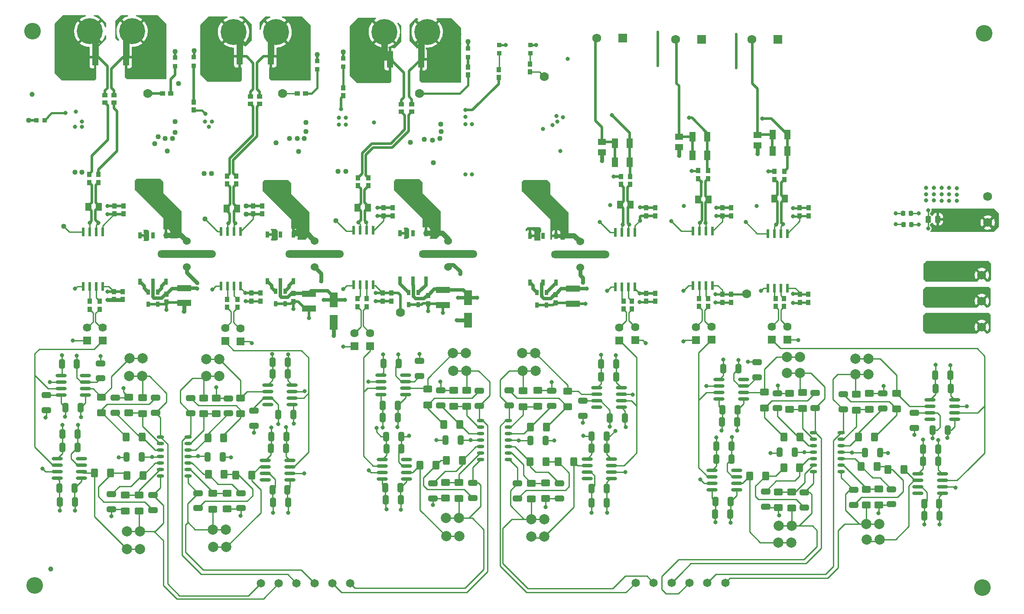
<source format=gbr>
%TF.GenerationSoftware,KiCad,Pcbnew,(5.99.0-10177-gd878cbddbc)*%
%TF.CreationDate,2021-05-19T16:56:41+02:00*%
%TF.ProjectId,PowerMeterDeng,506f7765-724d-4657-9465-7244656e672e,rev?*%
%TF.SameCoordinates,Original*%
%TF.FileFunction,Copper,L1,Top*%
%TF.FilePolarity,Positive*%
%FSLAX46Y46*%
G04 Gerber Fmt 4.6, Leading zero omitted, Abs format (unit mm)*
G04 Created by KiCad (PCBNEW (5.99.0-10177-gd878cbddbc)) date 2021-05-19 16:56:41*
%MOMM*%
%LPD*%
G01*
G04 APERTURE LIST*
G04 Aperture macros list*
%AMRoundRect*
0 Rectangle with rounded corners*
0 $1 Rounding radius*
0 $2 $3 $4 $5 $6 $7 $8 $9 X,Y pos of 4 corners*
0 Add a 4 corners polygon primitive as box body*
4,1,4,$2,$3,$4,$5,$6,$7,$8,$9,$2,$3,0*
0 Add four circle primitives for the rounded corners*
1,1,$1+$1,$2,$3*
1,1,$1+$1,$4,$5*
1,1,$1+$1,$6,$7*
1,1,$1+$1,$8,$9*
0 Add four rect primitives between the rounded corners*
20,1,$1+$1,$2,$3,$4,$5,0*
20,1,$1+$1,$4,$5,$6,$7,0*
20,1,$1+$1,$6,$7,$8,$9,0*
20,1,$1+$1,$8,$9,$2,$3,0*%
G04 Aperture macros list end*
%TA.AperFunction,SMDPad,CuDef*%
%ADD10RoundRect,0.225000X0.225000X0.250000X-0.225000X0.250000X-0.225000X-0.250000X0.225000X-0.250000X0*%
%TD*%
%TA.AperFunction,SMDPad,CuDef*%
%ADD11RoundRect,0.250000X0.262500X0.450000X-0.262500X0.450000X-0.262500X-0.450000X0.262500X-0.450000X0*%
%TD*%
%TA.AperFunction,SMDPad,CuDef*%
%ADD12R,0.939800X0.990600*%
%TD*%
%TA.AperFunction,ComponentPad*%
%ADD13R,1.625600X1.625600*%
%TD*%
%TA.AperFunction,ComponentPad*%
%ADD14C,1.625600*%
%TD*%
%TA.AperFunction,SMDPad,CuDef*%
%ADD15O,2.200001X0.599999*%
%TD*%
%TA.AperFunction,ComponentPad*%
%ADD16C,1.651000*%
%TD*%
%TA.AperFunction,SMDPad,CuDef*%
%ADD17RoundRect,0.250000X0.400000X0.625000X-0.400000X0.625000X-0.400000X-0.625000X0.400000X-0.625000X0*%
%TD*%
%TA.AperFunction,SMDPad,CuDef*%
%ADD18RoundRect,0.250000X-0.650000X0.325000X-0.650000X-0.325000X0.650000X-0.325000X0.650000X0.325000X0*%
%TD*%
%TA.AperFunction,SMDPad,CuDef*%
%ADD19RoundRect,0.249550X-0.650450X0.325450X-0.650450X-0.325450X0.650450X-0.325450X0.650450X0.325450X0*%
%TD*%
%TA.AperFunction,SMDPad,CuDef*%
%ADD20RoundRect,0.250000X-0.400000X-0.625000X0.400000X-0.625000X0.400000X0.625000X-0.400000X0.625000X0*%
%TD*%
%TA.AperFunction,SMDPad,CuDef*%
%ADD21RoundRect,0.250000X0.650000X-0.325000X0.650000X0.325000X-0.650000X0.325000X-0.650000X-0.325000X0*%
%TD*%
%TA.AperFunction,SMDPad,CuDef*%
%ADD22RoundRect,0.249550X0.650450X-0.325450X0.650450X0.325450X-0.650450X0.325450X-0.650450X-0.325450X0*%
%TD*%
%TA.AperFunction,SMDPad,CuDef*%
%ADD23RoundRect,0.250000X0.625000X-0.400000X0.625000X0.400000X-0.625000X0.400000X-0.625000X-0.400000X0*%
%TD*%
%TA.AperFunction,SMDPad,CuDef*%
%ADD24RoundRect,0.250000X0.325000X0.650000X-0.325000X0.650000X-0.325000X-0.650000X0.325000X-0.650000X0*%
%TD*%
%TA.AperFunction,SMDPad,CuDef*%
%ADD25RoundRect,0.249550X0.325450X0.650450X-0.325450X0.650450X-0.325450X-0.650450X0.325450X-0.650450X0*%
%TD*%
%TA.AperFunction,SMDPad,CuDef*%
%ADD26R,0.990600X0.939800*%
%TD*%
%TA.AperFunction,SMDPad,CuDef*%
%ADD27R,2.692400X1.295400*%
%TD*%
%TA.AperFunction,SMDPad,CuDef*%
%ADD28R,0.812800X0.812800*%
%TD*%
%TA.AperFunction,ComponentPad*%
%ADD29C,5.080000*%
%TD*%
%TA.AperFunction,ComponentPad*%
%ADD30C,1.778000*%
%TD*%
%TA.AperFunction,SMDPad,CuDef*%
%ADD31RoundRect,0.250000X-0.325000X-0.650000X0.325000X-0.650000X0.325000X0.650000X-0.325000X0.650000X0*%
%TD*%
%TA.AperFunction,SMDPad,CuDef*%
%ADD32RoundRect,0.249550X-0.325450X-0.650450X0.325450X-0.650450X0.325450X0.650450X-0.325450X0.650450X0*%
%TD*%
%TA.AperFunction,SMDPad,CuDef*%
%ADD33RoundRect,0.249600X-0.625400X0.400400X-0.625400X-0.400400X0.625400X-0.400400X0.625400X0.400400X0*%
%TD*%
%TA.AperFunction,SMDPad,CuDef*%
%ADD34RoundRect,0.250000X-0.625000X0.400000X-0.625000X-0.400000X0.625000X-0.400000X0.625000X0.400000X0*%
%TD*%
%TA.AperFunction,ComponentPad*%
%ADD35O,0.508000X7.162800*%
%TD*%
%TA.AperFunction,ComponentPad*%
%ADD36C,2.000000*%
%TD*%
%TA.AperFunction,SMDPad,CuDef*%
%ADD37R,1.295400X1.828800*%
%TD*%
%TA.AperFunction,ComponentPad*%
%ADD38O,11.430000X1.498600*%
%TD*%
%TA.AperFunction,ComponentPad*%
%ADD39C,3.251200*%
%TD*%
%TA.AperFunction,SMDPad,CuDef*%
%ADD40R,1.210000X3.320000*%
%TD*%
%TA.AperFunction,ComponentPad*%
%ADD41R,1.727200X1.727200*%
%TD*%
%TA.AperFunction,ComponentPad*%
%ADD42C,1.727200*%
%TD*%
%TA.AperFunction,SMDPad,CuDef*%
%ADD43R,0.635000X1.270000*%
%TD*%
%TA.AperFunction,SMDPad,CuDef*%
%ADD44RoundRect,0.249600X0.625400X-0.400400X0.625400X0.400400X-0.625400X0.400400X-0.625400X-0.400400X0*%
%TD*%
%TA.AperFunction,SMDPad,CuDef*%
%ADD45R,0.635000X1.092200*%
%TD*%
%TA.AperFunction,SMDPad,CuDef*%
%ADD46R,0.600000X1.800000*%
%TD*%
%TA.AperFunction,SMDPad,CuDef*%
%ADD47C,0.990600*%
%TD*%
%TA.AperFunction,SMDPad,CuDef*%
%ADD48R,1.270000X1.600200*%
%TD*%
%TA.AperFunction,ComponentPad*%
%ADD49C,1.524000*%
%TD*%
%TA.AperFunction,SMDPad,CuDef*%
%ADD50R,1.600200X1.270000*%
%TD*%
%TA.AperFunction,ComponentPad*%
%ADD51C,1.752600*%
%TD*%
%TA.AperFunction,SMDPad,CuDef*%
%ADD52O,1.450000X0.599999*%
%TD*%
%TA.AperFunction,SMDPad,CuDef*%
%ADD53R,1.574800X2.997200*%
%TD*%
%TA.AperFunction,ViaPad*%
%ADD54C,0.800000*%
%TD*%
%TA.AperFunction,ViaPad*%
%ADD55C,0.812800*%
%TD*%
%TA.AperFunction,ViaPad*%
%ADD56C,1.016000*%
%TD*%
%TA.AperFunction,Conductor*%
%ADD57C,0.250000*%
%TD*%
%TA.AperFunction,Conductor*%
%ADD58C,0.254000*%
%TD*%
%TA.AperFunction,Conductor*%
%ADD59C,0.635000*%
%TD*%
%TA.AperFunction,Conductor*%
%ADD60C,0.508000*%
%TD*%
%TA.AperFunction,Conductor*%
%ADD61C,0.381000*%
%TD*%
%TA.AperFunction,Conductor*%
%ADD62C,0.762000*%
%TD*%
%TA.AperFunction,Conductor*%
%ADD63C,1.016000*%
%TD*%
%TA.AperFunction,Conductor*%
%ADD64C,1.286000*%
%TD*%
G04 APERTURE END LIST*
D10*
%TO.P,C52,2,2*%
%TO.N,DGND*%
X251040600Y-56845200D03*
%TO.P,C52,1,1*%
%TO.N,AMC_VCC*%
X252590600Y-56845200D03*
%TD*%
%TO.P,C53,2,2*%
%TO.N,DGND*%
X251091400Y-58978800D03*
%TO.P,C53,1,1*%
%TO.N,AMC_VCC*%
X252641400Y-58978800D03*
%TD*%
D11*
%TO.P,R98,2,2*%
%TO.N,AMC_VCC*%
X255983100Y-57962800D03*
%TO.P,R98,1,1*%
%TO.N,+5V_CNTL*%
X257808100Y-57962800D03*
%TD*%
D12*
%TO.P,R4,1*%
%TO.N,NetFB2_2*%
X93786800Y-49199800D03*
%TO.P,R4,2*%
%TO.N,NetC2_1*%
X93786800Y-50774600D03*
%TD*%
D13*
%TO.P,J26,1*%
%TO.N,DOUTP_W_PH*%
X228432200Y-81534000D03*
D14*
%TO.P,J26,2*%
%TO.N,DOUTP_W_PH1*%
X228432200Y-78994000D03*
%TD*%
D12*
%TO.P,C43,1*%
%TO.N,GND_PH*%
X217459400Y-55727600D03*
%TO.P,C43,2*%
%TO.N,+5.0V_PH*%
X217459400Y-57302400D03*
%TD*%
D15*
%TO.P,U31,1*%
%TO.N,DGND*%
X148997199Y-88458400D03*
%TO.P,U31,2,-*%
%TO.N,DOUTN_CH_W*%
X148997199Y-89728400D03*
%TO.P,U31,3,+*%
%TO.N,DOUTP_CH_W*%
X148997199Y-90998400D03*
%TO.P,U31,4*%
%TO.N,+15V*%
X148997199Y-92268400D03*
%TO.P,U31,5*%
%TO.N,DGND*%
X153797199Y-92268400D03*
%TO.P,U31,6*%
%TO.N,Net-(R116-Pad2)*%
X153797199Y-90998400D03*
%TO.P,U31,7*%
%TO.N,-15V*%
X153797199Y-89728400D03*
%TO.P,U31,8*%
%TO.N,unconnected-(U31-Pad8)*%
X153797199Y-88458400D03*
%TD*%
D16*
%TO.P,J8,1,Pin_1*%
%TO.N,Ip_U*%
X125538695Y-129226300D03*
%TO.P,J8,2,Pin_2*%
%TO.N,In_U*%
X129038698Y-129226300D03*
%TO.P,J8,3,Pin_3*%
%TO.N,Ip_V*%
X132538699Y-129226300D03*
%TO.P,J8,4,Pin_4*%
%TO.N,In_V*%
X136038700Y-129226300D03*
%TO.P,J8,5,Pin_5*%
%TO.N,Ip_W*%
X139538700Y-129226300D03*
%TO.P,J8,6,Pin_6*%
%TO.N,In_W*%
X143038701Y-129226300D03*
%TD*%
D17*
%TO.P,R109,1,1*%
%TO.N,Net-(C39-Pad1)*%
X181357200Y-98651200D03*
%TO.P,R109,2,2*%
%TO.N,Net-(C154-Pad1)*%
X178257200Y-98651200D03*
%TD*%
D15*
%TO.P,U29,1*%
%TO.N,DGND*%
X131228800Y-108991400D03*
%TO.P,U29,2,-*%
%TO.N,DOUTP_CH_V*%
X131228800Y-107721400D03*
%TO.P,U29,3,+*%
%TO.N,DOUTN_CH_V*%
X131228800Y-106451400D03*
%TO.P,U29,4*%
%TO.N,+15V*%
X131228800Y-105181400D03*
%TO.P,U29,5*%
%TO.N,DGND*%
X126428800Y-105181400D03*
%TO.P,U29,6*%
%TO.N,Net-(R46-Pad1)*%
X126428800Y-106451400D03*
%TO.P,U29,7*%
%TO.N,-15V*%
X126428800Y-107721400D03*
%TO.P,U29,8*%
%TO.N,unconnected-(U29-Pad8)*%
X126428800Y-108991400D03*
%TD*%
D13*
%TO.P,J27,1*%
%TO.N,DOUTN_W_PH*%
X225384200Y-81508600D03*
D14*
%TO.P,J27,2*%
%TO.N,DOUTN_W_PH1*%
X225384200Y-78968600D03*
%TD*%
D18*
%TO.P,C196,1,1*%
%TO.N,-15V*%
X188422999Y-93518600D03*
D19*
%TO.P,C196,2,2*%
%TO.N,DGND*%
X188422999Y-96468600D03*
%TD*%
D18*
%TO.P,C24,1,1*%
%TO.N,Net-(C24-Pad1)*%
X96367600Y-111783000D03*
D19*
%TO.P,C24,2,2*%
%TO.N,DGND*%
X96367600Y-114733000D03*
%TD*%
D20*
%TO.P,R30,1,1*%
%TO.N,Net-(C22-Pad1)*%
X99237200Y-100584000D03*
%TO.P,R30,2,2*%
%TO.N,Net-(C21-Pad1)*%
X102337200Y-100584000D03*
%TD*%
D21*
%TO.P,C210,1,1*%
%TO.N,-15V*%
X222478600Y-88876400D03*
D22*
%TO.P,C210,2,2*%
%TO.N,DGND*%
X222478600Y-85926400D03*
%TD*%
D20*
%TO.P,R113,1,1*%
%TO.N,Net-(C156-Pad1)*%
X178155600Y-105458400D03*
%TO.P,R113,2,2*%
%TO.N,Net-(C41-Pad2)*%
X181255600Y-105458400D03*
%TD*%
D23*
%TO.P,R50,1,1*%
%TO.N,In_V*%
X116179600Y-114732400D03*
%TO.P,R50,2,2*%
%TO.N,Net-(R49-Pad2)*%
X116179600Y-111632400D03*
%TD*%
D24*
%TO.P,C222,1,1*%
%TO.N,+15V*%
X257913400Y-105333800D03*
D25*
%TO.P,C222,2,2*%
%TO.N,DGND*%
X254963400Y-105333800D03*
%TD*%
D26*
%TO.P,FB6,1*%
%TO.N,NetFB6_1*%
X155051600Y-35458400D03*
%TO.P,FB6,2*%
%TO.N,NetFB6_2*%
X155051600Y-36931600D03*
%TD*%
D25*
%TO.P,C186,1,1*%
%TO.N,DGND*%
X118111800Y-104495600D03*
D24*
%TO.P,C186,2,2*%
%TO.N,-15V*%
X115161800Y-104495600D03*
%TD*%
%TO.P,C223,1,1*%
%TO.N,+15V*%
X257862600Y-102920800D03*
D25*
%TO.P,C223,2,2*%
%TO.N,DGND*%
X254912600Y-102920800D03*
%TD*%
D18*
%TO.P,C22,1,1*%
%TO.N,Net-(C22-Pad1)*%
X105003600Y-92911400D03*
%TO.P,C22,2,2*%
%TO.N,Ip_U*%
X105003600Y-95861400D03*
%TD*%
D12*
%TO.P,C31,1*%
%TO.N,GND_USH*%
X98739800Y-55346600D03*
%TO.P,C31,2*%
%TO.N,+5.0V_USH*%
X98739800Y-56921400D03*
%TD*%
D20*
%TO.P,R112,1,1*%
%TO.N,Net-(C41-Pad2)*%
X183609399Y-105433000D03*
%TO.P,R112,2,2*%
%TO.N,Net-(R112-Pad2)*%
X186709399Y-105433000D03*
%TD*%
%TO.P,R42,1,1*%
%TO.N,Net-(C35-Pad1)*%
X115188400Y-100736400D03*
%TO.P,R42,2,2*%
%TO.N,Net-(C34-Pad2)*%
X118288400Y-100736400D03*
%TD*%
D24*
%TO.P,C215,1,1*%
%TO.N,+15V*%
X260252000Y-88504200D03*
D25*
%TO.P,C215,2,2*%
%TO.N,DGND*%
X257302000Y-88504200D03*
%TD*%
D27*
%TO.P,C25,1*%
%TO.N,DGND*%
X161096800Y-74726800D03*
%TO.P,C25,2*%
%TO.N,+5V_CNTL*%
X161096800Y-71831200D03*
%TD*%
D28*
%TO.P,D2,1*%
%TO.N,NetD2_1*%
X108772800Y-27990800D03*
%TO.P,D2,2*%
%TO.N,GND_USH*%
X108772800Y-26365200D03*
%TD*%
D17*
%TO.P,R46,1,1*%
%TO.N,Net-(R46-Pad1)*%
X123774800Y-108000800D03*
%TO.P,R46,2,2*%
%TO.N,Net-(C37-Pad1)*%
X120674800Y-108000800D03*
%TD*%
D29*
%TO.P,TP7,1*%
%TO.N,GND_WSH*%
X149666800Y-21336000D03*
%TD*%
D28*
%TO.P,D6,1*%
%TO.N,NetD6_1*%
X166049800Y-26212800D03*
%TO.P,D6,2*%
%TO.N,GND_WSH*%
X166049800Y-24587200D03*
%TD*%
D30*
%TO.P,TP16,1*%
%TO.N,-5.0V_PH*%
X180898800Y-30022800D03*
%TD*%
D17*
%TO.P,R48,1,1*%
%TO.N,Net-(C37-Pad1)*%
X118390000Y-107899200D03*
%TO.P,R48,2,2*%
%TO.N,Net-(C36-Pad1)*%
X115290000Y-107899200D03*
%TD*%
D31*
%TO.P,C213,1,1*%
%TO.N,+15V*%
X215745800Y-95224600D03*
D32*
%TO.P,C213,2,2*%
%TO.N,DGND*%
X218695800Y-95224600D03*
%TD*%
D33*
%TO.P,R110,1,1*%
%TO.N,DGND*%
X179629400Y-91487800D03*
D34*
%TO.P,R110,2,2*%
%TO.N,Net-(R110-Pad2)*%
X179629400Y-94587800D03*
%TD*%
D31*
%TO.P,C204,1,1*%
%TO.N,-15V*%
X190194000Y-113434000D03*
D32*
%TO.P,C204,2,2*%
%TO.N,DGND*%
X193144000Y-113434000D03*
%TD*%
D12*
%TO.P,C56,1*%
%TO.N,AMC_VCC*%
X151038400Y-72415400D03*
%TO.P,C56,2*%
%TO.N,DGND*%
X151038400Y-73990200D03*
%TD*%
%TO.P,C62,1*%
%TO.N,AMC_VCC*%
X217383200Y-72669400D03*
%TO.P,C62,2*%
%TO.N,DGND*%
X217383200Y-74244200D03*
%TD*%
D29*
%TO.P,TP8,1*%
%TO.N,NetFB6_1*%
X158048800Y-21336000D03*
%TD*%
D24*
%TO.P,C202,1,1*%
%TO.N,+15V*%
X193144000Y-100454600D03*
D25*
%TO.P,C202,2,2*%
%TO.N,DGND*%
X190194000Y-100454600D03*
%TD*%
D35*
%TO.P,,*%
%TO.N,*%
X218399200Y-25069800D03*
%TD*%
D36*
%TO.P,TP29,1,1*%
%TO.N,Vp_V*%
X230886000Y-88061800D03*
X228346000Y-88061800D03*
%TD*%
D13*
%TO.P,J20,1*%
%TO.N,DOUTP_CH_W*%
X146923600Y-82778600D03*
D14*
%TO.P,J20,2*%
%TO.N,DOUTP_CH_W1*%
X146923600Y-80238600D03*
%TD*%
D30*
%TO.P,TP17,1*%
%TO.N,AMC_VCC*%
X220472000Y-72542400D03*
%TD*%
D12*
%TO.P,C38,1*%
%TO.N,GND_WSH*%
X151292400Y-55727600D03*
%TO.P,C38,2*%
%TO.N,+5.0V_WSH*%
X151292400Y-57302400D03*
%TD*%
D37*
%TO.P,R72,1*%
%TO.N,NEUTRAL*%
X209890200Y-41808400D03*
%TO.P,R72,2*%
%TO.N,NetR72_2*%
X212785800Y-41808400D03*
%TD*%
D27*
%TO.P,C14,1*%
%TO.N,DGND*%
X134934800Y-75438000D03*
%TO.P,C14,2*%
%TO.N,+5V_CNTL*%
X134934800Y-72542400D03*
%TD*%
D13*
%TO.P,J21,1*%
%TO.N,DOUTN_CH_W*%
X143875600Y-82778600D03*
D14*
%TO.P,J21,2*%
%TO.N,DOUTN_CH_W1*%
X143875600Y-80238600D03*
%TD*%
D36*
%TO.P,TP21,1,1*%
%TO.N,Ip_W*%
X165684800Y-87602200D03*
X163144800Y-87602200D03*
%TD*%
D12*
%TO.P,C5,1*%
%TO.N,DGND*%
X107121800Y-74193400D03*
%TO.P,C5,2*%
%TO.N,+5V_CNTL*%
X107121800Y-72618600D03*
%TD*%
%TO.P,R26,1*%
%TO.N,NetFB6_2*%
X146593400Y-49860200D03*
%TO.P,R26,2*%
%TO.N,NetC18_1*%
X146593400Y-51435000D03*
%TD*%
%TO.P,R57,1*%
%TO.N,NetD11_1*%
X178140200Y-27584400D03*
%TO.P,R57,2*%
%TO.N,-5.0V_PH*%
X178140200Y-29159200D03*
%TD*%
D36*
%TO.P,TP15,1,1*%
%TO.N,In_U*%
X99364800Y-119049200D03*
X101904800Y-119049200D03*
%TD*%
D23*
%TO.P,R111,1,1*%
%TO.N,Net-(R110-Pad2)*%
X176759200Y-94664000D03*
%TO.P,R111,2,2*%
%TO.N,Vp_U*%
X176759200Y-91564000D03*
%TD*%
D12*
%TO.P,C8,1*%
%TO.N,+5.0V_WSH*%
X149539800Y-57302400D03*
%TO.P,C8,2*%
%TO.N,GND_WSH*%
X149539800Y-55727600D03*
%TD*%
D38*
%TO.P,,*%
%TO.N,*%
X111058800Y-64770000D03*
%TD*%
D37*
%TO.P,R84,1*%
%TO.N,NEUTRAL*%
X225511200Y-44627800D03*
%TO.P,R84,2*%
%TO.N,NetR84_2*%
X228406800Y-44627800D03*
%TD*%
D34*
%TO.P,R131,1,1*%
%TO.N,Vp_W*%
X241858800Y-92201400D03*
%TO.P,R131,2,2*%
%TO.N,Net-(R130-Pad1)*%
X241858800Y-95301400D03*
%TD*%
D39*
%TO.P,MH2,1*%
%TO.N,N/C*%
X81381600Y-129641600D03*
%TD*%
D36*
%TO.P,TP33,1,1*%
%TO.N,Vn_V*%
X229260400Y-117982700D03*
X226720400Y-117982700D03*
%TD*%
D40*
%TO.P,R9,1*%
%TO.N,GND_VSH*%
X121435000Y-26111200D03*
%TO.P,R9,2*%
%TO.N,NetFB4_1*%
X127485000Y-26111200D03*
%TD*%
D24*
%TO.P,C207,1,1*%
%TO.N,+15V*%
X164569000Y-101165800D03*
D25*
%TO.P,C207,2,2*%
%TO.N,DGND*%
X161619000Y-101165800D03*
%TD*%
D20*
%TO.P,R129,1,1*%
%TO.N,Net-(C161-Pad1)*%
X242340800Y-100558600D03*
%TO.P,R129,2,2*%
%TO.N,Net-(C160-Pad2)*%
X245440800Y-100558600D03*
%TD*%
D12*
%TO.P,C3,1*%
%TO.N,+5.0V_VSH*%
X124012800Y-56921400D03*
%TO.P,C3,2*%
%TO.N,GND_VSH*%
X124012800Y-55346600D03*
%TD*%
D34*
%TO.P,R36,1,1*%
%TO.N,Net-(R36-Pad1)*%
X99060000Y-111937200D03*
D33*
%TO.P,R36,2,2*%
%TO.N,DGND*%
X99060000Y-115037200D03*
%TD*%
D23*
%TO.P,R38,1,1*%
%TO.N,Net-(C34-Pad2)*%
X121564400Y-96038000D03*
%TO.P,R38,2,2*%
%TO.N,Net-(R38-Pad2)*%
X121564400Y-92938000D03*
%TD*%
D39*
%TO.P,MH3,1*%
%TO.N,N/C*%
X266852400Y-21590000D03*
%TD*%
D41*
%TO.P,J15,1*%
%TO.N,NetFB11_1*%
X211693600Y-22758400D03*
D42*
%TO.P,J15,2*%
%TO.N,NEUTRAL*%
X206613600Y-22758400D03*
%TD*%
D17*
%TO.P,R132,1,1*%
%TO.N,Net-(C163-Pad2)*%
X224155600Y-108204000D03*
%TO.P,R132,2,2*%
%TO.N,Net-(R132-Pad2)*%
X221055600Y-108204000D03*
%TD*%
D31*
%TO.P,C212,1,1*%
%TO.N,+15V*%
X215644200Y-97586800D03*
D32*
%TO.P,C212,2,2*%
%TO.N,DGND*%
X218594200Y-97586800D03*
%TD*%
D36*
%TO.P,TP22,1,1*%
%TO.N,In_W*%
X161740599Y-116456000D03*
X164280599Y-116456000D03*
%TD*%
D12*
%TO.P,C64,1*%
%TO.N,DGND*%
X215706800Y-74244200D03*
%TO.P,C64,2*%
%TO.N,AMC_VCC*%
X215706800Y-72669400D03*
%TD*%
D39*
%TO.P,MH2,1*%
%TO.N,N/C*%
X266547600Y-130048000D03*
%TD*%
D31*
%TO.P,C216,1,1*%
%TO.N,-15V*%
X256794000Y-99197600D03*
D32*
%TO.P,C216,2,2*%
%TO.N,DGND*%
X259744000Y-99197600D03*
%TD*%
D24*
%TO.P,C227,1,1*%
%TO.N,+15V*%
X229870000Y-103581200D03*
D25*
%TO.P,C227,2,2*%
%TO.N,DGND*%
X226920000Y-103581200D03*
%TD*%
D36*
%TO.P,TP23,1,1*%
%TO.N,Net-(R120-Pad1)*%
X164324198Y-119986600D03*
X161784198Y-119986600D03*
%TD*%
D43*
%TO.P,T2,1*%
%TO.N,NetT2_1*%
X126806800Y-70104000D03*
%TO.P,T2,2*%
%TO.N,+5V_CNTL*%
X129346800Y-70104000D03*
%TO.P,T2,3*%
%TO.N,NetT2_3*%
X131886800Y-70104000D03*
%TO.P,T2,4*%
%TO.N,GND_VSH*%
X131886800Y-60985400D03*
%TO.P,T2,5*%
%TO.N,N/C*%
X129346800Y-60985400D03*
%TO.P,T2,6*%
%TO.N,NetD37_1*%
X126806800Y-60985400D03*
%TD*%
D13*
%TO.P,J11,1*%
%TO.N,DOUTN_CH_U*%
X91602400Y-81737200D03*
D14*
%TO.P,J11,2*%
%TO.N,DOUTN_CH_U1*%
X91602400Y-79197200D03*
%TD*%
D44*
%TO.P,R122,1,1*%
%TO.N,DGND*%
X161664399Y-112545000D03*
D23*
%TO.P,R122,2,2*%
%TO.N,Net-(R122-Pad2)*%
X161664399Y-109445000D03*
%TD*%
D18*
%TO.P,C164,1,1*%
%TO.N,Net-(C164-Pad1)*%
X248742200Y-110793000D03*
D19*
%TO.P,C164,2,2*%
%TO.N,DGND*%
X248742200Y-113743000D03*
%TD*%
D18*
%TO.P,C48,1,1*%
%TO.N,Net-(C48-Pad1)*%
X159175199Y-109672400D03*
D19*
%TO.P,C48,2,2*%
%TO.N,DGND*%
X159175199Y-112622400D03*
%TD*%
D27*
%TO.P,C50,1*%
%TO.N,DGND*%
X186547600Y-74472800D03*
%TO.P,C50,2*%
%TO.N,+5V_CNTL*%
X186547600Y-71577200D03*
%TD*%
D21*
%TO.P,C35,1,1*%
%TO.N,Net-(C35-Pad1)*%
X119227600Y-95963000D03*
D22*
%TO.P,C35,2,2*%
%TO.N,DGND*%
X119227600Y-93013000D03*
%TD*%
D18*
%TO.P,C29,1,1*%
%TO.N,In_U*%
X104444800Y-111910600D03*
%TO.P,C29,2,2*%
%TO.N,Net-(C29-Pad2)*%
X104444800Y-114860600D03*
%TD*%
D12*
%TO.P,C19,1*%
%TO.N,+5.0V_PH*%
X230819800Y-57302400D03*
%TO.P,C19,2*%
%TO.N,GND_PH*%
X230819800Y-55727600D03*
%TD*%
D24*
%TO.P,C191,1,1*%
%TO.N,-15V*%
X152440399Y-86223200D03*
D25*
%TO.P,C191,2,2*%
%TO.N,DGND*%
X149490399Y-86223200D03*
%TD*%
D39*
%TO.P,MH1,1*%
%TO.N,N/C*%
X80975200Y-21183600D03*
%TD*%
D43*
%TO.P,T1,1*%
%TO.N,NetT1_1*%
X101914800Y-70231000D03*
%TO.P,T1,2*%
%TO.N,+5V_CNTL*%
X104454800Y-70231000D03*
%TO.P,T1,3*%
%TO.N,NetT1_3*%
X106994800Y-70231000D03*
%TO.P,T1,4*%
%TO.N,GND_USH*%
X106994800Y-61112400D03*
%TO.P,T1,5*%
%TO.N,N/C*%
X104454800Y-61112400D03*
%TO.P,T1,6*%
%TO.N,NetD43_1*%
X101914800Y-61112400D03*
%TD*%
D26*
%TO.P,FB5,1*%
%TO.N,GND_WSH*%
X153019600Y-35458400D03*
%TO.P,FB5,2*%
%TO.N,NetFB5_2*%
X153019600Y-36931600D03*
%TD*%
D15*
%TO.P,U36,1*%
%TO.N,DGND*%
X215074800Y-89357200D03*
%TO.P,U36,2,-*%
%TO.N,DOUTN_V_PH*%
X215074800Y-90627200D03*
%TO.P,U36,3,+*%
%TO.N,DOUTP_V_PH*%
X215074800Y-91897200D03*
%TO.P,U36,4*%
%TO.N,+15V*%
X215074800Y-93167200D03*
%TO.P,U36,5*%
%TO.N,DGND*%
X219874800Y-93167200D03*
%TO.P,U36,6*%
%TO.N,Net-(R124-Pad1)*%
X219874800Y-91897200D03*
%TO.P,U36,7*%
%TO.N,-15V*%
X219874800Y-90627200D03*
%TO.P,U36,8*%
%TO.N,unconnected-(U36-Pad8)*%
X219874800Y-89357200D03*
%TD*%
D18*
%TO.P,C41,1,1*%
%TO.N,Vn_U*%
X175685199Y-109672400D03*
%TO.P,C41,2,2*%
%TO.N,Net-(C41-Pad2)*%
X175685199Y-112622400D03*
%TD*%
D21*
%TO.P,C158,1,1*%
%TO.N,Net-(C158-Pad1)*%
X226517200Y-94947000D03*
D22*
%TO.P,C158,2,2*%
%TO.N,DGND*%
X226517200Y-91997000D03*
%TD*%
D36*
%TO.P,TP35,1,1*%
%TO.N,Net-(R136-Pad1)*%
X243916200Y-120624900D03*
X246456200Y-120624900D03*
%TD*%
D45*
%TO.P,U4,1*%
%TO.N,NetT2_3*%
X130286600Y-72085200D03*
%TO.P,U4,2*%
%TO.N,+5V_CNTL*%
X129346800Y-72085200D03*
%TO.P,U4,3*%
%TO.N,NetT2_1*%
X128407000Y-72085200D03*
%TO.P,U4,4*%
%TO.N,DGND*%
X128407000Y-74472800D03*
%TO.P,U4,5*%
X130286600Y-74472800D03*
%TD*%
D34*
%TO.P,R115,1,1*%
%TO.N,Net-(R114-Pad1)*%
X178402999Y-109622800D03*
%TO.P,R115,2,2*%
%TO.N,Vn_U*%
X178402999Y-112722800D03*
%TD*%
D45*
%TO.P,U10,1*%
%TO.N,NetT5_3*%
X181391400Y-72339200D03*
%TO.P,U10,2*%
%TO.N,+5V_CNTL*%
X180451600Y-72339200D03*
%TO.P,U10,3*%
%TO.N,NetT5_1*%
X179511800Y-72339200D03*
%TO.P,U10,4*%
%TO.N,DGND*%
X179511800Y-74726800D03*
%TO.P,U10,5*%
X181391400Y-74726800D03*
%TD*%
D46*
%TO.P,U12,1*%
%TO.N,+5.0V_PH*%
X213791800Y-60309700D03*
%TO.P,U12,2*%
%TO.N,NetC61_1*%
X212521800Y-60309700D03*
%TO.P,U12,3*%
%TO.N,NetC61_2*%
X211251800Y-60309700D03*
%TO.P,U12,4*%
%TO.N,GND_PH*%
X209981800Y-60309700D03*
%TO.P,U12,5*%
%TO.N,DGND*%
X209981800Y-70969700D03*
%TO.P,U12,6*%
%TO.N,NetR75_1*%
X211251800Y-70969700D03*
%TO.P,U12,7*%
%TO.N,NetR78_1*%
X212521800Y-70969700D03*
%TO.P,U12,8*%
%TO.N,AMC_VCC*%
X213791800Y-70969700D03*
%TD*%
D24*
%TO.P,C183,1,1*%
%TO.N,+15V*%
X130508800Y-100482400D03*
D25*
%TO.P,C183,2,2*%
%TO.N,DGND*%
X127558800Y-100482400D03*
%TD*%
D24*
%TO.P,C219,1,1*%
%TO.N,-15V*%
X217476600Y-102387400D03*
D25*
%TO.P,C219,2,2*%
%TO.N,DGND*%
X214526600Y-102387400D03*
%TD*%
D47*
%TO.P,FID1,1*%
%TO.N,N/C*%
X80832800Y-33528000D03*
%TD*%
D12*
%TO.P,R12,1*%
%TO.N,NetR12_1*%
X118932800Y-73634600D03*
%TO.P,R12,2*%
%TO.N,DOUTN_CH_V1*%
X118932800Y-75209400D03*
%TD*%
D47*
%TO.P,FID2,1*%
%TO.N,N/C*%
X84531200Y-126390400D03*
%TD*%
D16*
%TO.P,J29,1,Pin_1*%
%TO.N,Vp_U*%
X198801195Y-129082800D03*
%TO.P,J29,2,Pin_2*%
%TO.N,Vn_U*%
X202301198Y-129082800D03*
%TO.P,J29,3,Pin_3*%
%TO.N,Vp_V*%
X205801199Y-129082800D03*
%TO.P,J29,4,Pin_4*%
%TO.N,Vn_V*%
X209301200Y-129082800D03*
%TO.P,J29,5,Pin_5*%
%TO.N,Vp_W*%
X212801200Y-129082800D03*
%TO.P,J29,6,Pin_6*%
%TO.N,Vn_W*%
X216301201Y-129082800D03*
%TD*%
D24*
%TO.P,C194,1,1*%
%TO.N,+15V*%
X194940199Y-86281400D03*
D25*
%TO.P,C194,2,2*%
%TO.N,DGND*%
X191990199Y-86281400D03*
%TD*%
D29*
%TO.P,TP5,1*%
%TO.N,NetFB4_1*%
X128534000Y-21336000D03*
%TD*%
D12*
%TO.P,R3,1*%
%TO.N,NetR3_1*%
X92135800Y-74015600D03*
%TO.P,R3,2*%
%TO.N,DOUTN_CH_U1*%
X92135800Y-75590400D03*
%TD*%
D45*
%TO.P,U2,1*%
%TO.N,NetT1_3*%
X105394600Y-72212200D03*
%TO.P,U2,2*%
%TO.N,+5V_CNTL*%
X104454800Y-72212200D03*
%TO.P,U2,3*%
%TO.N,NetT1_1*%
X103515000Y-72212200D03*
%TO.P,U2,4*%
%TO.N,DGND*%
X103515000Y-74599800D03*
%TO.P,U2,5*%
X105394600Y-74599800D03*
%TD*%
D15*
%TO.P,U33,1*%
%TO.N,DGND*%
X195992199Y-94790400D03*
%TO.P,U33,2,-*%
%TO.N,DOUTN_U_PH*%
X195992199Y-93520400D03*
%TO.P,U33,3,+*%
%TO.N,DOUTP_U_PH*%
X195992199Y-92250400D03*
%TO.P,U33,4*%
%TO.N,+15V*%
X195992199Y-90980400D03*
%TO.P,U33,5*%
%TO.N,DGND*%
X191192199Y-90980400D03*
%TO.P,U33,6*%
%TO.N,Net-(R108-Pad1)*%
X191192199Y-92250400D03*
%TO.P,U33,7*%
%TO.N,-15V*%
X191192199Y-93520400D03*
%TO.P,U33,8*%
%TO.N,unconnected-(U33-Pad8)*%
X191192199Y-94790400D03*
%TD*%
D13*
%TO.P,J18,1*%
%TO.N,DOUTP_CH_V*%
X121599800Y-81838800D03*
D14*
%TO.P,J18,2*%
%TO.N,DOUTP_CH_V1*%
X121599800Y-79298800D03*
%TD*%
D36*
%TO.P,TP53,1,1*%
%TO.N,In_V*%
X118719600Y-118668800D03*
X116179600Y-118668800D03*
%TD*%
D21*
%TO.P,C37,1,1*%
%TO.N,Net-(C37-Pad1)*%
X113284000Y-114505000D03*
%TO.P,C37,2,2*%
%TO.N,In_V*%
X113284000Y-111555000D03*
%TD*%
D38*
%TO.P,,*%
%TO.N,*%
X136077800Y-64770000D03*
%TD*%
D12*
%TO.P,C70,1*%
%TO.N,DGND*%
X230845200Y-74218800D03*
%TO.P,C70,2*%
%TO.N,AMC_VCC*%
X230845200Y-72644000D03*
%TD*%
D15*
%TO.P,U28,1*%
%TO.N,DGND*%
X131686000Y-94208600D03*
%TO.P,U28,2,-*%
%TO.N,DOUTN_CH_V*%
X131686000Y-92938600D03*
%TO.P,U28,3,+*%
%TO.N,DOUTP_CH_V*%
X131686000Y-91668600D03*
%TO.P,U28,4*%
%TO.N,+15V*%
X131686000Y-90398600D03*
%TO.P,U28,5*%
%TO.N,DGND*%
X126886000Y-90398600D03*
%TO.P,U28,6*%
%TO.N,Net-(R38-Pad2)*%
X126886000Y-91668600D03*
%TO.P,U28,7*%
%TO.N,-15V*%
X126886000Y-92938600D03*
%TO.P,U28,8*%
%TO.N,unconnected-(U28-Pad8)*%
X126886000Y-94208600D03*
%TD*%
D31*
%TO.P,C197,1,1*%
%TO.N,-15V*%
X193735598Y-96898600D03*
D32*
%TO.P,C197,2,2*%
%TO.N,DGND*%
X196685598Y-96898600D03*
%TD*%
D13*
%TO.P,J22,1*%
%TO.N,DOUTP_U_PH*%
X198688800Y-81661000D03*
D14*
%TO.P,J22,2*%
%TO.N,DOUTP_U_PH1*%
X198688800Y-79121000D03*
%TD*%
D48*
%TO.P,C2,1*%
%TO.N,NetC2_1*%
X93913800Y-55575200D03*
%TO.P,C2,2*%
%TO.N,NetC2_2*%
X91881800Y-55575200D03*
%TD*%
D36*
%TO.P,TP31,1,1*%
%TO.N,Net-(R128-Pad2)*%
X241706400Y-85293200D03*
X244246400Y-85293200D03*
%TD*%
D13*
%TO.P,J23,1*%
%TO.N,DOUTN_U_PH*%
X195615400Y-81686400D03*
D14*
%TO.P,J23,2*%
%TO.N,DOUTN_U_PH1*%
X195615400Y-79146400D03*
%TD*%
D12*
%TO.P,R86,1*%
%TO.N,GND_PH*%
X225917600Y-48615600D03*
%TO.P,R86,2*%
%TO.N,NetC68_2*%
X225917600Y-50190400D03*
%TD*%
D28*
%TO.P,D11,1*%
%TO.N,NetD11_1*%
X178191000Y-25501600D03*
%TO.P,D11,2*%
%TO.N,GND_PH*%
X178191000Y-23876000D03*
%TD*%
D23*
%TO.P,R118,1,1*%
%TO.N,Net-(R118-Pad1)*%
X163195600Y-94537000D03*
D44*
%TO.P,R118,2,2*%
%TO.N,DGND*%
X163195600Y-91437000D03*
%TD*%
D48*
%TO.P,C61,1*%
%TO.N,NetC61_1*%
X213039800Y-54076600D03*
%TO.P,C61,2*%
%TO.N,NetC61_2*%
X211007800Y-54076600D03*
%TD*%
D15*
%TO.P,U37,1*%
%TO.N,DGND*%
X261075400Y-97089400D03*
%TO.P,U37,2,-*%
%TO.N,DOUTN_W_PH*%
X261075400Y-95819400D03*
%TO.P,U37,3,+*%
%TO.N,DOUTP_W_PH*%
X261075400Y-94549400D03*
%TO.P,U37,4*%
%TO.N,+15V*%
X261075400Y-93279400D03*
%TO.P,U37,5*%
%TO.N,DGND*%
X256275400Y-93279400D03*
%TO.P,U37,6*%
%TO.N,Net-(R128-Pad2)*%
X256275400Y-94549400D03*
%TO.P,U37,7*%
%TO.N,-15V*%
X256275400Y-95819400D03*
%TO.P,U37,8*%
%TO.N,unconnected-(U37-Pad8)*%
X256275400Y-97089400D03*
%TD*%
D13*
%TO.P,J25,1*%
%TO.N,DOUTN_V_PH*%
X210550600Y-81584800D03*
D14*
%TO.P,J25,2*%
%TO.N,DOUTN_V_PH1*%
X210550600Y-79044800D03*
%TD*%
D12*
%TO.P,C54,1*%
%TO.N,AMC_VCC*%
X125460600Y-72415400D03*
%TO.P,C54,2*%
%TO.N,DGND*%
X125460600Y-73990200D03*
%TD*%
D20*
%TO.P,R125,1,1*%
%TO.N,Net-(C159-Pad1)*%
X227761200Y-100558600D03*
%TO.P,R125,2,2*%
%TO.N,Net-(C158-Pad1)*%
X230861200Y-100558600D03*
%TD*%
D48*
%TO.P,C9,1*%
%TO.N,NetC9_1*%
X120863200Y-55880000D03*
%TO.P,C9,2*%
%TO.N,NetC9_2*%
X118831200Y-55880000D03*
%TD*%
D12*
%TO.P,R7,1*%
%TO.N,NetD3_2*%
X112455800Y-35026600D03*
%TO.P,R7,2*%
%TO.N,+5.0V_VSH*%
X112455800Y-36601400D03*
%TD*%
D27*
%TO.P,C6,1*%
%TO.N,DGND*%
X110550800Y-74345800D03*
%TO.P,C6,2*%
%TO.N,+5V_CNTL*%
X110550800Y-71450200D03*
%TD*%
D31*
%TO.P,C225,1,1*%
%TO.N,-15V*%
X255141200Y-113614200D03*
D32*
%TO.P,C225,2,2*%
%TO.N,DGND*%
X258091200Y-113614200D03*
%TD*%
D25*
%TO.P,C206,1,1*%
%TO.N,DGND*%
X181180600Y-101267400D03*
D24*
%TO.P,C206,2,2*%
%TO.N,-15V*%
X178230600Y-101267400D03*
%TD*%
D33*
%TO.P,R126,1,1*%
%TO.N,DGND*%
X228879400Y-92049000D03*
D34*
%TO.P,R126,2,2*%
%TO.N,Net-(R126-Pad2)*%
X228879400Y-95149000D03*
%TD*%
D31*
%TO.P,C200,1,1*%
%TO.N,+15V*%
X149972999Y-112842400D03*
D32*
%TO.P,C200,2,2*%
%TO.N,DGND*%
X152922999Y-112842400D03*
%TD*%
D23*
%TO.P,R139,1,1*%
%TO.N,Vn_W*%
X243840000Y-113919600D03*
%TO.P,R139,2,2*%
%TO.N,Net-(R138-Pad2)*%
X243840000Y-110819600D03*
%TD*%
D36*
%TO.P,TP52,1,1*%
%TO.N,Net-(R46-Pad1)*%
X118795800Y-122097800D03*
X116255800Y-122097800D03*
%TD*%
D31*
%TO.P,C172,1,1*%
%TO.N,+15V*%
X87374200Y-94843600D03*
D32*
%TO.P,C172,2,2*%
%TO.N,DGND*%
X90324200Y-94843600D03*
%TD*%
D46*
%TO.P,U3,1*%
%TO.N,+5.0V_VSH*%
X121539000Y-60411300D03*
%TO.P,U3,2*%
%TO.N,NetC9_1*%
X120269000Y-60411300D03*
%TO.P,U3,3*%
%TO.N,NetC9_2*%
X118999000Y-60411300D03*
%TO.P,U3,4*%
%TO.N,GND_VSH*%
X117729000Y-60411300D03*
%TO.P,U3,5*%
%TO.N,DGND*%
X117729000Y-71071300D03*
%TO.P,U3,6*%
%TO.N,NetR12_1*%
X118999000Y-71071300D03*
%TO.P,U3,7*%
%TO.N,NetR15_1*%
X120269000Y-71071300D03*
%TO.P,U3,8*%
%TO.N,AMC_VCC*%
X121539000Y-71071300D03*
%TD*%
D30*
%TO.P,TP6,1*%
%TO.N,-5.0V_VSH*%
X129829400Y-33324800D03*
%TD*%
D49*
%TO.P,C51,1*%
%TO.N,DGND*%
X187944600Y-67437000D03*
%TO.P,C51,2*%
%TO.N,GND_PH*%
X187944600Y-62357000D03*
%TD*%
D12*
%TO.P,C11,1*%
%TO.N,+5.0V_PH*%
X200847800Y-57302400D03*
%TO.P,C11,2*%
%TO.N,GND_PH*%
X200847800Y-55727600D03*
%TD*%
%TO.P,R5,1*%
%TO.N,NetR5_1*%
X94040800Y-74015600D03*
%TO.P,R5,2*%
%TO.N,DOUTP_CH_U1*%
X94040800Y-75590400D03*
%TD*%
D15*
%TO.P,U38,1*%
%TO.N,DGND*%
X213703200Y-107111800D03*
%TO.P,U38,2,-*%
%TO.N,DOUTP_V_PH*%
X213703200Y-108381800D03*
%TO.P,U38,3,+*%
%TO.N,DOUTN_V_PH*%
X213703200Y-109651800D03*
%TO.P,U38,4*%
%TO.N,+15V*%
X213703200Y-110921800D03*
%TO.P,U38,5*%
%TO.N,DGND*%
X218503200Y-110921800D03*
%TO.P,U38,6*%
%TO.N,Net-(R132-Pad2)*%
X218503200Y-109651800D03*
%TO.P,U38,7*%
%TO.N,-15V*%
X218503200Y-108381800D03*
%TO.P,U38,8*%
%TO.N,unconnected-(U38-Pad8)*%
X218503200Y-107111800D03*
%TD*%
D23*
%TO.P,R116,1,1*%
%TO.N,Net-(C155-Pad2)*%
X158115600Y-94283000D03*
%TO.P,R116,2,2*%
%TO.N,Net-(R116-Pad2)*%
X158115600Y-91183000D03*
%TD*%
D12*
%TO.P,C45,1*%
%TO.N,AMC_VCC*%
X98587400Y-72110600D03*
%TO.P,C45,2*%
%TO.N,DGND*%
X98587400Y-73685400D03*
%TD*%
D31*
%TO.P,C220,1,1*%
%TO.N,+15V*%
X214323400Y-115671600D03*
D32*
%TO.P,C220,2,2*%
%TO.N,DGND*%
X217273400Y-115671600D03*
%TD*%
D18*
%TO.P,C156,1,1*%
%TO.N,Net-(C156-Pad1)*%
X183863999Y-109621600D03*
D19*
%TO.P,C156,2,2*%
%TO.N,DGND*%
X183863999Y-112571600D03*
%TD*%
D15*
%TO.P,U26,1*%
%TO.N,DGND*%
X86500000Y-88569800D03*
%TO.P,U26,2,-*%
%TO.N,DOUTN_CH_U*%
X86500000Y-89839800D03*
%TO.P,U26,3,+*%
%TO.N,DOUTP_CH_U*%
X86500000Y-91109800D03*
%TO.P,U26,4*%
%TO.N,+15V*%
X86500000Y-92379800D03*
%TO.P,U26,5*%
%TO.N,DGND*%
X91300000Y-92379800D03*
%TO.P,U26,6*%
%TO.N,Net-(R29-Pad1)*%
X91300000Y-91109800D03*
%TO.P,U26,7*%
%TO.N,-15V*%
X91300000Y-89839800D03*
%TO.P,U26,8*%
%TO.N,unconnected-(U26-Pad8)*%
X91300000Y-88569800D03*
%TD*%
D21*
%TO.P,C170,1,1*%
%TO.N,-15V*%
X94234000Y-89105000D03*
D22*
%TO.P,C170,2,2*%
%TO.N,DGND*%
X94234000Y-86155000D03*
%TD*%
D34*
%TO.P,R114,1,1*%
%TO.N,Net-(R114-Pad1)*%
X181146199Y-109546600D03*
D33*
%TO.P,R114,2,2*%
%TO.N,DGND*%
X181146199Y-112646600D03*
%TD*%
D35*
%TO.P,,*%
%TO.N,*%
X203108400Y-24638000D03*
%TD*%
D12*
%TO.P,R77,1*%
%TO.N,NetR72_2*%
X212912800Y-48463200D03*
%TO.P,R77,2*%
%TO.N,NetC61_1*%
X212912800Y-50038000D03*
%TD*%
%TO.P,R55,1*%
%TO.N,NetD9_2*%
X172018800Y-28676600D03*
%TO.P,R55,2*%
%TO.N,+5.0V_PH*%
X172018800Y-30251400D03*
%TD*%
D21*
%TO.P,C40,1,1*%
%TO.N,Net-(C40-Pad1)*%
X160706400Y-94411200D03*
D22*
%TO.P,C40,2,2*%
%TO.N,DGND*%
X160706400Y-91461200D03*
%TD*%
D12*
%TO.P,C13,1*%
%TO.N,DGND*%
X131886800Y-74066400D03*
%TO.P,C13,2*%
%TO.N,+5V_CNTL*%
X131886800Y-72491600D03*
%TD*%
D24*
%TO.P,C214,1,1*%
%TO.N,+15V*%
X260328200Y-91120400D03*
D25*
%TO.P,C214,2,2*%
%TO.N,DGND*%
X257378200Y-91120400D03*
%TD*%
D31*
%TO.P,C224,1,1*%
%TO.N,-15V*%
X255166600Y-116001800D03*
D32*
%TO.P,C224,2,2*%
%TO.N,DGND*%
X258116600Y-116001800D03*
%TD*%
D50*
%TO.P,R59,1*%
%TO.N,NEUTRAL*%
X192211800Y-42849800D03*
%TO.P,R59,2*%
%TO.N,GND_PH*%
X192211800Y-44881800D03*
%TD*%
D28*
%TO.P,D1,1*%
%TO.N,GND_USH*%
X81671000Y-38608000D03*
%TO.P,D1,2*%
%TO.N,NetD1_2*%
X83296600Y-38608000D03*
%TD*%
D15*
%TO.P,U32,1*%
%TO.N,DGND*%
X149225799Y-104993800D03*
%TO.P,U32,2,-*%
%TO.N,DOUTP_CH_W*%
X149225799Y-106263800D03*
%TO.P,U32,3,+*%
%TO.N,DOUTN_CH_W*%
X149225799Y-107533800D03*
%TO.P,U32,4*%
%TO.N,+15V*%
X149225799Y-108803800D03*
%TO.P,U32,5*%
%TO.N,DGND*%
X154025799Y-108803800D03*
%TO.P,U32,6*%
%TO.N,Net-(R120-Pad1)*%
X154025799Y-107533800D03*
%TO.P,U32,7*%
%TO.N,-15V*%
X154025799Y-106263800D03*
%TO.P,U32,8*%
%TO.N,unconnected-(U32-Pad8)*%
X154025799Y-104993800D03*
%TD*%
D12*
%TO.P,C1,1*%
%TO.N,+5.0V_USH*%
X96961800Y-56921400D03*
%TO.P,C1,2*%
%TO.N,GND_USH*%
X96961800Y-55346600D03*
%TD*%
%TO.P,R65,1*%
%TO.N,NetR60_2*%
X197672800Y-49606200D03*
%TO.P,R65,2*%
%TO.N,NetC55_1*%
X197672800Y-51181000D03*
%TD*%
D15*
%TO.P,U39,1*%
%TO.N,DGND*%
X258699000Y-111633000D03*
%TO.P,U39,2,-*%
%TO.N,DOUTP_W_PH*%
X258699000Y-110363000D03*
%TO.P,U39,3,+*%
%TO.N,DOUTN_W_PH*%
X258699000Y-109093000D03*
%TO.P,U39,4*%
%TO.N,+15V*%
X258699000Y-107823000D03*
%TO.P,U39,5*%
%TO.N,DGND*%
X253899000Y-107823000D03*
%TO.P,U39,6*%
%TO.N,Net-(R136-Pad1)*%
X253899000Y-109093000D03*
%TO.P,U39,7*%
%TO.N,-15V*%
X253899000Y-110363000D03*
%TO.P,U39,8*%
%TO.N,unconnected-(U39-Pad8)*%
X253899000Y-111633000D03*
%TD*%
D49*
%TO.P,C7,1*%
%TO.N,DGND*%
X111058800Y-67310000D03*
%TO.P,C7,2*%
%TO.N,GND_USH*%
X111058800Y-62230000D03*
%TD*%
D24*
%TO.P,C211,1,1*%
%TO.N,-15V*%
X218822800Y-87249000D03*
D25*
%TO.P,C211,2,2*%
%TO.N,DGND*%
X215872800Y-87249000D03*
%TD*%
D26*
%TO.P,FB4,1*%
%TO.N,NetFB4_1*%
X125333600Y-33934400D03*
%TO.P,FB4,2*%
%TO.N,NetFB4_2*%
X125333600Y-35407600D03*
%TD*%
D24*
%TO.P,C171,1,1*%
%TO.N,-15V*%
X89613000Y-86309200D03*
D25*
%TO.P,C171,2,2*%
%TO.N,DGND*%
X86663000Y-86309200D03*
%TD*%
D26*
%TO.P,FB2,1*%
%TO.N,NetFB2_1*%
X96885600Y-33680400D03*
%TO.P,FB2,2*%
%TO.N,NetFB2_2*%
X96885600Y-35153600D03*
%TD*%
D12*
%TO.P,R23,1*%
%TO.N,NetR23_1*%
X144459800Y-73507600D03*
%TO.P,R23,2*%
%TO.N,DOUTN_CH_W1*%
X144459800Y-75082400D03*
%TD*%
D36*
%TO.P,TP26,1,1*%
%TO.N,Vn_U*%
X178402999Y-116710000D03*
X180942999Y-116710000D03*
%TD*%
D21*
%TO.P,C155,1,1*%
%TO.N,Ip_W*%
X168224800Y-94462000D03*
%TO.P,C155,2,2*%
%TO.N,Net-(C155-Pad2)*%
X168224800Y-91512000D03*
%TD*%
D28*
%TO.P,D4,1*%
%TO.N,NetD4_1*%
X136585800Y-28625800D03*
%TO.P,D4,2*%
%TO.N,GND_VSH*%
X136585800Y-27000200D03*
%TD*%
D12*
%TO.P,R15,1*%
%TO.N,NetR15_1*%
X120964800Y-73634600D03*
%TO.P,R15,2*%
%TO.N,DOUTP_CH_V1*%
X120964800Y-75209400D03*
%TD*%
D31*
%TO.P,C184,1,1*%
%TO.N,-15V*%
X127912600Y-113385600D03*
D32*
%TO.P,C184,2,2*%
%TO.N,DGND*%
X130862600Y-113385600D03*
%TD*%
D13*
%TO.P,J10,1*%
%TO.N,DOUTP_CH_U*%
X94650400Y-81686400D03*
D14*
%TO.P,J10,2*%
%TO.N,DOUTP_CH_U1*%
X94650400Y-79146400D03*
%TD*%
D31*
%TO.P,C180,1,1*%
%TO.N,+15V*%
X86205800Y-110591600D03*
D32*
%TO.P,C180,2,2*%
%TO.N,DGND*%
X89155800Y-110591600D03*
%TD*%
D34*
%TO.P,R123,1,1*%
%TO.N,Net-(R122-Pad2)*%
X164280599Y-109495800D03*
%TO.P,R123,2,2*%
%TO.N,In_W*%
X164280599Y-112595800D03*
%TD*%
D12*
%TO.P,R74,1*%
%TO.N,GND_PH*%
X211007800Y-48463200D03*
%TO.P,R74,2*%
%TO.N,NetC61_2*%
X211007800Y-50038000D03*
%TD*%
D13*
%TO.P,J19,1*%
%TO.N,DOUTN_CH_V*%
X118577200Y-81813400D03*
D14*
%TO.P,J19,2*%
%TO.N,DOUTN_CH_V1*%
X118577200Y-79273400D03*
%TD*%
D24*
%TO.P,C199,1,1*%
%TO.N,-15V*%
X152948399Y-100498000D03*
D25*
%TO.P,C199,2,2*%
%TO.N,DGND*%
X149998399Y-100498000D03*
%TD*%
D48*
%TO.P,C55,1*%
%TO.N,NetC55_1*%
X197799800Y-55092600D03*
%TO.P,C55,2*%
%TO.N,NetC55_2*%
X195767800Y-55092600D03*
%TD*%
D31*
%TO.P,C205,1,1*%
%TO.N,-15V*%
X190143200Y-110665400D03*
D32*
%TO.P,C205,2,2*%
%TO.N,DGND*%
X193093200Y-110665400D03*
%TD*%
D36*
%TO.P,TP11,1,1*%
%TO.N,Net-(R29-Pad1)*%
X102412800Y-85191600D03*
X99872800Y-85191600D03*
%TD*%
D37*
%TO.P,R85,1*%
%TO.N,NEUTRAL*%
X225511200Y-41402000D03*
%TO.P,R85,2*%
%TO.N,NetR84_2*%
X228406800Y-41402000D03*
%TD*%
D18*
%TO.P,C177,1,1*%
%TO.N,-15V*%
X124206000Y-95400600D03*
D19*
%TO.P,C177,2,2*%
%TO.N,DGND*%
X124206000Y-98350600D03*
%TD*%
D50*
%TO.P,R83,1*%
%TO.N,NEUTRAL*%
X222615600Y-41478200D03*
%TO.P,R83,2*%
%TO.N,GND_PH*%
X222615600Y-43510200D03*
%TD*%
D34*
%TO.P,R134,1,1*%
%TO.N,Net-(R134-Pad1)*%
X226669600Y-111301900D03*
D33*
%TO.P,R134,2,2*%
%TO.N,DGND*%
X226669600Y-114401900D03*
%TD*%
D28*
%TO.P,D3,1*%
%TO.N,GND_VSH*%
X112455800Y-26289000D03*
%TO.P,D3,2*%
%TO.N,NetD3_2*%
X112455800Y-27914600D03*
%TD*%
%TO.P,D9,1*%
%TO.N,GND_PH*%
X172095000Y-23901400D03*
%TO.P,D9,2*%
%TO.N,NetD9_2*%
X172095000Y-25527000D03*
%TD*%
D36*
%TO.P,TP28,1,1*%
%TO.N,Net-(R124-Pad1)*%
X228346000Y-84963000D03*
X230886000Y-84963000D03*
%TD*%
D30*
%TO.P,TP9,1*%
%TO.N,AMC_VCC*%
X152816400Y-76225400D03*
%TD*%
D18*
%TO.P,C163,1,1*%
%TO.N,Vn_V*%
X231698800Y-111427700D03*
%TO.P,C163,2,2*%
%TO.N,Net-(C163-Pad2)*%
X231698800Y-114377700D03*
%TD*%
D12*
%TO.P,C67,1*%
%TO.N,AMC_VCC*%
X232521600Y-72644000D03*
%TO.P,C67,2*%
%TO.N,DGND*%
X232521600Y-74218800D03*
%TD*%
D13*
%TO.P,J24,1*%
%TO.N,DOUTP_V_PH*%
X213598600Y-81559400D03*
D14*
%TO.P,J24,2*%
%TO.N,DOUTP_V_PH1*%
X213598600Y-79019400D03*
%TD*%
D36*
%TO.P,TP20,1,1*%
%TO.N,Net-(R116-Pad2)*%
X163043200Y-84198600D03*
X165583200Y-84198600D03*
%TD*%
D12*
%TO.P,R63,1*%
%TO.N,GND_PH*%
X195894800Y-49606200D03*
%TO.P,R63,2*%
%TO.N,NetC55_2*%
X195894800Y-51181000D03*
%TD*%
D34*
%TO.P,R124,1,1*%
%TO.N,Net-(R124-Pad1)*%
X223951800Y-91820400D03*
%TO.P,R124,2,2*%
%TO.N,Net-(C159-Pad1)*%
X223951800Y-94920400D03*
%TD*%
D46*
%TO.P,U11,1*%
%TO.N,+5.0V_PH*%
X198653400Y-60563700D03*
%TO.P,U11,2*%
%TO.N,NetC55_1*%
X197383400Y-60563700D03*
%TO.P,U11,3*%
%TO.N,NetC55_2*%
X196113400Y-60563700D03*
%TO.P,U11,4*%
%TO.N,GND_PH*%
X194843400Y-60563700D03*
%TO.P,U11,5*%
%TO.N,DGND*%
X194843400Y-71223700D03*
%TO.P,U11,6*%
%TO.N,NetR64_1*%
X196113400Y-71223700D03*
%TO.P,U11,7*%
%TO.N,NetR66_1*%
X197383400Y-71223700D03*
%TO.P,U11,8*%
%TO.N,AMC_VCC*%
X198653400Y-71223700D03*
%TD*%
D12*
%TO.P,R64,1*%
%TO.N,NetR64_1*%
X196402800Y-73990200D03*
%TO.P,R64,2*%
%TO.N,DOUTN_U_PH1*%
X196402800Y-75565000D03*
%TD*%
D20*
%TO.P,R120,1,1*%
%TO.N,Net-(R120-Pad1)*%
X156659399Y-106093400D03*
%TO.P,R120,2,2*%
%TO.N,Net-(C157-Pad1)*%
X159759399Y-106093400D03*
%TD*%
D25*
%TO.P,C226,1,1*%
%TO.N,DGND*%
X246534200Y-103632000D03*
D24*
%TO.P,C226,2,2*%
%TO.N,-15V*%
X243584200Y-103632000D03*
%TD*%
D12*
%TO.P,R75,1*%
%TO.N,NetR75_1*%
X211134800Y-73482200D03*
%TO.P,R75,2*%
%TO.N,DOUTN_V_PH1*%
X211134800Y-75057000D03*
%TD*%
D30*
%TO.P,TP10,1*%
%TO.N,-5.0V_WSH*%
X156575600Y-33350200D03*
%TD*%
D17*
%TO.P,R137,1,1*%
%TO.N,Net-(C165-Pad1)*%
X245948800Y-106324400D03*
%TO.P,R137,2,2*%
%TO.N,Net-(C164-Pad1)*%
X242848800Y-106324400D03*
%TD*%
D36*
%TO.P,TP24,1,1*%
%TO.N,Net-(R108-Pad1)*%
X176632200Y-84147800D03*
X179172200Y-84147800D03*
%TD*%
%TO.P,TP51,1,1*%
%TO.N,Ip_V*%
X114909600Y-88646000D03*
X117449600Y-88646000D03*
%TD*%
D26*
%TO.P,FB3,1*%
%TO.N,GND_VSH*%
X123555600Y-33934400D03*
%TO.P,FB3,2*%
%TO.N,NetFB3_2*%
X123555600Y-35407600D03*
%TD*%
D24*
%TO.P,C174,1,1*%
%TO.N,+15V*%
X130810000Y-88265000D03*
D25*
%TO.P,C174,2,2*%
%TO.N,DGND*%
X127860000Y-88265000D03*
%TD*%
D23*
%TO.P,R135,1,1*%
%TO.N,Vn_V*%
X229285800Y-114452700D03*
%TO.P,R135,2,2*%
%TO.N,Net-(R134-Pad1)*%
X229285800Y-111352700D03*
%TD*%
D31*
%TO.P,C185,1,1*%
%TO.N,-15V*%
X127811000Y-110896400D03*
D32*
%TO.P,C185,2,2*%
%TO.N,DGND*%
X130761000Y-110896400D03*
%TD*%
D24*
%TO.P,C182,1,1*%
%TO.N,+15V*%
X130456200Y-102819200D03*
D25*
%TO.P,C182,2,2*%
%TO.N,DGND*%
X127506200Y-102819200D03*
%TD*%
D51*
%TO.P,J30,1*%
%TO.N,+15V*%
X266395200Y-68884800D03*
%TO.P,J30,2*%
%TO.N,DGND*%
X266395200Y-73964800D03*
%TO.P,J30,3*%
%TO.N,-15V*%
X266395200Y-79044800D03*
%TD*%
D29*
%TO.P,TP4,1*%
%TO.N,GND_VSH*%
X120202800Y-21336000D03*
%TD*%
D34*
%TO.P,R32,1,1*%
%TO.N,Ip_U*%
X102463600Y-92887200D03*
%TO.P,R32,2,2*%
%TO.N,Net-(R31-Pad2)*%
X102463600Y-95987200D03*
%TD*%
D17*
%TO.P,R117,1,1*%
%TO.N,Net-(C40-Pad1)*%
X164390000Y-98168600D03*
%TO.P,R117,2,2*%
%TO.N,Net-(C155-Pad2)*%
X161290000Y-98168600D03*
%TD*%
D37*
%TO.P,R61,1*%
%TO.N,NEUTRAL*%
X194701000Y-46786800D03*
%TO.P,R61,2*%
%TO.N,NetR60_2*%
X197596600Y-46786800D03*
%TD*%
D12*
%TO.P,C12,1*%
%TO.N,DGND*%
X123733400Y-73990200D03*
%TO.P,C12,2*%
%TO.N,AMC_VCC*%
X123733400Y-72415400D03*
%TD*%
D21*
%TO.P,C21,1,1*%
%TO.N,Net-(C21-Pad1)*%
X97129600Y-95810600D03*
D22*
%TO.P,C21,2,2*%
%TO.N,DGND*%
X97129600Y-92860600D03*
%TD*%
D36*
%TO.P,TP30,1,1*%
%TO.N,Vp_W*%
X244297200Y-88341200D03*
X241757200Y-88341200D03*
%TD*%
D23*
%TO.P,R43,1,1*%
%TO.N,Net-(R43-Pad1)*%
X116840000Y-96038000D03*
D44*
%TO.P,R43,2,2*%
%TO.N,DGND*%
X116840000Y-92938000D03*
%TD*%
D15*
%TO.P,U34,1*%
%TO.N,DGND*%
X194069000Y-108735000D03*
%TO.P,U34,2,-*%
%TO.N,DOUTP_U_PH*%
X194069000Y-107465000D03*
%TO.P,U34,3,+*%
%TO.N,DOUTN_U_PH*%
X194069000Y-106195000D03*
%TO.P,U34,4*%
%TO.N,+15V*%
X194069000Y-104925000D03*
%TO.P,U34,5*%
%TO.N,DGND*%
X189269000Y-104925000D03*
%TO.P,U34,6*%
%TO.N,Net-(R112-Pad2)*%
X189269000Y-106195000D03*
%TO.P,U34,7*%
%TO.N,-15V*%
X189269000Y-107465000D03*
%TO.P,U34,8*%
%TO.N,unconnected-(U34-Pad8)*%
X189269000Y-108735000D03*
%TD*%
D52*
%TO.P,U25,1,OUTA*%
%TO.N,Ip_U*%
X105885399Y-100584000D03*
%TO.P,U25,2,-INA*%
%TO.N,Net-(R31-Pad2)*%
X105885399Y-101854000D03*
%TO.P,U25,3,+INA*%
%TO.N,Net-(C21-Pad1)*%
X105885399Y-103124000D03*
%TO.P,U25,4,V+*%
%TO.N,+15V*%
X105885399Y-104394000D03*
%TO.P,U25,5,+INB*%
%TO.N,Net-(C24-Pad1)*%
X105885399Y-105664000D03*
%TO.P,U25,6,-INB*%
%TO.N,Net-(R36-Pad1)*%
X105885399Y-106934000D03*
%TO.P,U25,7,OUTB*%
%TO.N,In_U*%
X105885399Y-108204000D03*
%TO.P,U25,8,OUTC*%
%TO.N,In_V*%
X111335398Y-108204000D03*
%TO.P,U25,9,-INC*%
%TO.N,Net-(R49-Pad2)*%
X111335398Y-106934000D03*
%TO.P,U25,10,+INC*%
%TO.N,Net-(C36-Pad1)*%
X111335398Y-105664000D03*
%TO.P,U25,11,V-*%
%TO.N,-15V*%
X111335398Y-104394000D03*
%TO.P,U25,12,+IND*%
%TO.N,Net-(C35-Pad1)*%
X111335398Y-103124000D03*
%TO.P,U25,13,-IND*%
%TO.N,Net-(R43-Pad1)*%
X111335398Y-101854000D03*
%TO.P,U25,14,OUTD*%
%TO.N,Ip_V*%
X111335398Y-100584000D03*
%TD*%
D12*
%TO.P,R66,1*%
%TO.N,NetR66_1*%
X198053800Y-73990200D03*
%TO.P,R66,2*%
%TO.N,DOUTP_U_PH1*%
X198053800Y-75565000D03*
%TD*%
D17*
%TO.P,R35,1,1*%
%TO.N,Net-(C24-Pad1)*%
X102489600Y-108102400D03*
%TO.P,R35,2,2*%
%TO.N,Net-(C29-Pad2)*%
X99389600Y-108102400D03*
%TD*%
D31*
%TO.P,C201,1,1*%
%TO.N,+15V*%
X149896799Y-110454800D03*
D32*
%TO.P,C201,2,2*%
%TO.N,DGND*%
X152846799Y-110454800D03*
%TD*%
D31*
%TO.P,C192,1,1*%
%TO.N,+15V*%
X149337999Y-96789600D03*
D32*
%TO.P,C192,2,2*%
%TO.N,DGND*%
X152287999Y-96789600D03*
%TD*%
D18*
%TO.P,C173,1,1*%
%TO.N,+15V*%
X83616800Y-92403400D03*
D19*
%TO.P,C173,2,2*%
%TO.N,DGND*%
X83616800Y-95353400D03*
%TD*%
D53*
%TO.P,C28,1*%
%TO.N,+5V_CNTL*%
X166024400Y-73329800D03*
%TO.P,C28,2*%
%TO.N,DGND*%
X166024400Y-77698600D03*
%TD*%
D12*
%TO.P,R25,1*%
%TO.N,NetR25_1*%
X146237800Y-73507600D03*
%TO.P,R25,2*%
%TO.N,DOUTP_CH_W1*%
X146237800Y-75082400D03*
%TD*%
D29*
%TO.P,TP1,1*%
%TO.N,GND_USH*%
X92135800Y-21209000D03*
%TD*%
D37*
%TO.P,R60,1*%
%TO.N,NEUTRAL*%
X194701000Y-43103800D03*
%TO.P,R60,2*%
%TO.N,NetR60_2*%
X197596600Y-43103800D03*
%TD*%
D38*
%TO.P,,*%
%TO.N,*%
X187944600Y-64897000D03*
%TD*%
D30*
%TO.P,TP3,1*%
%TO.N,-5.0V_USH*%
X103438800Y-33401000D03*
%TD*%
D15*
%TO.P,U27,1*%
%TO.N,DGND*%
X85738000Y-104825800D03*
%TO.P,U27,2,-*%
%TO.N,DOUTP_CH_U*%
X85738000Y-106095800D03*
%TO.P,U27,3,+*%
%TO.N,DOUTN_CH_U*%
X85738000Y-107365800D03*
%TO.P,U27,4*%
%TO.N,+15V*%
X85738000Y-108635800D03*
%TO.P,U27,5*%
%TO.N,DGND*%
X90538000Y-108635800D03*
%TO.P,U27,6*%
%TO.N,Net-(R34-Pad2)*%
X90538000Y-107365800D03*
%TO.P,U27,7*%
%TO.N,-15V*%
X90538000Y-106095800D03*
%TO.P,U27,8*%
%TO.N,unconnected-(U27-Pad8)*%
X90538000Y-104825800D03*
%TD*%
D12*
%TO.P,C49,1*%
%TO.N,DGND*%
X183118600Y-74320400D03*
%TO.P,C49,2*%
%TO.N,+5V_CNTL*%
X183118600Y-72745600D03*
%TD*%
%TO.P,R24,1*%
%TO.N,NetFB5_2*%
X144561400Y-49860200D03*
%TO.P,R24,2*%
%TO.N,NetC18_2*%
X144561400Y-51435000D03*
%TD*%
D48*
%TO.P,C18,1*%
%TO.N,NetC18_1*%
X146466400Y-55727600D03*
%TO.P,C18,2*%
%TO.N,NetC18_2*%
X144434400Y-55727600D03*
%TD*%
D44*
%TO.P,R49,1,1*%
%TO.N,DGND*%
X118922800Y-114681600D03*
D23*
%TO.P,R49,2,2*%
%TO.N,Net-(R49-Pad2)*%
X118922800Y-111581600D03*
%TD*%
%TO.P,R130,1,1*%
%TO.N,Net-(R130-Pad1)*%
X244449600Y-95149000D03*
D44*
%TO.P,R130,2,2*%
%TO.N,DGND*%
X244449600Y-92049000D03*
%TD*%
D29*
%TO.P,TP2,1*%
%TO.N,NetFB2_1*%
X100390800Y-21209000D03*
%TD*%
D52*
%TO.P,U30,1,OUTA*%
%TO.N,Ip_W*%
X168446199Y-97406600D03*
%TO.P,U30,2,-INA*%
%TO.N,Net-(R118-Pad1)*%
X168446199Y-98676600D03*
%TO.P,U30,3,+INA*%
%TO.N,Net-(C40-Pad1)*%
X168446199Y-99946600D03*
%TO.P,U30,4,V+*%
%TO.N,+15V*%
X168446199Y-101216600D03*
%TO.P,U30,5,+INB*%
%TO.N,Net-(C48-Pad1)*%
X168446199Y-102486600D03*
%TO.P,U30,6,-INB*%
%TO.N,Net-(R122-Pad2)*%
X168446199Y-103756600D03*
%TO.P,U30,7,OUTB*%
%TO.N,In_W*%
X168446199Y-105026600D03*
%TO.P,U30,8,OUTC*%
%TO.N,Vn_U*%
X173896198Y-105026600D03*
%TO.P,U30,9,-INC*%
%TO.N,Net-(R114-Pad1)*%
X173896198Y-103756600D03*
%TO.P,U30,10,+INC*%
%TO.N,Net-(C156-Pad1)*%
X173896198Y-102486600D03*
%TO.P,U30,11,V-*%
%TO.N,-15V*%
X173896198Y-101216600D03*
%TO.P,U30,12,+IND*%
%TO.N,Net-(C154-Pad1)*%
X173896198Y-99946600D03*
%TO.P,U30,13,-IND*%
%TO.N,Net-(R110-Pad2)*%
X173896198Y-98676600D03*
%TO.P,U30,14,OUTD*%
%TO.N,Vp_U*%
X173896198Y-97406600D03*
%TD*%
D48*
%TO.P,C68,1*%
%TO.N,NetC68_1*%
X227949600Y-53975000D03*
%TO.P,C68,2*%
%TO.N,NetC68_2*%
X225917600Y-53975000D03*
%TD*%
D26*
%TO.P,FB1,1*%
%TO.N,GND_USH*%
X95107600Y-33680400D03*
%TO.P,FB1,2*%
%TO.N,NetFB1_2*%
X95107600Y-35153600D03*
%TD*%
D12*
%TO.P,C42,1*%
%TO.N,GND_PH*%
X202575000Y-55727600D03*
%TO.P,C42,2*%
%TO.N,+5.0V_PH*%
X202575000Y-57302400D03*
%TD*%
D21*
%TO.P,C160,1,1*%
%TO.N,Vp_W*%
X239318800Y-95175600D03*
%TO.P,C160,2,2*%
%TO.N,Net-(C160-Pad2)*%
X239318800Y-92225600D03*
%TD*%
%TO.P,C161,1,1*%
%TO.N,Net-(C161-Pad1)*%
X247065800Y-95023200D03*
D22*
%TO.P,C161,2,2*%
%TO.N,DGND*%
X247065800Y-92073200D03*
%TD*%
D12*
%TO.P,R33,1*%
%TO.N,NetD6_1*%
X166049800Y-28168600D03*
%TO.P,R33,2*%
%TO.N,-5.0V_WSH*%
X166049800Y-29743400D03*
%TD*%
D19*
%TO.P,C36,1,1*%
%TO.N,Net-(C36-Pad1)*%
X121666000Y-111555000D03*
%TO.P,C36,2,2*%
%TO.N,DGND*%
X121666000Y-114505000D03*
%TD*%
D51*
%TO.P,J17,1,1*%
%TO.N,+5V_CNTL*%
X267563600Y-58623200D03*
%TO.P,J17,2,2*%
%TO.N,DGND*%
X267563600Y-53543200D03*
%TD*%
D17*
%TO.P,R136,1,1*%
%TO.N,Net-(R136-Pad1)*%
X251180600Y-106959400D03*
%TO.P,R136,2,2*%
%TO.N,Net-(C165-Pad1)*%
X248080600Y-106959400D03*
%TD*%
D21*
%TO.P,C190,1,1*%
%TO.N,-15V*%
X156558999Y-88670800D03*
D22*
%TO.P,C190,2,2*%
%TO.N,DGND*%
X156558999Y-85720800D03*
%TD*%
D18*
%TO.P,C217,1,1*%
%TO.N,-15V*%
X253267000Y-95837700D03*
D19*
%TO.P,C217,2,2*%
%TO.N,DGND*%
X253267000Y-98787700D03*
%TD*%
D41*
%TO.P,J16,1*%
%TO.N,NetFB12_1*%
X226603400Y-22758400D03*
D42*
%TO.P,J16,2*%
%TO.N,NEUTRAL*%
X221523400Y-22758400D03*
%TD*%
D46*
%TO.P,U1,1*%
%TO.N,+5.0V_USH*%
X94615000Y-60462100D03*
%TO.P,U1,2*%
%TO.N,NetC2_1*%
X93345000Y-60462100D03*
%TO.P,U1,3*%
%TO.N,NetC2_2*%
X92075000Y-60462100D03*
%TO.P,U1,4*%
%TO.N,GND_USH*%
X90805000Y-60462100D03*
%TO.P,U1,5*%
%TO.N,DGND*%
X90805000Y-71122100D03*
%TO.P,U1,6*%
%TO.N,NetR3_1*%
X92075000Y-71122100D03*
%TO.P,U1,7*%
%TO.N,NetR5_1*%
X93345000Y-71122100D03*
%TO.P,U1,8*%
%TO.N,AMC_VCC*%
X94615000Y-71122100D03*
%TD*%
D31*
%TO.P,C221,1,1*%
%TO.N,+15V*%
X214374200Y-113233200D03*
D32*
%TO.P,C221,2,2*%
%TO.N,DGND*%
X217324200Y-113233200D03*
%TD*%
D12*
%TO.P,C17,1*%
%TO.N,+5.0V_PH*%
X215706800Y-57302400D03*
%TO.P,C17,2*%
%TO.N,GND_PH*%
X215706800Y-55727600D03*
%TD*%
D21*
%TO.P,C34,1,1*%
%TO.N,Ip_V*%
X111861600Y-95912200D03*
%TO.P,C34,2,2*%
%TO.N,Net-(C34-Pad2)*%
X111861600Y-92962200D03*
%TD*%
D18*
%TO.P,C162,1,1*%
%TO.N,Net-(C162-Pad1)*%
X224180400Y-111249900D03*
D19*
%TO.P,C162,2,2*%
%TO.N,DGND*%
X224180400Y-114199900D03*
%TD*%
D24*
%TO.P,C175,1,1*%
%TO.N,+15V*%
X130811800Y-85953600D03*
D25*
%TO.P,C175,2,2*%
%TO.N,DGND*%
X127861800Y-85953600D03*
%TD*%
D12*
%TO.P,C23,1*%
%TO.N,DGND*%
X158201200Y-74498200D03*
%TO.P,C23,2*%
%TO.N,+5V_CNTL*%
X158201200Y-72923400D03*
%TD*%
D41*
%TO.P,J14,1*%
%TO.N,NetFB9_1*%
X196225000Y-22555200D03*
D42*
%TO.P,J14,2*%
%TO.N,NEUTRAL*%
X191145000Y-22555200D03*
%TD*%
D34*
%TO.P,R29,1,1*%
%TO.N,Net-(R29-Pad1)*%
X94437200Y-92785600D03*
%TO.P,R29,2,2*%
%TO.N,Net-(C22-Pad1)*%
X94437200Y-95885600D03*
%TD*%
D23*
%TO.P,R37,1,1*%
%TO.N,In_U*%
X101752400Y-115037200D03*
%TO.P,R37,2,2*%
%TO.N,Net-(R36-Pad1)*%
X101752400Y-111937200D03*
%TD*%
D20*
%TO.P,R121,1,1*%
%TO.N,Net-(C157-Pad1)*%
X161816199Y-105128200D03*
%TO.P,R121,2,2*%
%TO.N,Net-(C48-Pad1)*%
X164916199Y-105128200D03*
%TD*%
D34*
%TO.P,R45,1,1*%
%TO.N,Ip_V*%
X114401600Y-92938000D03*
%TO.P,R45,2,2*%
%TO.N,Net-(R43-Pad1)*%
X114401600Y-96038000D03*
%TD*%
D17*
%TO.P,R34,1,1*%
%TO.N,Net-(C29-Pad2)*%
X96139600Y-107645200D03*
%TO.P,R34,2,2*%
%TO.N,Net-(R34-Pad2)*%
X93039600Y-107645200D03*
%TD*%
D36*
%TO.P,TP32,1,1*%
%TO.N,Net-(R132-Pad2)*%
X229209600Y-121208800D03*
X226669600Y-121208800D03*
%TD*%
D12*
%TO.P,R14,1*%
%TO.N,NetFB4_2*%
X120736200Y-49504600D03*
%TO.P,R14,2*%
%TO.N,NetC9_1*%
X120736200Y-51079400D03*
%TD*%
D38*
%TO.P,,*%
%TO.N,*%
X162112800Y-64770000D03*
%TD*%
D12*
%TO.P,C33,1*%
%TO.N,GND_VSH*%
X125790800Y-55346600D03*
%TO.P,C33,2*%
%TO.N,+5.0V_VSH*%
X125790800Y-56921400D03*
%TD*%
D18*
%TO.P,C39,1,1*%
%TO.N,Net-(C39-Pad1)*%
X174066800Y-91461200D03*
%TO.P,C39,2,2*%
%TO.N,Vp_U*%
X174066800Y-94411200D03*
%TD*%
D21*
%TO.P,C157,1,1*%
%TO.N,Net-(C157-Pad1)*%
X166922199Y-112495400D03*
%TO.P,C157,2,2*%
%TO.N,In_W*%
X166922199Y-109545400D03*
%TD*%
%TO.P,C165,1,1*%
%TO.N,Net-(C165-Pad1)*%
X241350800Y-113895400D03*
%TO.P,C165,2,2*%
%TO.N,Vn_W*%
X241350800Y-110945400D03*
%TD*%
D12*
%TO.P,C57,1*%
%TO.N,DGND*%
X200847800Y-74041000D03*
%TO.P,C57,2*%
%TO.N,AMC_VCC*%
X200847800Y-72466200D03*
%TD*%
D50*
%TO.P,R71,1*%
%TO.N,NEUTRAL*%
X207274000Y-41833800D03*
%TO.P,R71,2*%
%TO.N,GND_PH*%
X207274000Y-43865800D03*
%TD*%
D34*
%TO.P,R127,1,1*%
%TO.N,Vp_V*%
X231368600Y-91896600D03*
%TO.P,R127,2,2*%
%TO.N,Net-(R126-Pad2)*%
X231368600Y-94996600D03*
%TD*%
D36*
%TO.P,TP27,1,1*%
%TO.N,Net-(R112-Pad2)*%
X180968399Y-120062800D03*
X178428399Y-120062800D03*
%TD*%
D53*
%TO.P,C16,1*%
%TO.N,+5V_CNTL*%
X139760800Y-73761600D03*
%TO.P,C16,2*%
%TO.N,DGND*%
X139760800Y-78130400D03*
%TD*%
D24*
%TO.P,C203,1,1*%
%TO.N,+15V*%
X193144000Y-102816800D03*
D25*
%TO.P,C203,2,2*%
%TO.N,DGND*%
X190194000Y-102816800D03*
%TD*%
D12*
%TO.P,C20,1*%
%TO.N,DGND*%
X149311200Y-73990200D03*
%TO.P,C20,2*%
%TO.N,AMC_VCC*%
X149311200Y-72415400D03*
%TD*%
%TO.P,C44,1*%
%TO.N,GND_PH*%
X232572400Y-55727600D03*
%TO.P,C44,2*%
%TO.N,+5.0V_PH*%
X232572400Y-57302400D03*
%TD*%
D44*
%TO.P,R138,1,1*%
%TO.N,DGND*%
X246329200Y-113843400D03*
D23*
%TO.P,R138,2,2*%
%TO.N,Net-(R138-Pad2)*%
X246329200Y-110743400D03*
%TD*%
D26*
%TO.P,R19,1*%
%TO.N,NetD4_1*%
X134249000Y-33401000D03*
%TO.P,R19,2*%
%TO.N,-5.0V_VSH*%
X132674200Y-33401000D03*
%TD*%
D28*
%TO.P,D5,1*%
%TO.N,GND_WSH*%
X141665800Y-26492200D03*
%TO.P,D5,2*%
%TO.N,NetD5_2*%
X141665800Y-28117800D03*
%TD*%
D40*
%TO.P,R1,1*%
%TO.N,GND_USH*%
X93190200Y-26263600D03*
%TO.P,R1,2*%
%TO.N,NetFB2_1*%
X99240200Y-26263600D03*
%TD*%
D46*
%TO.P,U5,1*%
%TO.N,+5.0V_WSH*%
X147447000Y-60157300D03*
%TO.P,U5,2*%
%TO.N,NetC18_1*%
X146177000Y-60157300D03*
%TO.P,U5,3*%
%TO.N,NetC18_2*%
X144907000Y-60157300D03*
%TO.P,U5,4*%
%TO.N,GND_WSH*%
X143637000Y-60157300D03*
%TO.P,U5,5*%
%TO.N,DGND*%
X143637000Y-70817300D03*
%TO.P,U5,6*%
%TO.N,NetR23_1*%
X144907000Y-70817300D03*
%TO.P,U5,7*%
%TO.N,NetR25_1*%
X146177000Y-70817300D03*
%TO.P,U5,8*%
%TO.N,AMC_VCC*%
X147447000Y-70817300D03*
%TD*%
D21*
%TO.P,C154,1,1*%
%TO.N,Net-(C154-Pad1)*%
X182398000Y-94462000D03*
D22*
%TO.P,C154,2,2*%
%TO.N,DGND*%
X182398000Y-91512000D03*
%TD*%
D52*
%TO.P,U35,1,OUTA*%
%TO.N,Vp_V*%
X233513201Y-99771200D03*
%TO.P,U35,2,-INA*%
%TO.N,Net-(R126-Pad2)*%
X233513201Y-101041200D03*
%TO.P,U35,3,+INA*%
%TO.N,Net-(C158-Pad1)*%
X233513201Y-102311200D03*
%TO.P,U35,4,V+*%
%TO.N,+15V*%
X233513201Y-103581200D03*
%TO.P,U35,5,+INB*%
%TO.N,Net-(C162-Pad1)*%
X233513201Y-104851200D03*
%TO.P,U35,6,-INB*%
%TO.N,Net-(R134-Pad1)*%
X233513201Y-106121200D03*
%TO.P,U35,7,OUTB*%
%TO.N,Vn_V*%
X233513201Y-107391200D03*
%TO.P,U35,8,OUTC*%
%TO.N,Vn_W*%
X238963200Y-107391200D03*
%TO.P,U35,9,-INC*%
%TO.N,Net-(R138-Pad2)*%
X238963200Y-106121200D03*
%TO.P,U35,10,+INC*%
%TO.N,Net-(C164-Pad1)*%
X238963200Y-104851200D03*
%TO.P,U35,11,V-*%
%TO.N,-15V*%
X238963200Y-103581200D03*
%TO.P,U35,12,+IND*%
%TO.N,Net-(C161-Pad1)*%
X238963200Y-102311200D03*
%TO.P,U35,13,-IND*%
%TO.N,Net-(R130-Pad1)*%
X238963200Y-101041200D03*
%TO.P,U35,14,OUTD*%
%TO.N,Vp_W*%
X238963200Y-99771200D03*
%TD*%
D34*
%TO.P,R108,1,1*%
%TO.N,Net-(R108-Pad1)*%
X185471400Y-91589400D03*
%TO.P,R108,2,2*%
%TO.N,Net-(C39-Pad1)*%
X185471400Y-94689400D03*
%TD*%
D37*
%TO.P,R73,1*%
%TO.N,NEUTRAL*%
X209890200Y-45491400D03*
%TO.P,R73,2*%
%TO.N,NetR72_2*%
X212785800Y-45491400D03*
%TD*%
D12*
%TO.P,R88,1*%
%TO.N,NetR88_1*%
X227771800Y-73482200D03*
%TO.P,R88,2*%
%TO.N,DOUTP_W_PH1*%
X227771800Y-75057000D03*
%TD*%
%TO.P,R2,1*%
%TO.N,NetFB1_2*%
X92008800Y-49199800D03*
%TO.P,R2,2*%
%TO.N,NetC2_2*%
X92008800Y-50774600D03*
%TD*%
%TO.P,R78,1*%
%TO.N,NetR78_1*%
X212912800Y-73482200D03*
%TO.P,R78,2*%
%TO.N,DOUTP_V_PH1*%
X212912800Y-75057000D03*
%TD*%
D24*
%TO.P,C179,1,1*%
%TO.N,-15V*%
X89714600Y-102616000D03*
D25*
%TO.P,C179,2,2*%
%TO.N,DGND*%
X86764600Y-102616000D03*
%TD*%
D12*
%TO.P,C4,1*%
%TO.N,DGND*%
X96834800Y-73685400D03*
%TO.P,C4,2*%
%TO.N,AMC_VCC*%
X96834800Y-72110600D03*
%TD*%
D31*
%TO.P,C181,1,1*%
%TO.N,+15V*%
X86307400Y-113284000D03*
D32*
%TO.P,C181,2,2*%
%TO.N,DGND*%
X89257400Y-113284000D03*
%TD*%
D33*
%TO.P,R31,1,1*%
%TO.N,DGND*%
X99771200Y-92785600D03*
D34*
%TO.P,R31,2,2*%
%TO.N,Net-(R31-Pad2)*%
X99771200Y-95885600D03*
%TD*%
D45*
%TO.P,U6,1*%
%TO.N,NetT3_3*%
X156321600Y-72288400D03*
%TO.P,U6,2*%
%TO.N,+5V_CNTL*%
X155381800Y-72288400D03*
%TO.P,U6,3*%
%TO.N,NetT3_1*%
X154442000Y-72288400D03*
%TO.P,U6,4*%
%TO.N,DGND*%
X154442000Y-74676000D03*
%TO.P,U6,5*%
X156321600Y-74676000D03*
%TD*%
D36*
%TO.P,TP12,1,1*%
%TO.N,Ip_U*%
X99822000Y-88646000D03*
X102362000Y-88646000D03*
%TD*%
D24*
%TO.P,C198,1,1*%
%TO.N,-15V*%
X153024599Y-102885600D03*
D25*
%TO.P,C198,2,2*%
%TO.N,DGND*%
X150074599Y-102885600D03*
%TD*%
D12*
%TO.P,R11,1*%
%TO.N,NetFB3_2*%
X118958200Y-49504600D03*
%TO.P,R11,2*%
%TO.N,NetC9_2*%
X118958200Y-51079400D03*
%TD*%
%TO.P,R21,1*%
%TO.N,NetD5_2*%
X141665800Y-32232600D03*
%TO.P,R21,2*%
%TO.N,+5.0V_WSH*%
X141665800Y-33807400D03*
%TD*%
D36*
%TO.P,TP34,1,1*%
%TO.N,Vn_W*%
X243865400Y-117602000D03*
X246405400Y-117602000D03*
%TD*%
%TO.P,TP50,1,1*%
%TO.N,Net-(R38-Pad2)*%
X114858800Y-85344000D03*
X117398800Y-85344000D03*
%TD*%
D49*
%TO.P,C15,1*%
%TO.N,DGND*%
X136077800Y-67310000D03*
%TO.P,C15,2*%
%TO.N,GND_VSH*%
X136077800Y-62230000D03*
%TD*%
D26*
%TO.P,R6,1*%
%TO.N,NetD2_1*%
X107909200Y-33401000D03*
%TO.P,R6,2*%
%TO.N,-5.0V_USH*%
X106334400Y-33401000D03*
%TD*%
D46*
%TO.P,U14,1*%
%TO.N,+5.0V_PH*%
X228422200Y-60766900D03*
%TO.P,U14,2*%
%TO.N,NetC68_1*%
X227152200Y-60766900D03*
%TO.P,U14,3*%
%TO.N,NetC68_2*%
X225882200Y-60766900D03*
%TO.P,U14,4*%
%TO.N,GND_PH*%
X224612200Y-60766900D03*
%TO.P,U14,5*%
%TO.N,DGND*%
X224612200Y-71426900D03*
%TO.P,U14,6*%
%TO.N,NetR87_1*%
X225882200Y-71426900D03*
%TO.P,U14,7*%
%TO.N,NetR88_1*%
X227152200Y-71426900D03*
%TO.P,U14,8*%
%TO.N,AMC_VCC*%
X228422200Y-71426900D03*
%TD*%
D17*
%TO.P,R133,1,1*%
%TO.N,Net-(C162-Pad1)*%
X230835800Y-106578400D03*
%TO.P,R133,2,2*%
%TO.N,Net-(C163-Pad2)*%
X227735800Y-106578400D03*
%TD*%
D18*
%TO.P,C159,1,1*%
%TO.N,Net-(C159-Pad1)*%
X233857800Y-91946200D03*
%TO.P,C159,2,2*%
%TO.N,Vp_V*%
X233857800Y-94896200D03*
%TD*%
D40*
%TO.P,R22,1*%
%TO.N,GND_WSH*%
X150797400Y-26670000D03*
%TO.P,R22,2*%
%TO.N,NetFB6_1*%
X156847400Y-26670000D03*
%TD*%
D24*
%TO.P,C178,1,1*%
%TO.N,-15V*%
X89765400Y-100025200D03*
D25*
%TO.P,C178,2,2*%
%TO.N,DGND*%
X86815400Y-100025200D03*
%TD*%
D12*
%TO.P,R89,1*%
%TO.N,NetR84_2*%
X227822600Y-48615600D03*
%TO.P,R89,2*%
%TO.N,NetC68_1*%
X227822600Y-50190400D03*
%TD*%
D36*
%TO.P,TP13,1,1*%
%TO.N,Net-(R34-Pad2)*%
X101955600Y-122504200D03*
X99415600Y-122504200D03*
%TD*%
D24*
%TO.P,C195,1,1*%
%TO.N,+15V*%
X194940199Y-88796000D03*
D25*
%TO.P,C195,2,2*%
%TO.N,DGND*%
X191990199Y-88796000D03*
%TD*%
D12*
%TO.P,R87,1*%
%TO.N,NetR87_1*%
X226120800Y-73482200D03*
%TO.P,R87,2*%
%TO.N,DOUTN_W_PH1*%
X226120800Y-75057000D03*
%TD*%
D31*
%TO.P,C193,1,1*%
%TO.N,+15V*%
X149388799Y-94376600D03*
D32*
%TO.P,C193,2,2*%
%TO.N,DGND*%
X152338799Y-94376600D03*
%TD*%
D43*
%TO.P,T3,1*%
%TO.N,NetT3_1*%
X152740200Y-69799200D03*
%TO.P,T3,2*%
%TO.N,+5V_CNTL*%
X155280200Y-69799200D03*
%TO.P,T3,3*%
%TO.N,NetT3_3*%
X157820200Y-69799200D03*
%TO.P,T3,4*%
%TO.N,GND_WSH*%
X157820200Y-60680600D03*
%TO.P,T3,5*%
%TO.N,N/C*%
X155280200Y-60680600D03*
%TO.P,T3,6*%
%TO.N,NetD32_1*%
X152740200Y-60680600D03*
%TD*%
D31*
%TO.P,C176,1,1*%
%TO.N,-15V*%
X128979400Y-96215200D03*
D32*
%TO.P,C176,2,2*%
%TO.N,DGND*%
X131929400Y-96215200D03*
%TD*%
D23*
%TO.P,R128,1,1*%
%TO.N,Net-(C160-Pad2)*%
X249758200Y-95098200D03*
%TO.P,R128,2,2*%
%TO.N,Net-(R128-Pad2)*%
X249758200Y-91998200D03*
%TD*%
D43*
%TO.P,T5,1*%
%TO.N,NetT5_1*%
X178165600Y-70358000D03*
%TO.P,T5,2*%
%TO.N,+5V_CNTL*%
X180705600Y-70358000D03*
%TO.P,T5,3*%
%TO.N,NetT5_3*%
X183245600Y-70358000D03*
%TO.P,T5,4*%
%TO.N,GND_PH*%
X183245600Y-61239400D03*
%TO.P,T5,5*%
%TO.N,N/C*%
X180705600Y-61239400D03*
%TO.P,T5,6*%
%TO.N,NetD21_1*%
X178165600Y-61239400D03*
%TD*%
D12*
%TO.P,C60,1*%
%TO.N,AMC_VCC*%
X202575000Y-72466200D03*
%TO.P,C60,2*%
%TO.N,DGND*%
X202575000Y-74041000D03*
%TD*%
D24*
%TO.P,C187,1,1*%
%TO.N,+15V*%
X102262200Y-104495600D03*
D25*
%TO.P,C187,2,2*%
%TO.N,DGND*%
X99312200Y-104495600D03*
%TD*%
D36*
%TO.P,TP25,1,1*%
%TO.N,Vp_U*%
X176708400Y-87602200D03*
X179248400Y-87602200D03*
%TD*%
D23*
%TO.P,R119,1,1*%
%TO.N,Net-(R118-Pad1)*%
X165735600Y-94587800D03*
%TO.P,R119,2,2*%
%TO.N,Ip_W*%
X165735600Y-91487800D03*
%TD*%
D49*
%TO.P,C26,1*%
%TO.N,DGND*%
X162112800Y-67310000D03*
%TO.P,C26,2*%
%TO.N,GND_WSH*%
X162112800Y-62230000D03*
%TD*%
D24*
%TO.P,C218,1,1*%
%TO.N,-15V*%
X217476600Y-104876600D03*
D25*
%TO.P,C218,2,2*%
%TO.N,DGND*%
X214526600Y-104876600D03*
%TD*%
D54*
%TO.N,+5V_CNTL*%
X260350000Y-56946800D03*
X260299200Y-59029600D03*
X261670800Y-59029600D03*
D55*
X113080800Y-71526400D03*
X189189200Y-71577200D03*
D54*
X263093200Y-59029600D03*
D55*
X137830400Y-73736200D03*
X142021400Y-73761600D03*
D54*
X263093200Y-56946800D03*
D55*
X167827800Y-73329800D03*
X164119400Y-73329800D03*
D54*
X261670800Y-56946800D03*
D55*
%TO.N,+5.0V_PH*%
X166811800Y-39370000D03*
X165491000Y-39370000D03*
X208188400Y-55397400D03*
X214563800Y-57302400D03*
X222387000Y-55372000D03*
X165541800Y-37973000D03*
X193812000Y-55245000D03*
X229524400Y-57378600D03*
X165541800Y-36601400D03*
X199603200Y-58216800D03*
%TO.N,+5.0V_USH*%
X90611800Y-38862000D03*
X89214800Y-39878000D03*
X89408000Y-36931600D03*
X95590200Y-56946800D03*
X90611800Y-39878000D03*
D56*
%TO.N,+5.0V_VSH*%
X122692000Y-56946800D03*
D55*
X116011800Y-38862000D03*
X114614800Y-38862000D03*
X114741800Y-37338000D03*
X115376800Y-39878000D03*
%TO.N,+5.0V_WSH*%
X142173800Y-39497000D03*
X148295200Y-57302400D03*
X141234000Y-36449000D03*
X140776800Y-38100000D03*
X140776800Y-39497000D03*
X142173800Y-38100000D03*
%TO.N,AMC_VCC*%
X147965000Y-72415400D03*
D54*
X255981200Y-56184800D03*
X254101600Y-58978800D03*
D55*
X199552400Y-72466200D03*
X95590200Y-72110600D03*
X229524400Y-72567800D03*
X122539600Y-72415400D03*
D54*
X255981200Y-59791600D03*
X254101600Y-56845200D03*
D55*
X214360600Y-72669400D03*
D54*
%TO.N,DGND*%
X258165600Y-117678200D03*
X226568000Y-90474800D03*
X149446999Y-84452600D03*
X226796600Y-115925300D03*
X257048000Y-53086000D03*
D55*
X110500000Y-76047600D03*
D54*
X260858000Y-71932800D03*
X97790000Y-104597200D03*
X182906000Y-101267400D03*
X260045200Y-54343300D03*
D55*
X208086800Y-71983600D03*
X188452600Y-70358000D03*
D54*
X254939800Y-101092000D03*
X218617800Y-99288600D03*
X127763800Y-84353400D03*
X124206000Y-99771200D03*
X225143800Y-103682800D03*
X196804999Y-98651200D03*
X182347200Y-89837400D03*
X131978400Y-97942400D03*
D55*
X223225200Y-72009000D03*
D54*
X89255600Y-71577200D03*
D55*
X141615000Y-71653400D03*
D54*
X156558999Y-84300200D03*
X188422999Y-97838400D03*
D55*
X164475000Y-68707000D03*
X147965000Y-74015600D03*
D54*
X258572000Y-54330600D03*
X253267000Y-100208300D03*
X159200599Y-113865200D03*
X220700600Y-85877400D03*
X260858000Y-74015600D03*
X246202200Y-115493800D03*
X83515200Y-96774000D03*
D55*
X122565000Y-74015600D03*
D54*
X257810000Y-71932800D03*
D55*
X134960200Y-77266800D03*
D54*
X247192800Y-90627200D03*
D55*
X139760800Y-80772000D03*
X137347800Y-70104000D03*
D54*
X259334000Y-74015600D03*
X257810000Y-74015600D03*
X249580400Y-58928000D03*
X255524000Y-51828700D03*
X160604800Y-89786600D03*
X259708000Y-100792500D03*
X121615200Y-116027200D03*
X193167600Y-115440600D03*
X217297000Y-117348000D03*
D55*
X214360600Y-74269600D03*
D54*
X257048000Y-54305200D03*
X96367600Y-116078000D03*
D55*
X116088000Y-71729600D03*
D54*
X257354600Y-86472200D03*
X248081800Y-103759000D03*
X259334000Y-71932800D03*
X261518400Y-54356000D03*
X192017399Y-84503400D03*
X181196999Y-114322400D03*
D55*
X95590200Y-73710800D03*
D54*
X152921199Y-114772800D03*
X148145999Y-98847000D03*
D55*
X158201200Y-75946000D03*
D54*
X249580400Y-56845200D03*
D55*
X113080800Y-70408800D03*
X199527000Y-74142600D03*
D54*
X90424000Y-96672400D03*
X86715600Y-84582000D03*
X261518400Y-53136800D03*
X260045200Y-51854100D03*
X255524000Y-53098700D03*
X258572000Y-51841400D03*
X214503000Y-100634800D03*
X130860800Y-115417600D03*
X255524000Y-54317900D03*
X260045200Y-53124100D03*
X261518400Y-51866800D03*
X215925400Y-85471000D03*
X257048000Y-51816000D03*
X94234000Y-84734400D03*
X89255600Y-115011200D03*
D55*
X131886800Y-75565000D03*
D54*
X119735600Y-104546400D03*
X116801587Y-90861994D03*
D55*
X163789200Y-77724000D03*
D54*
X127609600Y-98704400D03*
D55*
X161096800Y-76276200D03*
X193227800Y-71932800D03*
D54*
X159842800Y-101165800D03*
D55*
X107121800Y-75692000D03*
D54*
X188570200Y-100302200D03*
D55*
X229549800Y-74345800D03*
D54*
X98755200Y-90982800D03*
X258572000Y-53111400D03*
D55*
X188960600Y-74498200D03*
D54*
X86817200Y-98247200D03*
X152260799Y-98643800D03*
%TO.N,DOUTN_CH_U*%
X88798400Y-81737200D03*
X82854800Y-106756200D03*
X84328000Y-89839800D03*
%TO.N,DOUTN_CH_W*%
X141630400Y-82854800D03*
X146545799Y-89728400D03*
X146647399Y-107127400D03*
%TO.N,DOUTN_V_PH*%
X208127600Y-81889600D03*
X211429600Y-108915200D03*
X212598000Y-90601800D03*
%TO.N,DOUTP_CH_V*%
X134125300Y-91643200D03*
X123748800Y-82245200D03*
X134061200Y-107696000D03*
%TO.N,DOUTP_U_PH*%
X200761600Y-82245200D03*
X198170800Y-92303600D03*
X196799800Y-107465000D03*
%TO.N,DOUTP_W_PH*%
X261315200Y-110464600D03*
X263450600Y-94549400D03*
X230581200Y-81635600D03*
D55*
%TO.N,GND_PH*%
X229524400Y-55803800D03*
X166811800Y-49174400D03*
X209737800Y-48514000D03*
X222615600Y-45237400D03*
X177860800Y-52171600D03*
X165541800Y-49174400D03*
X220278800Y-58521600D03*
X205750000Y-58343800D03*
X184083800Y-44602400D03*
X180654800Y-40284400D03*
X199603200Y-55626000D03*
X179130800Y-52171600D03*
X184591800Y-37998400D03*
X182559800Y-39522400D03*
X183321800Y-37744400D03*
X214563800Y-55727600D03*
X183448800Y-38887400D03*
X178572000Y-53162200D03*
X191754600Y-58547000D03*
X194497800Y-49606200D03*
X192211800Y-46609000D03*
X207274000Y-45542200D03*
X185470800Y-26568400D03*
X179359400Y-23876000D03*
X224723800Y-48590200D03*
X173365000Y-23901400D03*
D56*
%TO.N,GND_USH*%
X89214800Y-48768000D03*
X86598600Y-22936200D03*
X104835800Y-43180000D03*
X105521600Y-41859200D03*
X103819800Y-51943000D03*
X86522400Y-29667200D03*
X90611800Y-48768000D03*
X80197800Y-38608000D03*
X86624000Y-25069800D03*
X106867800Y-42164000D03*
X86598600Y-27711400D03*
X88224200Y-19431000D03*
X89214800Y-27178000D03*
X108772800Y-38862000D03*
D55*
X95590200Y-55346600D03*
D56*
X109474000Y-31445200D03*
X88452800Y-23012400D03*
X89214800Y-29718000D03*
X86751000Y-20726400D03*
X103438800Y-53594000D03*
X87030400Y-59385200D03*
X108772800Y-41021000D03*
X101686200Y-51663600D03*
X108772800Y-25146000D03*
X107286869Y-44626831D03*
X89240200Y-25044400D03*
X108264800Y-42164000D03*
%TO.N,GND_VSH*%
X134045800Y-42164000D03*
X114614800Y-57912000D03*
X115630800Y-20116800D03*
X127162400Y-51638200D03*
X132648800Y-42164000D03*
X114691000Y-24790400D03*
X112532000Y-25019000D03*
X115757800Y-29921200D03*
X134366000Y-40792400D03*
X114691000Y-22098000D03*
X116570600Y-27889200D03*
X116545200Y-24765000D03*
X117916800Y-29845000D03*
X115707000Y-26441400D03*
X114487800Y-49022000D03*
X136585800Y-25781000D03*
X128534000Y-43027600D03*
X132953600Y-44678600D03*
X116519800Y-22148800D03*
X134366000Y-39014400D03*
X115884800Y-49022000D03*
X128991200Y-51587400D03*
X114665600Y-27863800D03*
X131124800Y-42164000D03*
X128584800Y-53721000D03*
X122692000Y-55346600D03*
D55*
%TO.N,NetC9_2*%
X119186800Y-58801000D03*
%TO.N,NetC9_1*%
X120583800Y-58801000D03*
%TO.N,NetC55_2*%
X196275800Y-59029600D03*
%TO.N,NetC55_1*%
X197545800Y-59029600D03*
%TO.N,NetC61_2*%
X211287200Y-58699400D03*
%TO.N,NetC61_1*%
X212455600Y-58699400D03*
%TO.N,NetC68_2*%
X226222400Y-59055000D03*
%TO.N,NetC68_1*%
X227543200Y-58928000D03*
%TO.N,NetC18_2*%
X144586800Y-58623200D03*
%TO.N,NetC18_1*%
X146136200Y-58572400D03*
%TO.N,NetC2_1*%
X93786800Y-58674000D03*
%TO.N,NetC2_2*%
X92135800Y-58674000D03*
%TO.N,NetD1_2*%
X87411400Y-37211000D03*
%TO.N,NetD21_1*%
X179638800Y-61645800D03*
D54*
X179679600Y-60299600D03*
D55*
%TO.N,NetD43_1*%
X103032400Y-60579000D03*
X103057800Y-61595000D03*
%TO.N,NetD37_1*%
X128203800Y-61468000D03*
X128254600Y-60401200D03*
%TO.N,NetD32_1*%
X153974800Y-61214000D03*
X153984800Y-60071000D03*
D56*
%TO.N,NetFB2_1*%
X106486800Y-21386800D03*
X106385200Y-24561800D03*
X106436000Y-28117800D03*
X103591200Y-29819600D03*
X104454800Y-26416000D03*
X104378600Y-24612600D03*
X104505600Y-28168600D03*
X104505600Y-21564600D03*
X104607200Y-19481800D03*
X106436000Y-26416000D03*
%TO.N,NetFB4_1*%
X132496400Y-21894800D03*
X134350600Y-21818600D03*
X132598000Y-19177000D03*
X134680800Y-26492200D03*
X132623400Y-26441400D03*
X134528400Y-24511000D03*
X132598000Y-24460200D03*
X134620000Y-28092400D03*
X131013200Y-28041600D03*
X133410800Y-27686000D03*
%TO.N,NetFB6_1*%
X162493800Y-19304000D03*
X162087400Y-23622000D03*
X161350800Y-26162000D03*
X163525200Y-28651200D03*
X164221000Y-23596600D03*
X162900200Y-27559000D03*
X162036600Y-21767800D03*
X164271800Y-21742400D03*
X164094000Y-25958800D03*
X161188400Y-28346400D03*
D55*
%TO.N,NetR60_2*%
X194142200Y-37592000D03*
%TO.N,NetR72_2*%
X209204400Y-38125400D03*
%TO.N,NetR84_2*%
X223520000Y-38303200D03*
D56*
%TO.N,GND_WSH*%
X154746800Y-42926000D03*
X153375200Y-51536600D03*
X142173800Y-48641000D03*
X159090200Y-42519600D03*
X157490000Y-42367200D03*
X155254800Y-51511200D03*
X159268000Y-46888400D03*
X143621600Y-26390600D03*
X143596200Y-21945600D03*
X160715800Y-39395400D03*
X143494600Y-24231600D03*
X145983800Y-24104600D03*
X143697800Y-29997400D03*
X146034600Y-22047200D03*
X140192600Y-58267600D03*
X141665800Y-25273000D03*
X144942400Y-28295600D03*
X154365800Y-53340000D03*
X160766600Y-40817800D03*
X145069400Y-19558000D03*
X146517200Y-30022800D03*
D54*
X147624800Y-39014400D03*
D55*
X148320600Y-55702200D03*
D56*
X140599000Y-48590200D03*
X146161600Y-26416000D03*
X160512600Y-42138600D03*
X166049800Y-23241000D03*
D54*
%TO.N,-15V*%
X218871800Y-85521800D03*
X113284000Y-104343200D03*
X255193800Y-117703600D03*
X217601800Y-100558600D03*
X257810000Y-77012800D03*
X257810000Y-79095600D03*
X127965200Y-115417600D03*
X128981200Y-98044000D03*
X89611200Y-84632800D03*
X259334000Y-79095600D03*
X260858000Y-79095600D03*
X154521399Y-100320200D03*
X175895600Y-101267400D03*
X152387799Y-84401800D03*
X190195800Y-115415200D03*
X260858000Y-77012800D03*
X89814400Y-98247200D03*
X241013402Y-103632000D03*
X193706199Y-98600400D03*
X256812400Y-100843300D03*
X259334000Y-77012800D03*
%TO.N,+15V*%
X231749600Y-103581200D03*
X194887599Y-84579600D03*
X104292400Y-104495600D03*
X149365199Y-98694600D03*
X194793200Y-99387800D03*
X259283200Y-66802000D03*
X257759200Y-68884800D03*
X215595200Y-99288600D03*
X257759200Y-66802000D03*
X166548400Y-101165800D03*
X130505200Y-98602800D03*
X260807200Y-66802000D03*
X259283200Y-68884800D03*
X150076399Y-114747400D03*
X214401400Y-117297200D03*
X130862600Y-84404200D03*
X86258400Y-115011200D03*
X257911600Y-101168200D03*
X87325200Y-96621600D03*
X260807200Y-68884800D03*
X260301000Y-86548400D03*
%TD*%
D57*
%TO.N,AMC_VCC*%
X255981200Y-59791600D02*
X255981200Y-56184800D01*
X252641400Y-58978800D02*
X254101600Y-58978800D01*
X252590600Y-56845200D02*
X254101600Y-56845200D01*
%TO.N,DGND*%
X249580400Y-56845200D02*
X251028200Y-56845200D01*
%TO.N,AMC_VCC*%
X253898400Y-58978800D02*
X254101600Y-58978800D01*
D58*
%TO.N,DOUTP_W_PH1*%
X227136800Y-75717400D02*
X227771800Y-75082400D01*
X227136800Y-77698600D02*
X227136800Y-75717400D01*
X227136800Y-77698600D02*
X228432200Y-78994000D01*
%TO.N,DOUTP_V_PH1*%
X212227000Y-77901800D02*
X212227000Y-75768200D01*
X212227000Y-77901800D02*
X213344600Y-79019400D01*
X213344600Y-79019400D02*
X213598600Y-79019400D01*
X212227000Y-75768200D02*
X212912800Y-75082400D01*
%TO.N,DOUTP_U_PH1*%
X197418800Y-77851000D02*
X197418800Y-76225400D01*
X197418800Y-76225400D02*
X198053800Y-75590400D01*
X197418800Y-77851000D02*
X198688800Y-79121000D01*
%TO.N,DOUTP_CH_W1*%
X145552000Y-78867000D02*
X146923600Y-80238600D01*
X145552000Y-75793600D02*
X146237800Y-75107800D01*
X145552000Y-78867000D02*
X145552000Y-75793600D01*
%TO.N,DOUTP_CH_V1*%
X120202800Y-78155800D02*
X120202800Y-75996800D01*
X120202800Y-78155800D02*
X121345800Y-79298800D01*
X121345800Y-79298800D02*
X121599800Y-79298800D01*
X120202800Y-75996800D02*
X120964800Y-75234800D01*
%TO.N,DOUTP_CH_U1*%
X94574200Y-79146400D02*
X94650400Y-79146400D01*
X93253400Y-78054200D02*
X94345600Y-79146400D01*
X93253400Y-78054200D02*
X93253400Y-76403200D01*
X93253400Y-76403200D02*
X94040800Y-75615800D01*
X94650400Y-79146400D02*
X94904400Y-79146400D01*
X94345600Y-79146400D02*
X94650400Y-79146400D01*
%TO.N,DOUTN_W_PH1*%
X225384200Y-78968600D02*
X226679600Y-77673200D01*
X226679600Y-77673200D02*
X226679600Y-75641200D01*
X226120800Y-75082400D02*
X226679600Y-75641200D01*
%TO.N,DOUTN_V_PH1*%
X211769800Y-77825600D02*
X211769800Y-75717400D01*
X211134800Y-75082400D02*
X211769800Y-75717400D01*
X210550600Y-79044800D02*
X211769800Y-77825600D01*
%TO.N,DOUTN_U_PH1*%
X196910800Y-77851000D02*
X196910800Y-76098400D01*
X195615400Y-79146400D02*
X196910800Y-77851000D01*
X196402800Y-75590400D02*
X196910800Y-76098400D01*
%TO.N,DOUTN_CH_W1*%
X143875600Y-80238600D02*
X145094800Y-79019400D01*
X144459800Y-75107800D02*
X145094800Y-75742800D01*
X145094800Y-79019400D02*
X145094800Y-75742800D01*
%TO.N,DOUTN_CH_V1*%
X119745600Y-78105000D02*
X119745600Y-76047600D01*
X118932800Y-75234800D02*
X119745600Y-76047600D01*
X118577200Y-79273400D02*
X119745600Y-78105000D01*
%TO.N,DOUTN_CH_U1*%
X92135800Y-75615800D02*
X92770800Y-76250800D01*
X91602400Y-79197200D02*
X92770800Y-78028800D01*
X92770800Y-78028800D02*
X92770800Y-76250800D01*
D59*
%TO.N,+5V_CNTL*%
X166024400Y-73329800D02*
X167802400Y-73329800D01*
X131886800Y-72491600D02*
X134884000Y-72491600D01*
X113080800Y-71526400D02*
X113004600Y-71450200D01*
X107121800Y-72618600D02*
X108163200Y-71551800D01*
X139760800Y-73761600D02*
X139760800Y-73152000D01*
X134884000Y-72491600D02*
X135417400Y-71958200D01*
X137830400Y-73761600D02*
X139760800Y-73761600D01*
X104454800Y-73152000D02*
X104658000Y-73380600D01*
X108163200Y-71551800D02*
X110423800Y-71551800D01*
X129346800Y-73025000D02*
X129346800Y-72085200D01*
X180451600Y-73025000D02*
X180502400Y-73075800D01*
X159445800Y-71653400D02*
X160919000Y-71653400D01*
X155381800Y-73101200D02*
X155381800Y-72288400D01*
X137830400Y-73736200D02*
X137830400Y-73761600D01*
X113004600Y-71450200D02*
X110550800Y-71450200D01*
X184261600Y-71577200D02*
X186547600Y-71577200D01*
X155762800Y-73482200D02*
X157413800Y-73482200D01*
X106893200Y-72644000D02*
X106994800Y-72644000D01*
X138567000Y-71958200D02*
X139760800Y-73152000D01*
X182178800Y-73456800D02*
X182890000Y-72745600D01*
X180502400Y-73126600D02*
X180502400Y-73075800D01*
X104454800Y-72212200D02*
X104454800Y-70231000D01*
X130845400Y-73202800D02*
X131556600Y-72491600D01*
X180451600Y-72339200D02*
X180451600Y-70612000D01*
X155381800Y-73101200D02*
X155762800Y-73482200D01*
X155254800Y-70815200D02*
X155381800Y-70942200D01*
X157947200Y-72948800D02*
X158175800Y-72948800D01*
X106156600Y-73380600D02*
X106893200Y-72644000D01*
X182890000Y-72745600D02*
X183118600Y-72745600D01*
X104658000Y-73380600D02*
X106156600Y-73380600D01*
X129499200Y-73202800D02*
X130845400Y-73202800D01*
X104454800Y-73152000D02*
X104454800Y-72212200D01*
X167802400Y-73329800D02*
X167827800Y-73329800D01*
X183118600Y-72745600D02*
X184261600Y-71577200D01*
X129346800Y-72085200D02*
X129346800Y-70104000D01*
X180451600Y-70612000D02*
X180705600Y-70358000D01*
X155254800Y-70815200D02*
X155254800Y-69799200D01*
X165110000Y-71831200D02*
X166024400Y-72745600D01*
X166024400Y-73329800D02*
X166024400Y-72745600D01*
X180502400Y-73126600D02*
X180832600Y-73456800D01*
D57*
X260248400Y-57048400D02*
X260350000Y-56946800D01*
D59*
X186547600Y-71577200D02*
X189189200Y-71577200D01*
X164119400Y-73329800D02*
X166024400Y-73329800D01*
X141996000Y-73761600D02*
X142021400Y-73761600D01*
X134884000Y-72491600D02*
X134934800Y-72517000D01*
X180451600Y-73025000D02*
X180451600Y-72339200D01*
X158201200Y-72923400D02*
X159445800Y-71653400D01*
X180832600Y-73456800D02*
X182178800Y-73456800D01*
X110423800Y-71551800D02*
X110550800Y-71450200D01*
X157413800Y-73482200D02*
X157947200Y-72948800D01*
X155381800Y-72288400D02*
X155381800Y-70942200D01*
X158175800Y-72948800D02*
X158201200Y-72923400D01*
X135417400Y-71958200D02*
X138567000Y-71958200D01*
X131556600Y-72491600D02*
X131886800Y-72491600D01*
X164119400Y-73329800D02*
X164119400Y-73329800D01*
X129346800Y-73025000D02*
X129499200Y-73202800D01*
X139760800Y-73761600D02*
X141996000Y-73761600D01*
X161096800Y-71831200D02*
X165110000Y-71831200D01*
X160919000Y-71653400D02*
X161096800Y-71831200D01*
D57*
%TO.N,+5.0V_PH*%
X230819800Y-58369300D02*
X230819800Y-57302400D01*
D60*
X165541800Y-36601400D02*
X166913400Y-36601400D01*
X199603200Y-57505600D02*
X199781000Y-57327800D01*
D57*
X215706800Y-58394700D02*
X215706800Y-57302400D01*
D60*
X199603200Y-58216800D02*
X199603200Y-57505600D01*
D57*
X213791800Y-60309700D02*
X215706800Y-58394700D01*
D61*
X229524400Y-57378600D02*
X230743600Y-57378600D01*
D60*
X199781000Y-57327800D02*
X200847800Y-57327800D01*
X166913400Y-36601400D02*
X172018800Y-31496000D01*
D61*
X230743600Y-57378600D02*
X230819800Y-57327800D01*
D57*
X198653400Y-60563700D02*
X198653400Y-59166600D01*
X198653400Y-59166600D02*
X199603200Y-58216800D01*
D60*
X214563800Y-57302400D02*
X214563800Y-57327800D01*
D57*
X165541800Y-39319200D02*
X165491000Y-39370000D01*
X228422200Y-60766900D02*
X230819800Y-58369300D01*
D60*
X214563800Y-57327800D02*
X215706800Y-57327800D01*
X215706800Y-57327800D02*
X217459400Y-57327800D01*
X165414800Y-36474400D02*
X165541800Y-36601400D01*
D61*
X230819800Y-57327800D02*
X232572400Y-57327800D01*
D60*
X172018800Y-31496000D02*
X172018800Y-30276800D01*
X200847800Y-57327800D02*
X202575000Y-57327800D01*
D57*
X165491000Y-38023800D02*
X165541800Y-37973000D01*
D60*
%TO.N,+5.0V_USH*%
X95590200Y-56946800D02*
X96961800Y-56946800D01*
X96961800Y-56946800D02*
X96961800Y-56896000D01*
D57*
X94615000Y-60462100D02*
X94615000Y-59268200D01*
X94615000Y-59268200D02*
X96961800Y-56921400D01*
D60*
X96961800Y-56896000D02*
X97088800Y-56769000D01*
X96961800Y-56946800D02*
X98739800Y-56946800D01*
%TO.N,+5.0V_VSH*%
X124012800Y-56946800D02*
X125790800Y-56946800D01*
D61*
X114005200Y-36626800D02*
X114741800Y-37338000D01*
D57*
X124012800Y-57937500D02*
X124012800Y-56921400D01*
X121539000Y-60411300D02*
X124012800Y-57937500D01*
D60*
X122692000Y-56946800D02*
X124012800Y-56946800D01*
D61*
X112455800Y-36626800D02*
X114005200Y-36626800D01*
D57*
%TO.N,+5.0V_WSH*%
X149539800Y-58216900D02*
X149539800Y-57302400D01*
D60*
X141234000Y-36449000D02*
X141234000Y-34264600D01*
X141234000Y-34264600D02*
X141665800Y-33832800D01*
D57*
X147447000Y-60309700D02*
X149539800Y-58216900D01*
D60*
X148295200Y-57327800D02*
X149539800Y-57327800D01*
X149539800Y-57327800D02*
X151292400Y-57327800D01*
X148295200Y-57302400D02*
X148295200Y-57327800D01*
D57*
%TO.N,-5.0V_PH*%
X178140200Y-29159200D02*
X180035200Y-29159200D01*
X180035200Y-29159200D02*
X180898800Y-30022800D01*
D60*
%TO.N,-5.0V_USH*%
X103438800Y-33401000D02*
X103565800Y-33274000D01*
X103438800Y-33401000D02*
X106309000Y-33401000D01*
D61*
%TO.N,-5.0V_VSH*%
X132572600Y-33324800D02*
X132648800Y-33401000D01*
D57*
X129905600Y-33401000D02*
X129829400Y-33324800D01*
D61*
X129829400Y-33324800D02*
X130032600Y-33121600D01*
D57*
X132674200Y-33401000D02*
X129905600Y-33401000D01*
D60*
%TO.N,AMC_VCC*%
X199552400Y-72466200D02*
X200822400Y-72466200D01*
D61*
X220446600Y-72542400D02*
X220472000Y-72542400D01*
X230819800Y-72618600D02*
X230845200Y-72644000D01*
D60*
X123708000Y-72415400D02*
X123733400Y-72415400D01*
X152816400Y-76225400D02*
X152816400Y-72821800D01*
X200822400Y-72466200D02*
X200847800Y-72466200D01*
X96834800Y-72110600D02*
X98587400Y-72110600D01*
D57*
X215706800Y-71841200D02*
X215706800Y-72669400D01*
D60*
X200847800Y-72466200D02*
X202575000Y-72466200D01*
X123733400Y-72415400D02*
X125460600Y-72415400D01*
D61*
X215706800Y-72669400D02*
X217383200Y-72669400D01*
D57*
X94615000Y-71122100D02*
X95846300Y-71122100D01*
X198653400Y-71567200D02*
X199552400Y-72466200D01*
D60*
X149311200Y-72415400D02*
X151038400Y-72415400D01*
X149235000Y-72364600D02*
X149311200Y-72415400D01*
X122539600Y-72415400D02*
X123708000Y-72415400D01*
D57*
X214835300Y-70969700D02*
X215706800Y-71841200D01*
D61*
X230769000Y-72567800D02*
X230819800Y-72618600D01*
D57*
X230845200Y-72298400D02*
X230845200Y-72644000D01*
D61*
X217383200Y-72669400D02*
X220345000Y-72669400D01*
D57*
X228422200Y-71426900D02*
X229973700Y-71426900D01*
D60*
X229524400Y-72567800D02*
X230769000Y-72567800D01*
X96809400Y-72110600D02*
X96834800Y-72110600D01*
D61*
X214360600Y-72669400D02*
X215706800Y-72669400D01*
D60*
X95590200Y-72110600D02*
X96809400Y-72110600D01*
X123733400Y-72415400D02*
X123758800Y-72390000D01*
D57*
X198653400Y-71223700D02*
X198653400Y-71567200D01*
X121539000Y-71414800D02*
X122539600Y-72415400D01*
X121539000Y-71071300D02*
X121539000Y-71414800D01*
X213791800Y-70969700D02*
X214835300Y-70969700D01*
X95846300Y-71122100D02*
X96834800Y-72110600D01*
X147865500Y-70969700D02*
X149311200Y-72415400D01*
D60*
X147965000Y-72415400D02*
X149311200Y-72415400D01*
D61*
X230845200Y-72644000D02*
X232521600Y-72644000D01*
D60*
X152384600Y-72415400D02*
X152816400Y-72821800D01*
D57*
X147447000Y-70969700D02*
X147865500Y-70969700D01*
D60*
X151038400Y-72415400D02*
X152384600Y-72415400D01*
D57*
X229973700Y-71426900D02*
X230845200Y-72298400D01*
D61*
X220345000Y-72669400D02*
X220472000Y-72542400D01*
D60*
%TO.N,DGND*%
X181391400Y-74752200D02*
X182661400Y-74752200D01*
D61*
X230845200Y-74244200D02*
X232521600Y-74244200D01*
D60*
X107121800Y-74218800D02*
X109992000Y-74218800D01*
D57*
X261075400Y-98524800D02*
X261075400Y-97089400D01*
X119152600Y-92938000D02*
X119227600Y-93013000D01*
X116840000Y-92938000D02*
X119152600Y-92938000D01*
X152287999Y-98616600D02*
X152260799Y-98643800D01*
X226669600Y-114401900D02*
X226669600Y-115798300D01*
X161619000Y-101165800D02*
X159842800Y-101165800D01*
D60*
X160868200Y-74523600D02*
X161096800Y-74752200D01*
D57*
X89710700Y-71122100D02*
X89255600Y-71577200D01*
X131929400Y-97893400D02*
X131978400Y-97942400D01*
X160706400Y-91461200D02*
X160706400Y-89888200D01*
X96367600Y-114733000D02*
X96367600Y-116078000D01*
X226568000Y-90474800D02*
X226568000Y-91946200D01*
X150074599Y-104145000D02*
X149225799Y-104993800D01*
X258091200Y-115976400D02*
X258116600Y-116001800D01*
X159175199Y-112622400D02*
X161586999Y-112622400D01*
X214526600Y-104876600D02*
X214526600Y-106288400D01*
D62*
X163179600Y-66878200D02*
X164475000Y-68173600D01*
D57*
X257302000Y-88504200D02*
X257302000Y-91044200D01*
X244449600Y-92049000D02*
X247041600Y-92049000D01*
X215925400Y-85471000D02*
X215925400Y-87196400D01*
D60*
X128381600Y-74498200D02*
X130159600Y-74498200D01*
D57*
X131929400Y-96215200D02*
X131929400Y-97893400D01*
D62*
X164475000Y-68707000D02*
X164475000Y-68173600D01*
D61*
X230718200Y-74345800D02*
X230845200Y-74244200D01*
D60*
X158201200Y-75946000D02*
X158201200Y-74523600D01*
D57*
X83616800Y-95353400D02*
X83616800Y-96672400D01*
X224382400Y-114401900D02*
X224180400Y-114199900D01*
X127762000Y-85853800D02*
X127861800Y-85953600D01*
D62*
X136077800Y-67310000D02*
X137347800Y-68580000D01*
D57*
X193828000Y-108735000D02*
X194069000Y-108735000D01*
D62*
X187944600Y-67437000D02*
X187944600Y-67437000D01*
D57*
X89155800Y-110591600D02*
X90538000Y-109209400D01*
X98755200Y-91769600D02*
X99771200Y-92785600D01*
D61*
X123708000Y-74015600D02*
X123733400Y-74015600D01*
D57*
X143637000Y-70969700D02*
X142298700Y-70969700D01*
X220700600Y-85877400D02*
X222429600Y-85877400D01*
D60*
X179486400Y-74752200D02*
X181264400Y-74752200D01*
X147965000Y-74015600D02*
X149311200Y-74015600D01*
D57*
X226818400Y-103682800D02*
X226920000Y-103581200D01*
X254912600Y-105283000D02*
X254963400Y-105333800D01*
X190194000Y-102816800D02*
X190194000Y-104000000D01*
X121489400Y-114681600D02*
X121666000Y-114505000D01*
X191990199Y-88796000D02*
X191990199Y-90182400D01*
X94234000Y-86155000D02*
X94234000Y-84734400D01*
X196685598Y-95483799D02*
X195992199Y-94790400D01*
X254939800Y-102893600D02*
X254912600Y-102920800D01*
D60*
X132852000Y-74091800D02*
X134172800Y-75438000D01*
D57*
X214526600Y-102387400D02*
X214526600Y-104876600D01*
D62*
X188452600Y-70358000D02*
X188452600Y-69469000D01*
D57*
X251028200Y-58928000D02*
X251079000Y-58978800D01*
X182347200Y-89837400D02*
X182347200Y-91461200D01*
X182347200Y-91461200D02*
X182398000Y-91512000D01*
D60*
X131886800Y-75565000D02*
X131886800Y-74091800D01*
D61*
X141615000Y-71653400D02*
X141615000Y-71653400D01*
D57*
X226517200Y-91997000D02*
X228827400Y-91997000D01*
X228827400Y-91997000D02*
X228879400Y-92049000D01*
D62*
X113080800Y-70408800D02*
X111058800Y-68386800D01*
D57*
X127861800Y-85953600D02*
X127861800Y-88263200D01*
D60*
X156956600Y-74701400D02*
X157210600Y-74447400D01*
X154416600Y-74701400D02*
X156321600Y-74701400D01*
X186547600Y-74498200D02*
X188960600Y-74498200D01*
D62*
X111058800Y-68386800D02*
X111058800Y-67310000D01*
D61*
X214360600Y-74269600D02*
X215706800Y-74269600D01*
D57*
X247192800Y-91946200D02*
X247065800Y-92073200D01*
X217324200Y-113233200D02*
X217324200Y-115620800D01*
D60*
X134934800Y-77241400D02*
X134960200Y-77266800D01*
D57*
X257378200Y-92176600D02*
X256275400Y-93279400D01*
X190194000Y-104000000D02*
X189269000Y-104925000D01*
X191990199Y-86281400D02*
X191990199Y-88796000D01*
X254939800Y-101092000D02*
X254939800Y-102893600D01*
X196685598Y-96898600D02*
X196685598Y-98531799D01*
D60*
X134934800Y-77241400D02*
X134934800Y-75438000D01*
D57*
X156558999Y-84300200D02*
X156558999Y-85720800D01*
X257354600Y-86472200D02*
X257354600Y-88451600D01*
D60*
X158125000Y-74447400D02*
X158201200Y-74523600D01*
D57*
X149998399Y-100498000D02*
X149998399Y-102809400D01*
X218695800Y-97485200D02*
X218594200Y-97586800D01*
X222429600Y-85877400D02*
X222478600Y-85926400D01*
D62*
X139760800Y-80772000D02*
X139760800Y-78155800D01*
X137347800Y-70104000D02*
X137347800Y-68580000D01*
D57*
X152922999Y-112842400D02*
X152922999Y-114771000D01*
X191990199Y-90182400D02*
X191192199Y-90980400D01*
X259744000Y-99197600D02*
X260402600Y-99197600D01*
X224612200Y-71426900D02*
X223807300Y-71426900D01*
D62*
X110500000Y-76047600D02*
X110550800Y-76022200D01*
X95590200Y-73710800D02*
X96834800Y-73710800D01*
D57*
X194843400Y-71223700D02*
X193936900Y-71223700D01*
X117729000Y-71071300D02*
X116746300Y-71071300D01*
X248641800Y-113843400D02*
X248742200Y-113743000D01*
D60*
X161096800Y-76276200D02*
X161096800Y-74752200D01*
D57*
X149388799Y-86121600D02*
X149490399Y-86223200D01*
X214503000Y-100634800D02*
X214503000Y-102363800D01*
X226669600Y-114401900D02*
X224382400Y-114401900D01*
D62*
X135823800Y-67056000D02*
X136077800Y-67310000D01*
D57*
X179629400Y-91487800D02*
X182373800Y-91487800D01*
X196685598Y-96898600D02*
X196685598Y-95483799D01*
X246329200Y-115366800D02*
X246202200Y-115493800D01*
X89257400Y-113284000D02*
X89257400Y-115009400D01*
X152846799Y-112766200D02*
X152922999Y-112842400D01*
X257302000Y-91044200D02*
X257378200Y-91120400D01*
X218503200Y-112054200D02*
X217324200Y-113233200D01*
X246329200Y-113843400D02*
X246329200Y-115366800D01*
D60*
X106791600Y-74625200D02*
X107121800Y-74295000D01*
D57*
X116801587Y-90861994D02*
X116801587Y-92899587D01*
D61*
X116088000Y-71729600D02*
X116138800Y-71678800D01*
D57*
X218594200Y-99265000D02*
X218617800Y-99288600D01*
X90538000Y-109209400D02*
X90538000Y-108635800D01*
X192017399Y-86254200D02*
X191990199Y-86281400D01*
X190194000Y-100454600D02*
X190194000Y-102816800D01*
X218594200Y-97586800D02*
X218594200Y-99265000D01*
X119684800Y-104495600D02*
X119735600Y-104546400D01*
X97790000Y-104597200D02*
X99210600Y-104597200D01*
X127609600Y-100431600D02*
X127558800Y-100482400D01*
X90324200Y-96572600D02*
X90424000Y-96672400D01*
X190194000Y-100454600D02*
X188722600Y-100454600D01*
X248081800Y-103759000D02*
X247954800Y-103632000D01*
X193093200Y-109469800D02*
X193828000Y-108735000D01*
X98755800Y-114733000D02*
X99060000Y-115037200D01*
X86764600Y-103799200D02*
X85738000Y-104825800D01*
X152922999Y-114771000D02*
X152921199Y-114772800D01*
X193144000Y-113434000D02*
X193144000Y-115417000D01*
X154025799Y-109275800D02*
X152846799Y-110454800D01*
X89257400Y-115009400D02*
X89255600Y-115011200D01*
D61*
X229549800Y-74345800D02*
X230718200Y-74345800D01*
D57*
X209981800Y-70969700D02*
X209100700Y-70969700D01*
X181180600Y-101267400D02*
X182906000Y-101267400D01*
X86817200Y-100023400D02*
X86815400Y-100025200D01*
X127506200Y-102819200D02*
X127506200Y-104104000D01*
X258091200Y-113614200D02*
X258091200Y-115976400D01*
X182373800Y-91487800D02*
X182398000Y-91512000D01*
X254963400Y-106758600D02*
X253899000Y-107823000D01*
X152287999Y-96789600D02*
X152287999Y-98616600D01*
X130862600Y-113385600D02*
X130862600Y-115415800D01*
D60*
X131429600Y-74498200D02*
X131886800Y-74041000D01*
X134172800Y-75438000D02*
X134934800Y-75438000D01*
D61*
X123733400Y-74015600D02*
X125460600Y-74015600D01*
D57*
X163195600Y-91437000D02*
X160730600Y-91437000D01*
X258091200Y-113614200D02*
X258091200Y-112240800D01*
X247954800Y-103632000D02*
X246534200Y-103632000D01*
D60*
X130159600Y-74498200D02*
X130235800Y-74549000D01*
D57*
X131862000Y-94032600D02*
X131686000Y-94208600D01*
X193144000Y-115417000D02*
X193167600Y-115440600D01*
X153797199Y-92918200D02*
X152338799Y-94376600D01*
X257378200Y-91120400D02*
X257378200Y-92176600D01*
X219874800Y-93167200D02*
X219874800Y-94045600D01*
D60*
X130286600Y-74498200D02*
X131429600Y-74498200D01*
D57*
X86817200Y-98247200D02*
X86817200Y-100023400D01*
D61*
X223199800Y-71983600D02*
X223225200Y-72009000D01*
D57*
X247192800Y-90627200D02*
X247192800Y-91946200D01*
D60*
X109992000Y-74218800D02*
X110042800Y-74168000D01*
D57*
X83616800Y-96672400D02*
X83515200Y-96774000D01*
D60*
X158201200Y-74523600D02*
X160868200Y-74523600D01*
D57*
X218503200Y-110921800D02*
X218503200Y-112054200D01*
X130761000Y-113284000D02*
X130862600Y-113385600D01*
X96367600Y-114733000D02*
X98755800Y-114733000D01*
X150074599Y-102885600D02*
X150074599Y-104145000D01*
X257354600Y-88451600D02*
X257302000Y-88504200D01*
X181146199Y-112646600D02*
X183788999Y-112646600D01*
X193936900Y-71223700D02*
X193227800Y-71932800D01*
X159175199Y-112622400D02*
X159175199Y-113839800D01*
D61*
X215706800Y-74269600D02*
X217383200Y-74269600D01*
D57*
X193144000Y-113434000D02*
X193144000Y-110716200D01*
X193144000Y-110716200D02*
X193093200Y-110665400D01*
X152846799Y-110454800D02*
X152846799Y-112766200D01*
X246329200Y-113843400D02*
X248641800Y-113843400D01*
X118922800Y-114681600D02*
X121489400Y-114681600D01*
X259744000Y-99197600D02*
X259744000Y-100756500D01*
X91300000Y-92379800D02*
X91300000Y-93867800D01*
X258116600Y-116001800D02*
X258116600Y-117629200D01*
X127506200Y-104104000D02*
X126428800Y-105181400D01*
D62*
X163789200Y-77724000D02*
X166024400Y-77724000D01*
D57*
X127910800Y-88214200D02*
X127860000Y-88265000D01*
X116746300Y-71071300D02*
X116088000Y-71729600D01*
D60*
X157210600Y-74447400D02*
X158125000Y-74447400D01*
X131886800Y-74091800D02*
X132852000Y-74091800D01*
D57*
X127860000Y-89424600D02*
X126886000Y-90398600D01*
X218695800Y-95224600D02*
X218695800Y-97485200D01*
X124206000Y-98350600D02*
X124206000Y-99771200D01*
X130761000Y-110896400D02*
X130761000Y-113284000D01*
X217273400Y-115671600D02*
X217273400Y-117324400D01*
X160730600Y-91437000D02*
X160706400Y-91461200D01*
X214526600Y-106288400D02*
X213703200Y-107111800D01*
D62*
X110550800Y-76022200D02*
X110550800Y-74371200D01*
D57*
X127558800Y-100482400D02*
X127558800Y-102766600D01*
X116801587Y-92899587D02*
X116840000Y-92938000D01*
X181146199Y-114271600D02*
X181196999Y-114322400D01*
X121666000Y-115976400D02*
X121615200Y-116027200D01*
X127609600Y-98704400D02*
X127609600Y-100431600D01*
X89155800Y-110591600D02*
X89155800Y-113182400D01*
X260402600Y-99197600D02*
X261075400Y-98524800D01*
X99210600Y-104597200D02*
X99312200Y-104495600D01*
X118111800Y-104495600D02*
X119684800Y-104495600D01*
X217324200Y-115620800D02*
X217273400Y-115671600D01*
X131929400Y-94032600D02*
X131862000Y-94032600D01*
X247041600Y-92049000D02*
X247065800Y-92073200D01*
X188722600Y-100454600D02*
X188570200Y-100302200D01*
X149446999Y-84452600D02*
X149446999Y-86179800D01*
D61*
X199527000Y-74142600D02*
X200746200Y-74142600D01*
D57*
X86815400Y-100025200D02*
X86815400Y-102565200D01*
X226669600Y-115798300D02*
X226796600Y-115925300D01*
X226568000Y-91946200D02*
X226517200Y-91997000D01*
X161586999Y-112622400D02*
X161664399Y-112545000D01*
X152338799Y-94376600D02*
X152338799Y-96738800D01*
D60*
X154416600Y-74701400D02*
X154442000Y-74701400D01*
D57*
X91300000Y-93867800D02*
X90324200Y-94843600D01*
X192017399Y-84503400D02*
X192017399Y-86254200D01*
X90324200Y-94843600D02*
X90324200Y-96572600D01*
X127861800Y-88263200D02*
X127860000Y-88265000D01*
X217273400Y-117324400D02*
X217297000Y-117348000D01*
X149998399Y-102809400D02*
X150074599Y-102885600D01*
D61*
X122565000Y-74015600D02*
X123708000Y-74015600D01*
D57*
X193093200Y-110665400D02*
X193093200Y-109469800D01*
X215950800Y-87171000D02*
X215872800Y-87249000D01*
X127762000Y-84328000D02*
X127762000Y-85853800D01*
X97129600Y-92860600D02*
X99696200Y-92860600D01*
X86715600Y-84582000D02*
X86715600Y-86256600D01*
D62*
X96834800Y-73710800D02*
X98587400Y-73710800D01*
D57*
X196685598Y-98531799D02*
X196804999Y-98651200D01*
X90805000Y-71122100D02*
X89710700Y-71122100D01*
D60*
X105394600Y-74625200D02*
X106791600Y-74625200D01*
D57*
X253267000Y-98787700D02*
X253267000Y-100208300D01*
X149446999Y-86179800D02*
X149490399Y-86223200D01*
X181146199Y-112646600D02*
X181146199Y-114271600D01*
D60*
X186115800Y-74345800D02*
X186166600Y-74295000D01*
X149311200Y-74015600D02*
X151038400Y-74015600D01*
D57*
X131228800Y-110428600D02*
X130761000Y-110896400D01*
X258116600Y-117629200D02*
X258165600Y-117678200D01*
X149034999Y-100498000D02*
X148145999Y-99609000D01*
X215872800Y-87249000D02*
X215872800Y-88559200D01*
X86764600Y-102616000D02*
X86764600Y-103799200D01*
X249580400Y-58928000D02*
X251028200Y-58928000D01*
D60*
X182661400Y-74752200D02*
X183118600Y-74295000D01*
D57*
X130862600Y-115415800D02*
X130860800Y-115417600D01*
X149490399Y-86223200D02*
X149490399Y-87965200D01*
X254912600Y-102920800D02*
X254912600Y-105283000D01*
X225143800Y-103682800D02*
X226818400Y-103682800D01*
X148145999Y-99609000D02*
X148145999Y-98847000D01*
X131228800Y-108991400D02*
X131228800Y-110428600D01*
D60*
X107121800Y-75692000D02*
X107121800Y-74295000D01*
D57*
X209100700Y-70969700D02*
X208086800Y-71983600D01*
D60*
X103489600Y-74625200D02*
X105394600Y-74625200D01*
D57*
X214503000Y-102363800D02*
X214526600Y-102387400D01*
X250977400Y-57099200D02*
X251028200Y-57048400D01*
X89155800Y-113182400D02*
X89257400Y-113284000D01*
D60*
X156321600Y-74701400D02*
X156956600Y-74701400D01*
D61*
X200847800Y-74066400D02*
X202575000Y-74066400D01*
D57*
X152338799Y-96738800D02*
X152287999Y-96789600D01*
X121666000Y-114505000D02*
X121666000Y-115976400D01*
X86663000Y-88406800D02*
X86500000Y-88569800D01*
X153797199Y-92268400D02*
X153797199Y-92918200D01*
D60*
X107121800Y-74295000D02*
X107121800Y-74218800D01*
X183118600Y-74345800D02*
X186115800Y-74345800D01*
D62*
X187944600Y-68961000D02*
X187944600Y-67437000D01*
D57*
X127860000Y-88265000D02*
X127860000Y-89424600D01*
D62*
X163789200Y-77724000D02*
X163789200Y-77724000D01*
D60*
X181264400Y-74752200D02*
X181340600Y-74676000D01*
D57*
X99696200Y-92860600D02*
X99771200Y-92785600D01*
X223807300Y-71426900D02*
X223225200Y-72009000D01*
X149998399Y-100498000D02*
X149034999Y-100498000D01*
X159175199Y-113839800D02*
X159200599Y-113865200D01*
X254963400Y-105333800D02*
X254963400Y-106758600D01*
X259744000Y-100756500D02*
X259708000Y-100792500D01*
X98755200Y-90982800D02*
X98755200Y-91769600D01*
D62*
X187944600Y-68961000D02*
X188452600Y-69469000D01*
D57*
X215925400Y-87196400D02*
X215872800Y-87249000D01*
D61*
X200746200Y-74142600D02*
X200847800Y-74066400D01*
D57*
X183788999Y-112646600D02*
X183863999Y-112571600D01*
X188422999Y-96468600D02*
X188422999Y-97838400D01*
X142298700Y-70969700D02*
X141615000Y-71653400D01*
X127558800Y-102766600D02*
X127506200Y-102819200D01*
X86815400Y-102565200D02*
X86764600Y-102616000D01*
D62*
X162087400Y-66878200D02*
X163179600Y-66878200D01*
D57*
X154025799Y-108803800D02*
X154025799Y-109275800D01*
X86663000Y-86309200D02*
X86663000Y-88406800D01*
X215872800Y-88559200D02*
X215074800Y-89357200D01*
X160706400Y-89888200D02*
X160604800Y-89786600D01*
X131929400Y-96215200D02*
X131929400Y-94032600D01*
X149490399Y-87965200D02*
X148997199Y-88458400D01*
X258091200Y-112240800D02*
X258699000Y-111633000D01*
X219874800Y-94045600D02*
X218695800Y-95224600D01*
%TO.N,DOUTN_CH_U*%
X88798400Y-81737200D02*
X91602400Y-81737200D01*
X82854800Y-106756200D02*
X83464400Y-107365800D01*
X91297600Y-82042000D02*
X91602400Y-81737200D01*
X91602400Y-81737200D02*
X91602400Y-81930400D01*
X84328000Y-89839800D02*
X86500000Y-89839800D01*
X83464400Y-107365800D02*
X85738000Y-107365800D01*
%TO.N,DOUTN_CH_V*%
X120255689Y-83628889D02*
X133439511Y-83628889D01*
X134849811Y-85039189D02*
X134849811Y-91921389D01*
X134849811Y-91921389D02*
X134849811Y-103580391D01*
X131978802Y-106451400D02*
X131228800Y-106451400D01*
X134849811Y-103580391D02*
X134785711Y-103644491D01*
X131686000Y-92938600D02*
X133902177Y-92938600D01*
X118577200Y-81813400D02*
X118577200Y-81950400D01*
X133439511Y-83628889D02*
X134849811Y-85039189D01*
X133902177Y-92938600D02*
X134849811Y-91990966D01*
X134849811Y-91990966D02*
X134849811Y-91921389D01*
X118577200Y-81813400D02*
X118577200Y-81422400D01*
X118577200Y-81950400D02*
X120255689Y-83628889D01*
X134849811Y-103580391D02*
X131978802Y-106451400D01*
%TO.N,DOUTN_CH_W*%
X143799400Y-82854800D02*
X143875600Y-82778600D01*
X148997199Y-89728400D02*
X146545799Y-89728400D01*
X141630400Y-82854800D02*
X143799400Y-82854800D01*
X147053799Y-107533800D02*
X149225799Y-107533800D01*
X146647399Y-107127400D02*
X147053799Y-107533800D01*
%TO.N,DOUTN_U_PH*%
X197978620Y-93520400D02*
X198990310Y-94532090D01*
X195615400Y-81686400D02*
X195630800Y-81686400D01*
X195992199Y-93520400D02*
X197978620Y-93520400D01*
X198990310Y-85045910D02*
X198990310Y-94532090D01*
X198990310Y-103674290D02*
X198246100Y-104418500D01*
X195630800Y-81686400D02*
X198990310Y-85045910D01*
X198298400Y-104366200D02*
X198246100Y-104418500D01*
X196469600Y-106195000D02*
X194069000Y-106195000D01*
X198246100Y-104418500D02*
X196469600Y-106195000D01*
X198990310Y-94532090D02*
X198990310Y-103674290D01*
X195351799Y-81686400D02*
X195615400Y-81686400D01*
%TO.N,DOUTN_V_PH*%
X208127600Y-81889600D02*
X208432400Y-81584800D01*
X210550600Y-81584800D02*
X210616800Y-81584800D01*
X212598000Y-90601800D02*
X215049400Y-90601800D01*
X208432400Y-81584800D02*
X210550600Y-81584800D01*
X213703200Y-109651800D02*
X212166200Y-109651800D01*
X215049400Y-90601800D02*
X215074800Y-90627200D01*
X212166200Y-109651800D02*
X211429600Y-108915200D01*
%TO.N,DOUTN_W_PH*%
X265635000Y-95819400D02*
X265635000Y-95807000D01*
X261543800Y-109093000D02*
X258699000Y-109093000D01*
X266954000Y-103682800D02*
X263804400Y-106832400D01*
X261075400Y-95819400D02*
X265635000Y-95819400D01*
X225384200Y-81508600D02*
X225384200Y-81569400D01*
X266954000Y-94488000D02*
X266954000Y-103682800D01*
X265480800Y-83261200D02*
X266954000Y-84734400D01*
X227076000Y-83261200D02*
X265480800Y-83261200D01*
X225384200Y-81569400D02*
X227076000Y-83261200D01*
X266954000Y-84734400D02*
X266954000Y-94488000D01*
X264363200Y-106273600D02*
X264210800Y-106426000D01*
X264382400Y-106254400D02*
X264210800Y-106426000D01*
X263804400Y-106832400D02*
X261543800Y-109093000D01*
X264210800Y-106426000D02*
X263804400Y-106832400D01*
X265635000Y-95807000D02*
X266954000Y-94488000D01*
%TO.N,DOUTP_CH_U*%
X82296000Y-83362800D02*
X81381600Y-84277200D01*
X81381600Y-84277200D02*
X81381600Y-88798400D01*
X81381600Y-102539401D02*
X81381600Y-88798400D01*
X92974000Y-83362800D02*
X82296000Y-83362800D01*
X94650400Y-81686400D02*
X94325119Y-82011681D01*
X81381600Y-88798400D02*
X81381600Y-88595200D01*
X83997800Y-91109800D02*
X86500000Y-91109800D01*
X81381600Y-88595200D02*
X81381600Y-88493600D01*
X85738000Y-106095800D02*
X84937999Y-106095800D01*
X84937999Y-106095800D02*
X81381600Y-102539401D01*
X94650400Y-81686400D02*
X92974000Y-83362800D01*
X81381600Y-88493600D02*
X83997800Y-91109800D01*
%TO.N,DOUTP_CH_V*%
X131686000Y-91668600D02*
X134099900Y-91668600D01*
X131228800Y-107721400D02*
X134035800Y-107721400D01*
X134035800Y-107721400D02*
X134061200Y-107696000D01*
X121599800Y-81838800D02*
X123342400Y-81838800D01*
X123342400Y-81838800D02*
X123748800Y-82245200D01*
X134099900Y-91668600D02*
X134125300Y-91643200D01*
X121599800Y-81838800D02*
X121706319Y-81945319D01*
%TO.N,DOUTP_CH_W*%
X145590599Y-91137401D02*
X145590599Y-91797801D01*
X148997199Y-90998400D02*
X146390000Y-90998400D01*
X145590599Y-104332766D02*
X147521633Y-106263800D01*
X146923600Y-82778600D02*
X146923600Y-83708400D01*
X146923600Y-83708400D02*
X145590599Y-85041401D01*
X147521633Y-106263800D02*
X149225799Y-106263800D01*
X146390000Y-90998400D02*
X145590599Y-91797801D01*
X145590599Y-85041401D02*
X145590599Y-91137401D01*
X145590599Y-91797801D02*
X145590599Y-104332766D01*
X145590599Y-90950600D02*
X145590599Y-91137401D01*
%TO.N,DOUTP_U_PH*%
X198170800Y-92303600D02*
X198117600Y-92250400D01*
X198117600Y-92250400D02*
X195992199Y-92250400D01*
X200177400Y-81661000D02*
X200761600Y-82245200D01*
X194069000Y-107465000D02*
X196799800Y-107465000D01*
X198688800Y-81661000D02*
X200177400Y-81661000D01*
%TO.N,DOUTP_V_PH*%
X213588600Y-81559400D02*
X211109400Y-84038600D01*
X212903199Y-108381800D02*
X213703200Y-108381800D01*
X211109400Y-93385800D02*
X211109400Y-106588001D01*
X212598000Y-91897200D02*
X211109400Y-93385800D01*
X211109400Y-84038600D02*
X211109400Y-93385800D01*
X213598600Y-81559400D02*
X213588600Y-81559400D01*
X211109400Y-84038600D02*
X211109400Y-85257800D01*
X215074800Y-91897200D02*
X212598000Y-91897200D01*
X211109400Y-106588001D02*
X212903199Y-108381800D01*
%TO.N,DOUTP_W_PH*%
X261213600Y-110363000D02*
X261315200Y-110464600D01*
X228432200Y-81534000D02*
X230479600Y-81534000D01*
X230479600Y-81534000D02*
X230581200Y-81635600D01*
X258699000Y-110363000D02*
X261213600Y-110363000D01*
X263450600Y-94549400D02*
X261075400Y-94549400D01*
%TO.N,Net-(R46-Pad1)*%
X125324200Y-106451400D02*
X126428800Y-106451400D01*
X116255800Y-122097800D02*
X118795800Y-122097800D01*
X123774800Y-109144400D02*
X125526800Y-110896400D01*
X125526800Y-115366800D02*
X118795800Y-122097800D01*
X125526800Y-110896400D02*
X125526800Y-115366800D01*
X123774800Y-108000800D02*
X125324200Y-106451400D01*
X123774800Y-108000800D02*
X123774800Y-109144400D01*
D63*
%TO.N,GND_PH*%
X186801600Y-61214000D02*
X187944600Y-62357000D01*
D61*
X172095000Y-23901400D02*
X173339600Y-23901400D01*
D62*
X207274000Y-45542200D02*
X207274000Y-43865800D01*
D57*
X222524100Y-60766900D02*
X220278800Y-58521600D01*
D60*
X224723800Y-48590200D02*
X225917600Y-48590200D01*
X199603200Y-55626000D02*
X200746200Y-55626000D01*
D62*
X222615600Y-45237400D02*
X222615600Y-43510200D01*
D61*
X210931600Y-48514000D02*
X211007800Y-48463200D01*
X179334000Y-23876000D02*
X179359400Y-23876000D01*
D62*
X183245600Y-61214000D02*
X184388600Y-61214000D01*
D61*
X209737800Y-48514000D02*
X210931600Y-48514000D01*
X230819800Y-55727600D02*
X232572400Y-55727600D01*
X229524400Y-55803800D02*
X230743600Y-55803800D01*
X230743600Y-55803800D02*
X230819800Y-55727600D01*
D57*
X207715900Y-60309700D02*
X205750000Y-58343800D01*
D60*
X214462200Y-55727600D02*
X214563800Y-55727600D01*
D57*
X193771300Y-60563700D02*
X191754600Y-58547000D01*
X194843400Y-60563700D02*
X193771300Y-60563700D01*
D60*
X215706800Y-55727600D02*
X217459400Y-55727600D01*
D57*
X209981800Y-60309700D02*
X207715900Y-60309700D01*
D63*
X184388600Y-61214000D02*
X186801600Y-61214000D01*
D60*
X214563800Y-55727600D02*
X215706800Y-55727600D01*
D61*
X173339600Y-23901400D02*
X173365000Y-23901400D01*
D60*
X194497800Y-49606200D02*
X195894800Y-49606200D01*
D61*
X178191000Y-23876000D02*
X179334000Y-23876000D01*
D60*
X195894800Y-49606200D02*
X195894800Y-49580800D01*
X200847800Y-55727600D02*
X202575000Y-55727600D01*
X200746200Y-55626000D02*
X200847800Y-55727600D01*
D57*
X224612200Y-60766900D02*
X222524100Y-60766900D01*
D62*
X192211800Y-46609000D02*
X192211800Y-44881800D01*
D60*
%TO.N,GND_USH*%
X96961800Y-55346600D02*
X98739800Y-55346600D01*
X95107600Y-33680400D02*
X95107600Y-32766000D01*
D57*
X88107300Y-60462100D02*
X87030400Y-59385200D01*
D60*
X95590200Y-55346600D02*
X96961800Y-55346600D01*
D57*
X90805000Y-60462100D02*
X88107300Y-60462100D01*
D60*
X95107600Y-32766000D02*
X95564800Y-32334200D01*
X95564800Y-28051600D02*
X93776800Y-26263600D01*
D64*
X93190200Y-22263400D02*
X92135800Y-21209000D01*
D60*
X108772800Y-26365200D02*
X108772800Y-25146000D01*
D57*
X87030400Y-59395200D02*
X87030400Y-59385200D01*
D63*
X109941200Y-61112400D02*
X106994800Y-61112400D01*
D60*
X93776800Y-26263600D02*
X93190200Y-26263600D01*
X80197800Y-38608000D02*
X81645600Y-38608000D01*
D63*
X111058800Y-62230000D02*
X109941200Y-61112400D01*
D64*
X93190200Y-26263600D02*
X93190200Y-22263400D01*
D60*
X95564800Y-32334200D02*
X95564800Y-28051600D01*
D59*
%TO.N,GND_VSH*%
X131886800Y-60985400D02*
X131886800Y-60502800D01*
D60*
X123555600Y-33934400D02*
X123555600Y-33020000D01*
X112532000Y-26187400D02*
X112532000Y-25019000D01*
X112455800Y-26263600D02*
X112532000Y-26187400D01*
X124063600Y-27442000D02*
X122732800Y-26111200D01*
X124063600Y-32512000D02*
X124063600Y-27442000D01*
X136585800Y-27000200D02*
X136585800Y-25781000D01*
D64*
X121435000Y-22568200D02*
X120202800Y-21336000D01*
D60*
X123555600Y-33020000D02*
X124063600Y-32512000D01*
X122692000Y-55346600D02*
X124012800Y-55346600D01*
D59*
X131886800Y-60985400D02*
X132902800Y-60985400D01*
D64*
X121435000Y-26111200D02*
X121435000Y-22568200D01*
D57*
X117114100Y-60411300D02*
X114614800Y-57912000D01*
D63*
X134426800Y-60579000D02*
X135823800Y-61976000D01*
D57*
X117729000Y-60411300D02*
X117114100Y-60411300D01*
D60*
X124012800Y-55346600D02*
X125790800Y-55346600D01*
X122732800Y-26111200D02*
X121435000Y-26111200D01*
D63*
X132267800Y-60579000D02*
X134426800Y-60579000D01*
D57*
%TO.N,Ip_V*%
X110134400Y-120192800D02*
X110134400Y-119786400D01*
X113893600Y-127457200D02*
X110134400Y-123698000D01*
X111226000Y-100474602D02*
X111335398Y-100584000D01*
X112166400Y-89052400D02*
X109778800Y-91440000D01*
X114909600Y-88646000D02*
X117449600Y-88646000D01*
X114503200Y-89052400D02*
X114909600Y-88646000D01*
X132538699Y-129226300D02*
X130769599Y-127457200D01*
X111861600Y-95912200D02*
X111861600Y-100057798D01*
X113538000Y-89052400D02*
X112166400Y-89052400D01*
X110134400Y-101359997D02*
X110910397Y-100584000D01*
X111861600Y-100057798D02*
X111335398Y-100584000D01*
X113538000Y-89052400D02*
X114503200Y-89052400D01*
X114909600Y-89052400D02*
X113538000Y-89052400D01*
X130769599Y-127457200D02*
X113893600Y-127457200D01*
X114401600Y-92938000D02*
X114401600Y-89560400D01*
X110134400Y-123698000D02*
X110134400Y-119786400D01*
X114401600Y-89560400D02*
X114401600Y-89154000D01*
X110910397Y-100584000D02*
X111335398Y-100584000D01*
X114401600Y-89560400D02*
X114909600Y-89052400D01*
X114401600Y-89154000D02*
X114909600Y-88646000D01*
X111297194Y-100584000D02*
X111335398Y-100584000D01*
X109778800Y-93829400D02*
X111861600Y-95912200D01*
X110134400Y-119786400D02*
X110134400Y-101359997D01*
X109778800Y-91440000D02*
X109778800Y-93829400D01*
D60*
%TO.N,NEUTRAL*%
X207299400Y-41808400D02*
X209890200Y-41808400D01*
X221523400Y-23393400D02*
X221599600Y-23469600D01*
X209890200Y-45491400D02*
X209890200Y-41808400D01*
X221599600Y-31445200D02*
X221599600Y-23469600D01*
X207274000Y-41833800D02*
X207274000Y-31877000D01*
X222691800Y-41402000D02*
X225485800Y-41402000D01*
X190891000Y-22809200D02*
X191145000Y-22555200D01*
X194701000Y-46786800D02*
X194701000Y-43103800D01*
X206613600Y-22758400D02*
X206791400Y-22936200D01*
X222615600Y-41478200D02*
X222615600Y-32461200D01*
X207274000Y-41833800D02*
X207299400Y-41808400D01*
X206791400Y-31394400D02*
X207274000Y-31877000D01*
X225485800Y-44627800D02*
X225485800Y-41402000D01*
X192211800Y-42849800D02*
X192211800Y-39979600D01*
X221599600Y-31445200D02*
X222615600Y-32461200D01*
X190891000Y-38658800D02*
X192211800Y-39979600D01*
X194447000Y-42849800D02*
X194701000Y-43103800D01*
X190891000Y-38658800D02*
X190891000Y-22809200D01*
X206791400Y-31394400D02*
X206791400Y-22936200D01*
X222615600Y-41478200D02*
X222691800Y-41402000D01*
X192211800Y-42849800D02*
X194447000Y-42849800D01*
D57*
%TO.N,NetC9_2*%
X118999000Y-58988800D02*
X119186800Y-58801000D01*
D60*
X118831200Y-56261000D02*
X119440800Y-56870600D01*
X118831200Y-55727600D02*
X119517000Y-55041800D01*
X118958200Y-51104800D02*
X119517000Y-51663600D01*
X119517000Y-55041800D02*
X119517000Y-51663600D01*
X118831200Y-56261000D02*
X118831200Y-55880000D01*
X118831200Y-55880000D02*
X118831200Y-55727600D01*
X119186800Y-58801000D02*
X119440800Y-58547000D01*
X119440800Y-58547000D02*
X119440800Y-56870600D01*
D57*
X118999000Y-60411300D02*
X118999000Y-58988800D01*
%TO.N,NetC9_1*%
X120269000Y-59115800D02*
X120583800Y-58801000D01*
D60*
X120228200Y-54991000D02*
X120228200Y-51612800D01*
X120329800Y-58547000D02*
X120583800Y-58801000D01*
X120329800Y-56413400D02*
X120863200Y-55880000D01*
X120329800Y-58547000D02*
X120329800Y-56413400D01*
X120863200Y-55880000D02*
X120863200Y-55626000D01*
X120228200Y-51612800D02*
X120736200Y-51104800D01*
X120228200Y-54991000D02*
X120863200Y-55626000D01*
D57*
X120269000Y-60411300D02*
X120269000Y-59115800D01*
D60*
%TO.N,NetC55_2*%
X196402800Y-54457600D02*
X196402800Y-51714400D01*
X195894800Y-51206400D02*
X196402800Y-51714400D01*
D57*
X196113400Y-59192000D02*
X196275800Y-59029600D01*
X196113400Y-60563700D02*
X196113400Y-59192000D01*
D60*
X195767800Y-55219600D02*
X196352000Y-55803800D01*
X196352000Y-59207400D02*
X196352000Y-55803800D01*
X195767800Y-55092600D02*
X196402800Y-54457600D01*
X195767800Y-55219600D02*
X195767800Y-55092600D01*
%TO.N,NetC55_1*%
X197164800Y-51714400D02*
X197672800Y-51206400D01*
X197291800Y-58775600D02*
X197545800Y-59029600D01*
D57*
X197383400Y-60563700D02*
X197383400Y-59192000D01*
D60*
X197291800Y-55600600D02*
X197799800Y-55092600D01*
D57*
X197383400Y-59192000D02*
X197545800Y-59029600D01*
D60*
X197799800Y-55092600D02*
X197799800Y-54965600D01*
X197291800Y-58775600D02*
X197291800Y-55600600D01*
X197164800Y-54330600D02*
X197164800Y-51714400D01*
X197164800Y-54330600D02*
X197799800Y-54965600D01*
%TO.N,NetC61_2*%
X211744400Y-54813200D02*
X211007800Y-54076600D01*
X211465000Y-50520600D02*
X211642800Y-50520600D01*
X211617400Y-53467000D02*
X211617400Y-50774600D01*
X211744400Y-58191400D02*
X211744400Y-57820400D01*
X211007800Y-50063400D02*
X211465000Y-50520600D01*
D57*
X211251800Y-60309700D02*
X211251800Y-58734800D01*
D60*
X211287200Y-58699400D02*
X211287200Y-58648600D01*
X211642800Y-50774600D02*
X211642800Y-50520600D01*
X211617400Y-50774600D02*
X211642800Y-50774600D01*
D57*
X211251800Y-58734800D02*
X211287200Y-58699400D01*
D60*
X211007800Y-54076600D02*
X211617400Y-53467000D01*
X211287200Y-58648600D02*
X211744400Y-58191400D01*
X211744400Y-58191400D02*
X211744400Y-54813200D01*
%TO.N,NetC61_1*%
X212455600Y-54660800D02*
X213039800Y-54076600D01*
X212404800Y-58648600D02*
X212455600Y-58699400D01*
X212404800Y-53441600D02*
X213039800Y-54076600D01*
X212404800Y-58648600D02*
X212455600Y-58597800D01*
D57*
X212521800Y-58765600D02*
X212455600Y-58699400D01*
X212521800Y-60309700D02*
X212521800Y-58765600D01*
D60*
X212404800Y-50571400D02*
X212912800Y-50063400D01*
X212404800Y-53441600D02*
X212404800Y-50571400D01*
X212455600Y-58597800D02*
X212455600Y-54660800D01*
%TO.N,NetC68_2*%
X226501800Y-53187600D02*
X226501800Y-50749200D01*
X225917600Y-50190400D02*
X226501800Y-50749200D01*
X226501800Y-58775600D02*
X226501800Y-54533800D01*
X225917600Y-53975000D02*
X226501800Y-54533800D01*
D57*
X225882200Y-59395200D02*
X226222400Y-59055000D01*
D60*
X225917600Y-53771800D02*
X226501800Y-53187600D01*
X226222400Y-59055000D02*
X226501800Y-58775600D01*
X225917600Y-53975000D02*
X225917600Y-53771800D01*
D57*
X225882200Y-60766900D02*
X225882200Y-59395200D01*
D60*
%TO.N,NetC68_1*%
X227263800Y-53263800D02*
X227263800Y-50774600D01*
X227263800Y-50774600D02*
X227822600Y-50190400D01*
D57*
X227152200Y-60766900D02*
X227152200Y-59319000D01*
D60*
X227263800Y-54660800D02*
X227949600Y-53975000D01*
X227263800Y-58648600D02*
X227543200Y-58928000D01*
X227263800Y-58648600D02*
X227263800Y-54660800D01*
X227263800Y-53263800D02*
X227949600Y-53975000D01*
D57*
X227152200Y-59319000D02*
X227543200Y-58928000D01*
D60*
%TO.N,NetC18_2*%
X145094800Y-54838600D02*
X145094800Y-51993800D01*
X144561400Y-51460400D02*
X145094800Y-51993800D01*
X144434400Y-55727600D02*
X145094800Y-56388000D01*
X144434400Y-55727600D02*
X144434400Y-55524400D01*
D57*
X144907000Y-58943400D02*
X144586800Y-58623200D01*
D60*
X145094800Y-58166000D02*
X145094800Y-56388000D01*
X144434400Y-55524400D02*
X145094800Y-54838600D01*
D57*
X144907000Y-60309700D02*
X144907000Y-58943400D01*
D60*
X145044000Y-58166000D02*
X144586800Y-58623200D01*
X145094800Y-58166000D02*
X145044000Y-58166000D01*
D57*
%TO.N,Net-(R38-Pad2)*%
X121564400Y-92938000D02*
X122833800Y-91668600D01*
X114858800Y-85344000D02*
X117398800Y-85344000D01*
X117398800Y-85344000D02*
X121564400Y-89509600D01*
X122833800Y-91668600D02*
X126886000Y-91668600D01*
X121564400Y-89509600D02*
X121564400Y-92938000D01*
%TO.N,In_U*%
X101752400Y-118896800D02*
X101904800Y-119049200D01*
X106527600Y-117398800D02*
X106400600Y-117525800D01*
X105885399Y-108204000D02*
X105885399Y-110470001D01*
X106400600Y-117525800D02*
X104877200Y-119049200D01*
X106527600Y-113993400D02*
X106527600Y-117398800D01*
X106476800Y-120853200D02*
X104672800Y-119049200D01*
X109118400Y-132232400D02*
X106476800Y-129590800D01*
X104877200Y-119049200D02*
X104622000Y-119049200D01*
X106324400Y-117602000D02*
X106400600Y-117525800D01*
X99364800Y-119049200D02*
X101904800Y-119049200D01*
X104444800Y-111910600D02*
X106527600Y-113993400D01*
X104622000Y-119049200D02*
X101904800Y-119049200D01*
X104672800Y-119049200D02*
X104622000Y-119049200D01*
X105885399Y-110470001D02*
X104444800Y-111910600D01*
X126032598Y-132232400D02*
X109118400Y-132232400D01*
X129038698Y-129226300D02*
X126032598Y-132232400D01*
X103021800Y-119049200D02*
X101904800Y-119049200D01*
X106476800Y-129590800D02*
X106476800Y-120853200D01*
X101752400Y-115037200D02*
X101752400Y-118896800D01*
%TO.N,Net-(R34-Pad2)*%
X93039600Y-116128200D02*
X99415600Y-122504200D01*
X99415600Y-122504200D02*
X101955600Y-122504200D01*
X93039600Y-107645200D02*
X90817400Y-107645200D01*
X93039600Y-107645200D02*
X93039600Y-116128200D01*
X90817400Y-107645200D02*
X90538000Y-107365800D01*
%TO.N,Ip_U*%
X107315000Y-123164600D02*
X107315000Y-119964200D01*
X107137200Y-93727800D02*
X107137200Y-92006987D01*
X125538695Y-129226300D02*
X123139200Y-131625795D01*
X105885399Y-100565801D02*
X105885399Y-100584000D01*
X109629395Y-131625795D02*
X107315000Y-129311400D01*
X107315000Y-119964200D02*
X107315000Y-101975397D01*
X103776213Y-88646000D02*
X102362000Y-88646000D01*
X105885399Y-100584000D02*
X105359200Y-100584000D01*
X107315000Y-101975397D02*
X105923603Y-100584000D01*
X105923603Y-100584000D02*
X105885399Y-100584000D01*
X107315000Y-129311400D02*
X107315000Y-123164600D01*
X107137200Y-92006987D02*
X103776213Y-88646000D01*
X102463600Y-88747600D02*
X102362000Y-88646000D01*
X99822000Y-88646000D02*
X102362000Y-88646000D01*
X105003600Y-95861400D02*
X107137200Y-93727800D01*
X123139200Y-131625795D02*
X109629395Y-131625795D01*
X106045600Y-100423799D02*
X105885399Y-100584000D01*
X102463600Y-92887200D02*
X102463600Y-88747600D01*
X107315000Y-120192800D02*
X107315000Y-119964200D01*
X105885399Y-100584000D02*
X105790400Y-100584000D01*
X107315000Y-123698000D02*
X107315000Y-123164600D01*
X105885399Y-100584000D02*
X105885399Y-100551399D01*
X105885399Y-96743199D02*
X105885399Y-100584000D01*
X105003600Y-95861400D02*
X105885399Y-96743199D01*
X105885399Y-100584000D02*
X105867200Y-100584000D01*
%TO.N,Net-(R29-Pad1)*%
X99872800Y-85191600D02*
X102412800Y-85191600D01*
X99872800Y-85191600D02*
X96316800Y-88747600D01*
X92761400Y-91109800D02*
X94437200Y-92785600D01*
X91300000Y-91109800D02*
X92761400Y-91109800D01*
X96316800Y-88747600D02*
X96316800Y-89509600D01*
X96316800Y-89509600D02*
X96316800Y-90906000D01*
X96316800Y-90906000D02*
X94437200Y-92785600D01*
X96316800Y-89052400D02*
X96316800Y-89509600D01*
%TO.N,Net-(R136-Pad1)*%
X249555000Y-120624900D02*
X252120400Y-118059500D01*
X251180600Y-106959400D02*
X253314200Y-109093000D01*
X246456200Y-120624900D02*
X249555000Y-120624900D01*
X243967000Y-120980500D02*
X246507000Y-120980500D01*
X253314200Y-109093000D02*
X253899000Y-109093000D01*
X252120400Y-118059500D02*
X252120400Y-110121598D01*
X252120400Y-110121598D02*
X253148998Y-109093000D01*
D60*
%TO.N,NetC18_1*%
X145831400Y-52222400D02*
X146593400Y-51460400D01*
X145856800Y-58293000D02*
X145856800Y-56337200D01*
D57*
X146177000Y-58613200D02*
X146136200Y-58572400D01*
D60*
X145856800Y-58293000D02*
X146136200Y-58572400D01*
X145856800Y-56337200D02*
X146466400Y-55727600D01*
X145831400Y-54686200D02*
X145831400Y-52222400D01*
X145831400Y-54686200D02*
X146466400Y-55321200D01*
X146466400Y-55727600D02*
X146466400Y-55321200D01*
D57*
X146177000Y-60309700D02*
X146177000Y-58613200D01*
%TO.N,Vn_W*%
X242142444Y-117293256D02*
X242307394Y-117458206D01*
X242451187Y-117602000D02*
X243865400Y-117602000D01*
X238734600Y-107619800D02*
X238963200Y-107391200D01*
X238353600Y-125018800D02*
X238353600Y-118872000D01*
X239623600Y-117602000D02*
X243865400Y-117602000D01*
X239776000Y-111785400D02*
X239776000Y-114926813D01*
X236270800Y-128219200D02*
X238353600Y-126136400D01*
X217164801Y-128219200D02*
X236270800Y-128219200D01*
X241350800Y-110945400D02*
X240616000Y-110945400D01*
X238353600Y-118872000D02*
X239623600Y-117602000D01*
X239776000Y-114926813D02*
X242142444Y-117293256D01*
X243865400Y-117602000D02*
X246405400Y-117602000D01*
X238963200Y-108557800D02*
X241350800Y-110945400D01*
X216301201Y-129082800D02*
X217164801Y-128219200D01*
X238963200Y-107391200D02*
X238963200Y-108557800D01*
X240616000Y-110945400D02*
X239776000Y-111785400D01*
X238353600Y-126136400D02*
X238353600Y-125018800D01*
X243865400Y-117602000D02*
X243865400Y-113945000D01*
X238963200Y-107391200D02*
X238829002Y-107391200D01*
X238963200Y-107391200D02*
X238734000Y-107620400D01*
X243865400Y-113945000D02*
X243840000Y-113919600D01*
X242307394Y-117458206D02*
X242451187Y-117602000D01*
%TO.N,Vn_V*%
X233172000Y-111810500D02*
X233172000Y-115341700D01*
X231648000Y-124561600D02*
X234188000Y-122021600D01*
X206070200Y-125653800D02*
X207162400Y-124561600D01*
X205384598Y-126339402D02*
X206070200Y-125653800D01*
X226720400Y-117982700D02*
X229260400Y-117982700D01*
X207124400Y-131259600D02*
X204731798Y-131259600D01*
X231698800Y-111427700D02*
X232789200Y-111427700D01*
X232789200Y-111427700D02*
X233172000Y-111810500D01*
X233513201Y-109613299D02*
X231698800Y-111427700D01*
X203893598Y-130421400D02*
X203893598Y-127830600D01*
X209301200Y-129082800D02*
X207124400Y-131259600D01*
X233172000Y-115485313D02*
X230674613Y-117982700D01*
X234188000Y-118872000D02*
X233298700Y-117982700D01*
X233513201Y-107391200D02*
X233513201Y-109613299D01*
X229285800Y-117957300D02*
X229260400Y-117982700D01*
X204731798Y-131259600D02*
X203893598Y-130421400D01*
X203893598Y-127830600D02*
X205384598Y-126339600D01*
X233172000Y-115341700D02*
X233172000Y-115485313D01*
X205384598Y-126339600D02*
X205384598Y-126339402D01*
X229285800Y-114452700D02*
X229285800Y-117957300D01*
X233298700Y-117982700D02*
X229260400Y-117982700D01*
X234188000Y-122021600D02*
X234188000Y-118872000D01*
X206070200Y-125653800D02*
X206197200Y-125526800D01*
X231430401Y-111159301D02*
X231698800Y-111427700D01*
X230674613Y-117982700D02*
X229260400Y-117982700D01*
X207162400Y-124561600D02*
X231648000Y-124561600D01*
%TO.N,Net-(R132-Pad2)*%
X226669600Y-121208800D02*
X229209600Y-121208800D01*
X221055600Y-119150800D02*
X223113600Y-121208800D01*
X219607800Y-109651800D02*
X218503200Y-109651800D01*
X221055600Y-108204000D02*
X221055600Y-119150800D01*
X218503200Y-109651800D02*
X219303201Y-109651800D01*
X223113600Y-121208800D02*
X226669600Y-121208800D01*
X221055600Y-108204000D02*
X219607800Y-109651800D01*
%TO.N,Net-(R128-Pad2)*%
X241706400Y-85293200D02*
X244246400Y-85293200D01*
X249758200Y-88519000D02*
X249758200Y-90398600D01*
X246532400Y-85293200D02*
X249758200Y-88519000D01*
X249758200Y-88519000D02*
X249758200Y-91998200D01*
X252309400Y-94549400D02*
X256275400Y-94549400D01*
X244246400Y-85293200D02*
X246532400Y-85293200D01*
X249758200Y-91998200D02*
X252309400Y-94549400D01*
%TO.N,Vp_W*%
X239318800Y-95175600D02*
X239318800Y-99415600D01*
X241757200Y-88341200D02*
X244297200Y-88341200D01*
X239191200Y-99543200D02*
X238963200Y-99771200D01*
X214426800Y-127457200D02*
X235864400Y-127457200D01*
X237439200Y-125882400D02*
X237439200Y-101256996D01*
X238538199Y-99771200D02*
X238963200Y-99771200D01*
X241757200Y-88341200D02*
X241757200Y-92099800D01*
X241757200Y-92099800D02*
X241858800Y-92201400D01*
X241833400Y-92176000D02*
X241858800Y-92201400D01*
X237337600Y-93194400D02*
X239318800Y-95175600D01*
X237439200Y-101256996D02*
X238924996Y-99771200D01*
X237337600Y-89281000D02*
X237337600Y-93194400D01*
X212801200Y-129082800D02*
X214426800Y-127457200D01*
X239318800Y-99415600D02*
X238963200Y-99771200D01*
X238924996Y-99771200D02*
X238963200Y-99771200D01*
X238277400Y-88341200D02*
X241757200Y-88341200D01*
X235864400Y-127457200D02*
X237439200Y-125882400D01*
X237337600Y-89281000D02*
X238277400Y-88341200D01*
%TO.N,Net-(R124-Pad1)*%
X228346000Y-84963000D02*
X226288600Y-84963000D01*
X223875000Y-91897200D02*
X223951800Y-91820400D01*
X223951800Y-87299800D02*
X223951800Y-91820400D01*
X219874800Y-91897200D02*
X223875000Y-91897200D01*
X228346000Y-84963000D02*
X230886000Y-84963000D01*
X226288600Y-84963000D02*
X223951800Y-87299800D01*
%TO.N,NetC2_1*%
X93786800Y-58988800D02*
X93786800Y-58674000D01*
D60*
X93278800Y-54686200D02*
X93913800Y-55321200D01*
X93913800Y-55575200D02*
X93913800Y-55321200D01*
D57*
X93345000Y-60462100D02*
X93345000Y-59115800D01*
D60*
X93278800Y-54686200D02*
X93278800Y-51308000D01*
X93278800Y-51308000D02*
X93786800Y-50800000D01*
X93228000Y-58115200D02*
X93228000Y-56261000D01*
X93228000Y-56261000D02*
X93913800Y-55575200D01*
X93228000Y-58115200D02*
X93786800Y-58674000D01*
X93913800Y-55956200D02*
X93913800Y-55575200D01*
D57*
X93345000Y-59115800D02*
X93786800Y-58674000D01*
D60*
%TO.N,NetC2_2*%
X91881800Y-55575200D02*
X91881800Y-55321200D01*
X92466000Y-58343800D02*
X92466000Y-56337200D01*
X92516800Y-53594000D02*
X92516800Y-51308000D01*
D57*
X92075000Y-58734800D02*
X92135800Y-58674000D01*
D60*
X91881800Y-55956200D02*
X91881800Y-55575200D01*
X91881800Y-55321200D02*
X92516800Y-54686200D01*
X92008800Y-50800000D02*
X92516800Y-51308000D01*
D57*
X92075000Y-60462100D02*
X92075000Y-58734800D01*
D60*
X91932600Y-55803800D02*
X92466000Y-56337200D01*
X92516800Y-54686200D02*
X92516800Y-53644800D01*
X92135800Y-58674000D02*
X92466000Y-58343800D01*
D61*
%TO.N,NetD1_2*%
X84693600Y-37211000D02*
X87411400Y-37211000D01*
X83296600Y-38608000D02*
X84693600Y-37211000D01*
D58*
%TO.N,NetD9_2*%
X172018800Y-28676600D02*
X172095000Y-28600400D01*
X172095000Y-28600400D02*
X172095000Y-25552400D01*
D60*
%TO.N,NetD2_1*%
X107909200Y-33401000D02*
X107909200Y-30581600D01*
X108772800Y-29718000D02*
X108772800Y-28016200D01*
X107909200Y-30581600D02*
X108772800Y-29718000D01*
D58*
%TO.N,NetD11_1*%
X178140200Y-25577800D02*
X178191000Y-25527000D01*
X178140200Y-27584400D02*
X178140200Y-25577800D01*
D60*
%TO.N,NetD3_2*%
X112455800Y-27940000D02*
X112455800Y-27914600D01*
X112455800Y-35026600D02*
X112455800Y-27940000D01*
D61*
%TO.N,NetD4_1*%
X134249000Y-33401000D02*
X135442800Y-33401000D01*
X135442800Y-33401000D02*
X136585800Y-32258000D01*
X136585800Y-32258000D02*
X136585800Y-28651200D01*
D60*
%TO.N,NetFB2_1*%
X96885600Y-33680400D02*
X96885600Y-32766000D01*
D64*
X99240200Y-22359600D02*
X100390800Y-21209000D01*
D60*
X96377600Y-32258000D02*
X96377600Y-28539600D01*
X96885600Y-32766000D02*
X96377600Y-32258000D01*
D64*
X99240200Y-26263600D02*
X99240200Y-22359600D01*
D60*
X98653600Y-26263600D02*
X99240200Y-26263600D01*
X96377600Y-28539600D02*
X98653600Y-26263600D01*
%TO.N,NetFB2_2*%
X97434400Y-44602400D02*
X93786800Y-48250000D01*
X96885600Y-36281200D02*
X97434400Y-36830000D01*
X96885600Y-35153600D02*
X96885600Y-36281200D01*
X93786800Y-48250000D02*
X93786800Y-49199800D01*
X97434400Y-36830000D02*
X97434400Y-44602400D01*
%TO.N,NetFB3_2*%
X123555600Y-35433000D02*
X124063600Y-35941000D01*
X119440800Y-49022000D02*
X119440800Y-46101000D01*
X118958200Y-49504600D02*
X119440800Y-49022000D01*
X124063600Y-41478200D02*
X124063600Y-35941000D01*
X119440800Y-46101000D02*
X124063600Y-41478200D01*
%TO.N,NetFB4_1*%
X124825600Y-32512000D02*
X125333600Y-33020000D01*
X124825600Y-27320400D02*
X126034800Y-26111200D01*
X124825600Y-28778200D02*
X124825600Y-27320400D01*
D57*
X128534000Y-21336000D02*
X126772500Y-23097500D01*
D60*
X124825600Y-28159700D02*
X124825600Y-28778200D01*
X125333600Y-33934400D02*
X125333600Y-33020000D01*
D64*
X127485000Y-26111200D02*
X127485000Y-22385000D01*
X127485000Y-22385000D02*
X128534000Y-21336000D01*
D60*
X126034800Y-26111200D02*
X127485000Y-26111200D01*
X124825600Y-32512000D02*
X124825600Y-28778200D01*
%TO.N,NetFB4_2*%
X124774800Y-41783000D02*
X124774800Y-35991800D01*
X124774800Y-35991800D02*
X125333600Y-35433000D01*
X120152000Y-48920400D02*
X120152000Y-46405800D01*
X120152000Y-48920400D02*
X120736200Y-49504600D01*
X120152000Y-46405800D02*
X124774800Y-41783000D01*
%TO.N,NetFB1_2*%
X92008800Y-49199800D02*
X92567600Y-48641000D01*
X92567600Y-45542200D02*
X95666400Y-42443400D01*
X95107600Y-35179000D02*
X95666400Y-35737800D01*
X92567600Y-48641000D02*
X92567600Y-45542200D01*
X95107600Y-35179000D02*
X95107600Y-35179000D01*
X95666400Y-42443400D02*
X95666400Y-35737800D01*
%TO.N,NetFB5_2*%
X145348800Y-49022000D02*
X145374200Y-49047400D01*
X145348800Y-45085000D02*
X147228400Y-43180000D01*
X150936800Y-43180000D02*
X153705400Y-40411400D01*
X147228400Y-43180000D02*
X150936800Y-43180000D01*
X153705400Y-40411400D02*
X153705400Y-37642800D01*
X153019600Y-36957000D02*
X153705400Y-37642800D01*
X145348800Y-49022000D02*
X145348800Y-45085000D01*
X144561400Y-49860200D02*
X145374200Y-49047400D01*
%TO.N,NetFB6_1*%
X155051600Y-35458400D02*
X155051600Y-34518600D01*
X155051600Y-34518600D02*
X154525900Y-33992900D01*
X154525900Y-28991500D02*
X156847400Y-26670000D01*
D64*
X156847400Y-26670000D02*
X156847400Y-22537400D01*
X156847400Y-22537400D02*
X158048800Y-21336000D01*
D60*
X154525900Y-33992900D02*
X154525900Y-28991500D01*
%TO.N,NetFB6_2*%
X151190800Y-43942000D02*
X154416600Y-40716200D01*
X146085400Y-49352200D02*
X146085400Y-47269400D01*
X146060000Y-45389800D02*
X147482400Y-43942000D01*
X154416600Y-40716200D02*
X154416600Y-37592000D01*
X154416600Y-37592000D02*
X155051600Y-36957000D01*
X147482400Y-43942000D02*
X151190800Y-43942000D01*
X146085400Y-49352200D02*
X146593400Y-49860200D01*
X146060000Y-47371000D02*
X146060000Y-45389800D01*
D62*
%TO.N,NetFB11_1*%
X211693600Y-22758400D02*
X211719000Y-22783800D01*
D60*
%TO.N,NetR60_2*%
X197596600Y-46786800D02*
X197596600Y-43103800D01*
X197672800Y-49606200D02*
X197672800Y-46964600D01*
X197596600Y-43103800D02*
X197596600Y-41071800D01*
X194142200Y-37592000D02*
X197596600Y-41071800D01*
X197545800Y-46863000D02*
X197672800Y-46964600D01*
X197545800Y-46863000D02*
X197596600Y-46786800D01*
%TO.N,NetR72_2*%
X212785800Y-41808400D02*
X212785800Y-41148000D01*
X212785800Y-48361600D02*
X212912800Y-48463200D01*
X209788600Y-38125400D02*
X212785800Y-41148000D01*
X212785800Y-45491400D02*
X212785800Y-41808400D01*
X212785800Y-48361600D02*
X212785800Y-45491400D01*
X209204400Y-38125400D02*
X209788600Y-38125400D01*
%TO.N,NetR84_2*%
X225308000Y-38303200D02*
X228406800Y-41402000D01*
X227822600Y-48590200D02*
X228406800Y-48031400D01*
X228406800Y-48031400D02*
X228406800Y-44627800D01*
X223520000Y-38303200D02*
X225308000Y-38303200D01*
X228406800Y-44627800D02*
X228406800Y-41402000D01*
D57*
%TO.N,NetR12_1*%
X118999000Y-73568400D02*
X118932800Y-73634600D01*
X118999000Y-71071300D02*
X118999000Y-73568400D01*
%TO.N,NetR15_1*%
X120269000Y-71071300D02*
X120269000Y-72938800D01*
X120269000Y-72938800D02*
X120964800Y-73634600D01*
D58*
X120964800Y-73634600D02*
X120964800Y-73609200D01*
D57*
%TO.N,NetR23_1*%
X144907000Y-73060400D02*
X144459800Y-73507600D01*
X144907000Y-70969700D02*
X144907000Y-73060400D01*
%TO.N,NetR25_1*%
X146177000Y-73446800D02*
X146237800Y-73507600D01*
D58*
X146237800Y-73507600D02*
X146237800Y-73304400D01*
D57*
X146177000Y-70969700D02*
X146177000Y-73446800D01*
%TO.N,NetR64_1*%
X196113400Y-71223700D02*
X196113400Y-73700800D01*
X196113400Y-73700800D02*
X196402800Y-73990200D01*
%TO.N,NetR66_1*%
X197383400Y-73319800D02*
X198053800Y-73990200D01*
X197383400Y-71223700D02*
X197383400Y-73319800D01*
%TO.N,NetR75_1*%
X211251800Y-70969700D02*
X211251800Y-73365200D01*
X211251800Y-73365200D02*
X211134800Y-73482200D01*
%TO.N,NetR78_1*%
X212521800Y-73091200D02*
X212912800Y-73482200D01*
X212521800Y-70969700D02*
X212521800Y-73091200D01*
%TO.N,NetR87_1*%
X225882200Y-71426900D02*
X225882200Y-73243600D01*
X225882200Y-73243600D02*
X226120800Y-73482200D01*
%TO.N,NetR88_1*%
X227152200Y-72862600D02*
X227771800Y-73482200D01*
X227152200Y-71426900D02*
X227152200Y-72862600D01*
%TO.N,NetR3_1*%
X92075000Y-71122100D02*
X92075000Y-73954800D01*
X92075000Y-73954800D02*
X92135800Y-74015600D01*
%TO.N,NetR5_1*%
X93345000Y-71122100D02*
X93345000Y-73319800D01*
X93345000Y-73319800D02*
X94040800Y-74015600D01*
D59*
%TO.N,NetT1_1*%
X102753000Y-71475600D02*
X103489600Y-72212200D01*
X101914800Y-70231000D02*
X102753000Y-71069200D01*
X102753000Y-71475600D02*
X102753000Y-71069200D01*
%TO.N,NetT1_3*%
X106182000Y-71450200D02*
X106182000Y-71043800D01*
X106182000Y-71043800D02*
X106994800Y-70231000D01*
X105394600Y-72212200D02*
X106182000Y-71450200D01*
%TO.N,NetT2_1*%
X127645000Y-71348600D02*
X128381600Y-72085200D01*
X127645000Y-71348600D02*
X127645000Y-70942200D01*
X126806800Y-70104000D02*
X127645000Y-70942200D01*
%TO.N,NetT2_3*%
X131074000Y-71323200D02*
X131074000Y-70916800D01*
X130286600Y-72085200D02*
X131074000Y-71323200D01*
X131074000Y-70916800D02*
X131886800Y-70104000D01*
%TO.N,NetT5_1*%
X178165600Y-70358000D02*
X178749800Y-70942200D01*
X178749800Y-71577200D02*
X178749800Y-70942200D01*
X178749800Y-71577200D02*
X179486400Y-72339200D01*
%TO.N,NetT5_3*%
X183245600Y-70485000D02*
X183245600Y-70358000D01*
X181391400Y-72339200D02*
X183245600Y-70485000D01*
%TO.N,NetT3_1*%
X152714800Y-70586600D02*
X152714800Y-69799200D01*
X152714800Y-70586600D02*
X154416600Y-72288400D01*
%TO.N,NetT3_3*%
X157794800Y-70840600D02*
X157794800Y-69799200D01*
X156321600Y-72288400D02*
X157794800Y-70840600D01*
D57*
%TO.N,Vp_V*%
X235051600Y-100884598D02*
X233938202Y-99771200D01*
X230886000Y-91414000D02*
X231368600Y-91896600D01*
X233857800Y-99426601D02*
X233513201Y-99771200D01*
X207731599Y-127152400D02*
X207731599Y-127142001D01*
X235737400Y-90805000D02*
X235737400Y-93016600D01*
X232994200Y-88061800D02*
X235737400Y-90805000D01*
X232105200Y-125323600D02*
X235051600Y-122377200D01*
X235737400Y-93016600D02*
X233857800Y-94896200D01*
X233079568Y-99771200D02*
X233513201Y-99771200D01*
X230886000Y-88061800D02*
X232994200Y-88061800D01*
X209550000Y-125323600D02*
X232105200Y-125323600D01*
X233857800Y-94896200D02*
X233857800Y-99426601D01*
X205801199Y-129082800D02*
X207731599Y-127152400D01*
X207731599Y-127142001D02*
X209550000Y-125323600D01*
X233706000Y-99578401D02*
X233513201Y-99771200D01*
X230886000Y-88061800D02*
X230886000Y-91414000D01*
X235051600Y-122377200D02*
X235051600Y-100884598D01*
X228346000Y-88061800D02*
X230886000Y-88061800D01*
%TO.N,Net-(R112-Pad2)*%
X186709399Y-105433000D02*
X186709399Y-114321800D01*
X187471399Y-106195000D02*
X189269000Y-106195000D01*
X186709399Y-114321800D02*
X180968399Y-120062800D01*
X178428399Y-120342200D02*
X180968399Y-120342200D01*
X186709399Y-105433000D02*
X187471399Y-106195000D01*
%TO.N,Vn_U*%
X175685199Y-106626800D02*
X175685199Y-109672400D01*
X177168000Y-116710000D02*
X178402999Y-116710000D01*
X194310000Y-130200400D02*
X177749200Y-130200400D01*
X178402999Y-116710000D02*
X180942999Y-116710000D01*
X173896198Y-105026600D02*
X174084999Y-105026600D01*
X174084999Y-105026600D02*
X175685199Y-106626800D01*
X177749200Y-130200400D02*
X172821600Y-125272800D01*
X177749200Y-130200400D02*
X176682400Y-129133600D01*
X174288199Y-111069400D02*
X174288199Y-113189001D01*
X174368493Y-114089706D02*
X176875193Y-116596407D01*
X175685199Y-109672400D02*
X174288199Y-111069400D01*
X196748400Y-127762000D02*
X194310000Y-130200400D01*
X173380400Y-117906800D02*
X173507400Y-117779800D01*
X173881799Y-105026600D02*
X173896198Y-105026600D01*
X174577200Y-116710000D02*
X177168000Y-116710000D01*
X172821600Y-125272800D02*
X172821600Y-118465600D01*
X178402999Y-112722800D02*
X178402999Y-116710000D01*
X173507400Y-117779800D02*
X174577200Y-116710000D01*
X202301198Y-129082800D02*
X200980398Y-127762000D01*
X176988786Y-116710000D02*
X177168000Y-116710000D01*
X176875193Y-116596407D02*
X176988786Y-116710000D01*
X200980398Y-127762000D02*
X196748400Y-127762000D01*
X174288199Y-114009413D02*
X174368493Y-114089706D01*
X172821600Y-118465600D02*
X173507400Y-117779800D01*
X175641597Y-109628798D02*
X175685199Y-109672400D01*
X174288199Y-113189001D02*
X174288199Y-114009413D01*
%TO.N,Vp_U*%
X172288800Y-92633200D02*
X174066800Y-94411200D01*
X176759200Y-87653000D02*
X176708400Y-87602200D01*
X173896198Y-97406600D02*
X174219200Y-97406600D01*
X172262800Y-125831600D02*
X172262800Y-98450400D01*
X173355600Y-97406600D02*
X173896198Y-97406600D01*
X174092200Y-87602200D02*
X172288800Y-89405600D01*
X173475399Y-97406600D02*
X173896198Y-97406600D01*
X174066800Y-94411200D02*
X174066800Y-97235998D01*
X177444400Y-131013200D02*
X176326800Y-129895600D01*
X173306600Y-97406600D02*
X173896198Y-97406600D01*
X172262800Y-98450400D02*
X173306600Y-97406600D01*
X174066800Y-97235998D02*
X173896198Y-97406600D01*
X196870795Y-131013200D02*
X177444400Y-131013200D01*
X174091600Y-97211198D02*
X173896198Y-97406600D01*
X176759200Y-91564000D02*
X176759200Y-87653000D01*
X174270000Y-97406600D02*
X173896198Y-97406600D01*
X176708400Y-87602200D02*
X179248400Y-87602200D01*
X172288800Y-89405600D02*
X172288800Y-92633200D01*
X176708400Y-87602200D02*
X174092200Y-87602200D01*
X198801195Y-129082800D02*
X196870795Y-131013200D01*
X177444400Y-131013200D02*
X172262800Y-125831600D01*
%TO.N,Net-(R108-Pad1)*%
X185471400Y-91589400D02*
X185471400Y-91132800D01*
X176632200Y-84147800D02*
X179172200Y-84147800D01*
X187505800Y-91589400D02*
X188166800Y-92250400D01*
X179172200Y-84147800D02*
X185471400Y-90447000D01*
X185471400Y-90447000D02*
X185471400Y-91589400D01*
X185471400Y-91589400D02*
X187505800Y-91589400D01*
X188166800Y-92250400D02*
X191192199Y-92250400D01*
%TO.N,Net-(R120-Pad1)*%
X161207199Y-119986600D02*
X163747199Y-119986600D01*
X156659399Y-106093400D02*
X156659399Y-114861801D01*
X154025799Y-107533800D02*
X154825800Y-107533800D01*
X156659399Y-106093400D02*
X155218999Y-107533800D01*
X155218999Y-107533800D02*
X154025799Y-107533800D01*
X156659399Y-114861801D02*
X161784198Y-119986600D01*
%TO.N,In_W*%
X143962001Y-130149600D02*
X165404800Y-130149600D01*
X166849600Y-116456000D02*
X165788800Y-116456000D01*
X166922199Y-109545400D02*
X167986599Y-109545400D01*
X168496999Y-110005000D02*
X168496999Y-114119800D01*
X165346799Y-116456000D02*
X164280599Y-116456000D01*
X169062400Y-118668800D02*
X166849600Y-116456000D01*
X165788800Y-116456000D02*
X165346799Y-116456000D01*
X166922199Y-109545400D02*
X168037399Y-109545400D01*
X165694812Y-116456000D02*
X165346799Y-116456000D01*
X168446199Y-105026600D02*
X166922199Y-106550600D01*
X166922199Y-109545400D02*
X167783999Y-109545400D01*
X167016598Y-109451001D02*
X166922199Y-109545400D01*
X168037399Y-109545400D02*
X168496999Y-110005000D01*
X164280599Y-112595800D02*
X164280599Y-116456000D01*
X168496999Y-114119800D02*
X166160799Y-116456000D01*
X168954199Y-105026600D02*
X168446199Y-105026600D01*
X166160799Y-116456000D02*
X165788800Y-116456000D01*
X143038701Y-129226300D02*
X143962001Y-130149600D01*
X166922199Y-106550600D02*
X166922199Y-109545400D01*
X165404800Y-130149600D02*
X169062400Y-126492000D01*
X169062400Y-126492000D02*
X169062400Y-118668800D01*
X161740599Y-116456000D02*
X164280599Y-116456000D01*
%TO.N,Ip_W*%
X168250800Y-97211201D02*
X168446199Y-97406600D01*
X169824400Y-126949200D02*
X169824400Y-98298000D01*
X163144800Y-87602200D02*
X165684800Y-87602200D01*
X165735600Y-91487800D02*
X165735600Y-87653000D01*
X160704698Y-130971300D02*
X160958698Y-130971300D01*
X170231400Y-89761200D02*
X170231400Y-92455400D01*
X168072400Y-87602200D02*
X170231400Y-89761200D01*
X168871200Y-97406600D02*
X168446199Y-97406600D01*
X168224800Y-97185201D02*
X168446199Y-97406600D01*
X165802300Y-130971300D02*
X169824400Y-126949200D01*
X169824400Y-98298000D02*
X168933000Y-97406600D01*
X165684800Y-87602200D02*
X168072400Y-87602200D01*
X139538700Y-129226300D02*
X141283700Y-130971300D01*
X141283700Y-130971300D02*
X160704698Y-130971300D01*
X165735600Y-87653000D02*
X165684800Y-87602200D01*
X168933000Y-97406600D02*
X168446199Y-97406600D01*
X170231400Y-92455400D02*
X168224800Y-94462000D01*
X168224800Y-94462000D02*
X168224800Y-97185201D01*
X160704698Y-130971300D02*
X165802300Y-130971300D01*
%TO.N,Net-(R116-Pad2)*%
X158115600Y-90320000D02*
X158115600Y-91183000D01*
X153797199Y-90998400D02*
X157931000Y-90998400D01*
X158115600Y-89126200D02*
X158115600Y-90320000D01*
X157931000Y-90998400D02*
X158115600Y-91183000D01*
X163043200Y-84198600D02*
X165583200Y-84198600D01*
X163043200Y-84198600D02*
X158115600Y-89126200D01*
X158115600Y-90040600D02*
X158115600Y-90320000D01*
%TO.N,Net-(R130-Pad1)*%
X241858800Y-98570601D02*
X241858800Y-95301400D01*
X239388201Y-101041200D02*
X241858800Y-98570601D01*
X238963200Y-101041200D02*
X239388201Y-101041200D01*
X244449600Y-95149000D02*
X242011200Y-95149000D01*
X242011200Y-95149000D02*
X241858800Y-95301400D01*
%TO.N,Net-(C163-Pad2)*%
X224155600Y-108204000D02*
X226110200Y-108204000D01*
X230097400Y-112776300D02*
X231698800Y-114377700D01*
X222758300Y-112776300D02*
X222199200Y-112217200D01*
X222199200Y-110160400D02*
X224155600Y-108204000D01*
X222199200Y-112217200D02*
X222199200Y-110160400D01*
X230097400Y-112776300D02*
X222758300Y-112776300D01*
X226110200Y-108204000D02*
X227735800Y-106578400D01*
%TO.N,Net-(C162-Pad1)*%
X226261100Y-109169200D02*
X229870000Y-109169200D01*
X230835800Y-108203400D02*
X230835800Y-106578400D01*
X232563000Y-104851200D02*
X233513201Y-104851200D01*
X224180400Y-111249900D02*
X226261100Y-109169200D01*
X230835800Y-106578400D02*
X232563000Y-104851200D01*
X230835800Y-106578400D02*
X230808000Y-106578400D01*
X229870000Y-109169200D02*
X230835800Y-108203400D01*
%TO.N,Net-(R134-Pad1)*%
X233474997Y-106121200D02*
X231800400Y-107795797D01*
X226669600Y-111301900D02*
X229235000Y-111301900D01*
X229235000Y-111301900D02*
X229285800Y-111352700D01*
X233513201Y-106121200D02*
X233474997Y-106121200D01*
X233513201Y-106121200D02*
X233088200Y-106121200D01*
X229921700Y-111352700D02*
X229285800Y-111352700D01*
X231800400Y-109474000D02*
X229921700Y-111352700D01*
X231800400Y-107795797D02*
X231800400Y-109474000D01*
%TO.N,Net-(C164-Pad1)*%
X242848800Y-106044400D02*
X241655600Y-104851200D01*
X240233200Y-104851200D02*
X240435800Y-104851200D01*
X238963200Y-104851200D02*
X240233200Y-104851200D01*
X242848800Y-106324400D02*
X242848800Y-106044400D01*
X241655600Y-104851200D02*
X240233200Y-104851200D01*
X246508800Y-108559600D02*
X248742200Y-110793000D01*
X246508800Y-108559600D02*
X245084000Y-108559600D01*
X245084000Y-108559600D02*
X242848800Y-106324400D01*
%TO.N,Net-(C165-Pad1)*%
X249910900Y-112344500D02*
X251002800Y-111252600D01*
X242901700Y-112344500D02*
X249910900Y-112344500D01*
X251002800Y-111252600D02*
X251002800Y-109067600D01*
X248894600Y-106959400D02*
X248080600Y-106959400D01*
X241350800Y-113895400D02*
X242901700Y-112344500D01*
X245948800Y-106324400D02*
X247445600Y-106324400D01*
X251002800Y-109067600D02*
X248894600Y-106959400D01*
X247445600Y-106324400D02*
X248080600Y-106959400D01*
%TO.N,Net-(R138-Pad2)*%
X246329200Y-110743400D02*
X243916200Y-110743400D01*
X243916200Y-110743400D02*
X243840000Y-110819600D01*
X239388201Y-106121200D02*
X243840000Y-110572999D01*
X243840000Y-110572999D02*
X243840000Y-110819600D01*
X238963200Y-106121200D02*
X239388201Y-106121200D01*
%TO.N,Net-(R31-Pad2)*%
X102463600Y-98470405D02*
X105847195Y-101854000D01*
X105847195Y-101854000D02*
X105885399Y-101854000D01*
X102463600Y-95987200D02*
X102463600Y-98470405D01*
X99771200Y-95885600D02*
X102362000Y-95885600D01*
X102362000Y-95885600D02*
X102463600Y-95987200D01*
%TO.N,Net-(C22-Pad1)*%
X99237200Y-100584000D02*
X94538800Y-95885600D01*
X94437200Y-95235600D02*
X95489600Y-94183200D01*
X95489600Y-94183200D02*
X103731800Y-94183200D01*
X94437200Y-95885600D02*
X94437200Y-95235600D01*
X94538800Y-95885600D02*
X94437200Y-95885600D01*
X103731800Y-94183200D02*
X105003600Y-92911400D01*
%TO.N,Net-(C21-Pad1)*%
X101903000Y-100584000D02*
X97129600Y-95810600D01*
X104877200Y-103124000D02*
X102337200Y-100584000D01*
X102337200Y-100584000D02*
X101903000Y-100584000D01*
X105885399Y-103124000D02*
X104877200Y-103124000D01*
D61*
%TO.N,-5.0V_WSH*%
X164449600Y-33350200D02*
X166049800Y-31750000D01*
X156575600Y-33350200D02*
X164449600Y-33350200D01*
X166049800Y-31750000D02*
X166049800Y-29768800D01*
D57*
%TO.N,Net-(C29-Pad2)*%
X93776800Y-110337600D02*
X93776800Y-112217200D01*
X94843600Y-113284000D02*
X102868200Y-113284000D01*
X98932400Y-107645200D02*
X99389600Y-108102400D01*
X96139600Y-107645200D02*
X98932400Y-107645200D01*
X96139600Y-107974800D02*
X93776800Y-110337600D01*
X102868200Y-113284000D02*
X104444800Y-114860600D01*
X93776800Y-112217200D02*
X94843600Y-113284000D01*
X96139600Y-107645200D02*
X96139600Y-107974800D01*
%TO.N,Net-(C24-Pad1)*%
X104928000Y-105664000D02*
X102489600Y-108102400D01*
X102489600Y-108102400D02*
X102311200Y-108102400D01*
X100177600Y-110236000D02*
X97914600Y-110236000D01*
X97914600Y-110236000D02*
X96367600Y-111783000D01*
X102311200Y-108102400D02*
X100177600Y-110236000D01*
X105885399Y-105664000D02*
X104928000Y-105664000D01*
D64*
%TO.N,GND_WSH*%
X149666800Y-25539400D02*
X150797400Y-26670000D01*
D60*
X153019600Y-35458400D02*
X153019600Y-34594800D01*
X141665800Y-26492200D02*
X141665800Y-25273000D01*
X153476800Y-29270800D02*
X150876000Y-26670000D01*
D57*
X143637000Y-60309700D02*
X142234700Y-60309700D01*
D64*
X149666800Y-21336000D02*
X149666800Y-25539400D01*
D60*
X149539800Y-55702200D02*
X149539800Y-55727600D01*
X166049800Y-24587200D02*
X166049800Y-23241000D01*
D57*
X142234700Y-60309700D02*
X140192600Y-58267600D01*
D60*
X149539800Y-55727600D02*
X151292400Y-55727600D01*
X153476800Y-34137600D02*
X153476800Y-29270800D01*
X153019600Y-34594800D02*
X153476800Y-34137600D01*
X150876000Y-26670000D02*
X150797400Y-26670000D01*
X148320600Y-55702200D02*
X149539800Y-55702200D01*
D63*
X160995200Y-60680600D02*
X162112800Y-61772800D01*
X157820200Y-60680600D02*
X160995200Y-60680600D01*
D57*
%TO.N,Net-(R36-Pad1)*%
X105885399Y-106934000D02*
X105847195Y-106934000D01*
X105847195Y-106934000D02*
X101752400Y-111028795D01*
X105885399Y-106934000D02*
X105587200Y-106934000D01*
X99060000Y-111937200D02*
X101752400Y-111937200D01*
X101752400Y-111028795D02*
X101752400Y-111937200D01*
%TO.N,Net-(C34-Pad2)*%
X121564400Y-95300800D02*
X121564400Y-96038000D01*
X113336600Y-94437200D02*
X120700800Y-94437200D01*
X111861600Y-92962200D02*
X113336600Y-94437200D01*
X118288400Y-100151600D02*
X121564400Y-96875600D01*
X120700800Y-94437200D02*
X121564400Y-95300800D01*
X121564400Y-96875600D02*
X121564400Y-96038000D01*
X118288400Y-100736400D02*
X118288400Y-100151600D01*
D60*
%TO.N,NetD6_1*%
X166049800Y-28168600D02*
X166049800Y-26238200D01*
D61*
%TO.N,NetD5_2*%
X141665800Y-32232600D02*
X141665800Y-28143200D01*
D57*
%TO.N,Net-(C35-Pad1)*%
X111335398Y-103124000D02*
X112800800Y-103124000D01*
X115188400Y-100002200D02*
X119227600Y-95963000D01*
X115188400Y-100736400D02*
X115188400Y-100002200D01*
X112800800Y-103124000D02*
X115188400Y-100736400D01*
%TO.N,Net-(R43-Pad1)*%
X114401600Y-99212799D02*
X114401600Y-96038000D01*
X111335398Y-101854000D02*
X111912400Y-101854000D01*
X111760399Y-101854000D02*
X114401600Y-99212799D01*
X111963200Y-101854000D02*
X111335398Y-101854000D01*
X111335398Y-101854000D02*
X111760399Y-101854000D01*
X114401600Y-96038000D02*
X116840000Y-96038000D01*
%TO.N,Net-(C155-Pad2)*%
X158115600Y-94994200D02*
X158115600Y-94283000D01*
X159437000Y-92961600D02*
X166775200Y-92961600D01*
X158115600Y-94283000D02*
X159437000Y-92961600D01*
X166775200Y-92961600D02*
X168224800Y-91512000D01*
X161290000Y-98168600D02*
X158115600Y-94994200D01*
%TO.N,Net-(C37-Pad1)*%
X114657400Y-113131600D02*
X122885200Y-113131600D01*
X123952000Y-110744000D02*
X121208800Y-108000800D01*
X122885200Y-113131600D02*
X123952000Y-112064800D01*
X121208800Y-108000800D02*
X120674800Y-108000800D01*
X113284000Y-114505000D02*
X114657400Y-113131600D01*
X120573200Y-107899200D02*
X120674800Y-108000800D01*
X123952000Y-112064800D02*
X123952000Y-110744000D01*
X118390000Y-107899200D02*
X120573200Y-107899200D01*
%TO.N,Net-(C36-Pad1)*%
X114350800Y-107899200D02*
X115290000Y-107899200D01*
X112115600Y-105664000D02*
X114350800Y-107899200D01*
X111335398Y-105664000D02*
X112115600Y-105664000D01*
X117169600Y-109778800D02*
X115290000Y-107899200D01*
X119889800Y-109778800D02*
X117169600Y-109778800D01*
X121666000Y-111555000D02*
X119889800Y-109778800D01*
%TO.N,Net-(R49-Pad2)*%
X116179600Y-111632400D02*
X118872000Y-111632400D01*
X111760399Y-106934000D02*
X116179600Y-111353201D01*
X111335398Y-106934000D02*
X111760399Y-106934000D01*
X116179600Y-111353201D02*
X116179600Y-111632400D01*
X118872000Y-111632400D02*
X118922800Y-111581600D01*
%TO.N,Net-(C39-Pad1)*%
X175567200Y-92961600D02*
X183743600Y-92961600D01*
X185319000Y-94689400D02*
X181357200Y-98651200D01*
X174066800Y-91461200D02*
X175567200Y-92961600D01*
X183743600Y-92961600D02*
X185471400Y-94689400D01*
X185471400Y-94689400D02*
X185319000Y-94689400D01*
%TO.N,Net-(C154-Pad1)*%
X178257200Y-98602800D02*
X178257200Y-98651200D01*
X173896198Y-99946600D02*
X176961800Y-99946600D01*
X176961800Y-99946600D02*
X178257200Y-98651200D01*
X182398000Y-94462000D02*
X178257200Y-98602800D01*
X173896198Y-99946600D02*
X174422400Y-99946600D01*
%TO.N,Net-(R110-Pad2)*%
X179553200Y-94664000D02*
X179629400Y-94587800D01*
X176759200Y-94664000D02*
X179553200Y-94664000D01*
X173896198Y-98676600D02*
X174270000Y-98676600D01*
X176759200Y-94664000D02*
X176759200Y-96238599D01*
X176759200Y-96238599D02*
X174321199Y-98676600D01*
X174321199Y-98676600D02*
X173896198Y-98676600D01*
%TO.N,Net-(C41-Pad2)*%
X181255600Y-105458400D02*
X181890000Y-105458400D01*
X183583999Y-105458400D02*
X183609399Y-105433000D01*
X185768999Y-107592600D02*
X183609399Y-105433000D01*
X181255600Y-105458400D02*
X183583999Y-105458400D01*
X177337399Y-110970200D02*
X185057799Y-110970200D01*
X185057799Y-110970200D02*
X185768999Y-110259000D01*
X175685199Y-112622400D02*
X177337399Y-110970200D01*
X185768999Y-110259000D02*
X185768999Y-107592600D01*
%TO.N,Net-(C156-Pad1)*%
X179222400Y-107442000D02*
X178155600Y-106375200D01*
X173896198Y-102486600D02*
X175183800Y-102486600D01*
X178155600Y-105458400D02*
X178155600Y-105811600D01*
X175183800Y-102486600D02*
X178155600Y-105458400D01*
X183863999Y-109621600D02*
X181684399Y-107442000D01*
X178155600Y-106375200D02*
X178155600Y-105458400D01*
X181684399Y-107442000D02*
X179222400Y-107442000D01*
%TO.N,Net-(R114-Pad1)*%
X176834800Y-106019600D02*
X176834800Y-108054601D01*
X176834800Y-108054601D02*
X178402999Y-109622800D01*
X181069999Y-109622800D02*
X181146199Y-109546600D01*
X178402999Y-109622800D02*
X181069999Y-109622800D01*
X173896198Y-103756600D02*
X174321199Y-103756600D01*
X173896198Y-103756600D02*
X174571800Y-103756600D01*
X174571800Y-103756600D02*
X176834800Y-106019600D01*
%TO.N,Net-(C40-Pad1)*%
X164390000Y-98168600D02*
X166168000Y-99946600D01*
X160706400Y-94411200D02*
X164390000Y-98094800D01*
X164390000Y-98094800D02*
X164390000Y-98168600D01*
X166168000Y-99946600D02*
X168446199Y-99946600D01*
%TO.N,Net-(R118-Pad1)*%
X168446199Y-98676600D02*
X168021198Y-98676600D01*
X165735600Y-96391002D02*
X165735600Y-94587800D01*
X163195600Y-94537000D02*
X165684800Y-94537000D01*
X165684800Y-94537000D02*
X165735600Y-94587800D01*
X168021198Y-98676600D02*
X165735600Y-96391002D01*
%TO.N,Net-(C157-Pad1)*%
X159759399Y-106093400D02*
X157270199Y-108582600D01*
X165295399Y-110868600D02*
X166922199Y-112495400D01*
X161816199Y-105128200D02*
X160724599Y-105128200D01*
X157270199Y-110106600D02*
X158032199Y-110868600D01*
X161747200Y-105331400D02*
X161747200Y-105433000D01*
X158032199Y-110868600D02*
X165295399Y-110868600D01*
X160724599Y-105128200D02*
X159759399Y-106093400D01*
X157270199Y-108582600D02*
X157270199Y-110106600D01*
%TO.N,Net-(C48-Pad1)*%
X164916199Y-105128200D02*
X167557799Y-102486600D01*
X164916199Y-106051001D02*
X164916199Y-105128200D01*
X159175199Y-109672400D02*
X161557999Y-107289600D01*
X168446199Y-102486600D02*
X167767600Y-102486600D01*
X161557999Y-107289600D02*
X163677600Y-107289600D01*
X167557799Y-102486600D02*
X168446199Y-102486600D01*
X163677600Y-107289600D02*
X164916199Y-106051001D01*
X168446199Y-102486600D02*
X167692000Y-102486600D01*
X164847200Y-105684600D02*
X164847200Y-105331400D01*
%TO.N,Net-(R122-Pad2)*%
X164229799Y-109445000D02*
X164280599Y-109495800D01*
X164280599Y-107883996D02*
X164280599Y-109495800D01*
X168446199Y-103756600D02*
X168407995Y-103756600D01*
X168407995Y-103756600D02*
X164280599Y-107883996D01*
X161664399Y-109445000D02*
X164229799Y-109445000D01*
%TO.N,Net-(C159-Pad1)*%
X232332000Y-93472000D02*
X233857800Y-91946200D01*
X225400200Y-93472000D02*
X232332000Y-93472000D01*
X223951800Y-94920400D02*
X223951800Y-96749200D01*
X223951800Y-96749200D02*
X227761200Y-100558600D01*
X223951800Y-94920400D02*
X225400200Y-93472000D01*
%TO.N,Net-(C158-Pad1)*%
X232613800Y-102311200D02*
X230861200Y-100558600D01*
X226517200Y-94947000D02*
X226517200Y-96545400D01*
X230530400Y-100558600D02*
X230861200Y-100558600D01*
X233413401Y-102211400D02*
X233513201Y-102311200D01*
X226517200Y-96545400D02*
X230530400Y-100558600D01*
X233513201Y-102311200D02*
X232613800Y-102311200D01*
%TO.N,Net-(R126-Pad2)*%
X231216200Y-95149000D02*
X231368600Y-94996600D01*
X231368600Y-98934803D02*
X233474997Y-101041200D01*
X233474997Y-101041200D02*
X233513201Y-101041200D01*
X228879400Y-95149000D02*
X231216200Y-95149000D01*
X231368600Y-94996600D02*
X231368600Y-98934803D01*
%TO.N,Net-(C160-Pad2)*%
X249758200Y-95098200D02*
X249758200Y-96241200D01*
X248335200Y-93675200D02*
X249758200Y-95098200D01*
X239318800Y-92225600D02*
X240768400Y-93675200D01*
X249758200Y-96241200D02*
X245440800Y-100558600D01*
X240768400Y-93675200D02*
X248335200Y-93675200D01*
%TO.N,Net-(C161-Pad1)*%
X247065800Y-95023200D02*
X242340800Y-99748200D01*
X238963200Y-102311200D02*
X240588200Y-102311200D01*
X240588200Y-102311200D02*
X242340800Y-100558600D01*
X242340800Y-99748200D02*
X242340800Y-100558600D01*
%TO.N,-15V*%
X189269000Y-107465000D02*
X190019002Y-107465000D01*
X155501399Y-89728400D02*
X156558999Y-88670800D01*
X89613000Y-86309200D02*
X89613000Y-88952801D01*
X188422999Y-93518600D02*
X191190399Y-93518600D01*
X127636002Y-92938600D02*
X126886000Y-92938600D01*
X89611200Y-84632800D02*
X89611200Y-86307400D01*
X254649002Y-110363000D02*
X255716200Y-111430198D01*
X218871800Y-85521800D02*
X218871800Y-87200000D01*
X128386000Y-110321400D02*
X127811000Y-110896400D01*
X154343599Y-100498000D02*
X154521399Y-100320200D01*
X256794000Y-99197600D02*
X256794000Y-100824900D01*
X152449599Y-103460600D02*
X152449599Y-105487601D01*
X218822800Y-87249000D02*
X217906600Y-88165200D01*
X255716200Y-111430198D02*
X255716200Y-113039200D01*
X258269000Y-96352800D02*
X258269000Y-98638800D01*
X127811000Y-113284000D02*
X127912600Y-113385600D01*
X257710200Y-99197600D02*
X256794000Y-99197600D01*
X127912600Y-115365000D02*
X127965200Y-115417600D01*
X253267000Y-95837700D02*
X256257100Y-95837700D01*
X151865399Y-88596601D02*
X152997198Y-89728400D01*
X128979400Y-98042200D02*
X128981200Y-98044000D01*
X113284000Y-104343200D02*
X115009400Y-104343200D01*
X89765400Y-102565200D02*
X89714600Y-102616000D01*
X255166600Y-117676400D02*
X255193800Y-117703600D01*
X173896198Y-101216600D02*
X175844800Y-101216600D01*
X256275400Y-95819400D02*
X257735600Y-95819400D01*
X111335398Y-104394000D02*
X113233200Y-104394000D01*
X190194000Y-115413400D02*
X190195800Y-115415200D01*
X253899000Y-110363000D02*
X254649002Y-110363000D01*
X89611200Y-86307400D02*
X89613000Y-86309200D01*
X94234000Y-89105000D02*
X93499200Y-89839800D01*
X152997198Y-89728400D02*
X153797199Y-89728400D01*
X217601800Y-102262200D02*
X217476600Y-102387400D01*
X193735598Y-98571001D02*
X193706199Y-98600400D01*
X255141200Y-113614200D02*
X255141200Y-115976400D01*
X217906600Y-89459001D02*
X219074799Y-90627200D01*
X93499200Y-89839800D02*
X91300000Y-89839800D01*
X127178802Y-107721400D02*
X128386000Y-108928598D01*
X128386000Y-108928598D02*
X128386000Y-110321400D01*
X256257100Y-95837700D02*
X256275400Y-95819400D01*
X222478600Y-88876400D02*
X220727800Y-90627200D01*
X238963200Y-103581200D02*
X240962602Y-103581200D01*
X217703199Y-108381800D02*
X218503200Y-108381800D01*
X152387799Y-84401800D02*
X152387799Y-86170600D01*
X124206000Y-95400600D02*
X124206000Y-94825600D01*
X241013402Y-103632000D02*
X243584200Y-103632000D01*
X193735598Y-96898600D02*
X193735598Y-95313797D01*
X152948399Y-100498000D02*
X152948399Y-102809400D01*
X126428800Y-107721400D02*
X127178802Y-107721400D01*
X217476600Y-102387400D02*
X217476600Y-104876600D01*
X152387799Y-86170600D02*
X152440399Y-86223200D01*
X175895600Y-101267400D02*
X178230600Y-101267400D01*
X124206000Y-94825600D02*
X126093000Y-92938600D01*
X127811000Y-110896400D02*
X127811000Y-113284000D01*
X152338799Y-86121600D02*
X152440399Y-86223200D01*
X152948399Y-102809400D02*
X153024599Y-102885600D01*
X191190399Y-93518600D02*
X191192199Y-93520400D01*
X255141200Y-115976400D02*
X255166600Y-116001800D01*
X220727800Y-90627200D02*
X219874800Y-90627200D01*
X89814400Y-98247200D02*
X89814400Y-99976200D01*
X89765400Y-100025200D02*
X89765400Y-102565200D01*
X151865399Y-86798200D02*
X151865399Y-88596601D01*
X255166600Y-116001800D02*
X255166600Y-117676400D01*
X193735598Y-95313797D02*
X191942201Y-93520400D01*
X190718200Y-110090400D02*
X190143200Y-110665400D01*
X113233200Y-104394000D02*
X113284000Y-104343200D01*
X193735598Y-96898600D02*
X193735598Y-98571001D01*
X126886000Y-92938600D02*
X126135998Y-92938600D01*
X190718200Y-108164198D02*
X190718200Y-110090400D01*
X90499999Y-89839800D02*
X91300000Y-89839800D01*
X218948000Y-87123800D02*
X218822800Y-87249000D01*
X190019002Y-107465000D02*
X190718200Y-108164198D01*
X152440399Y-86223200D02*
X151865399Y-86798200D01*
X153225798Y-106263800D02*
X154025799Y-106263800D01*
X190143200Y-110665400D02*
X190143200Y-113383200D01*
X127912600Y-113385600D02*
X127912600Y-115365000D01*
X128979400Y-96215200D02*
X128979400Y-98042200D01*
X88442800Y-103887800D02*
X88442800Y-104800601D01*
X152948399Y-100498000D02*
X154343599Y-100498000D01*
X256794000Y-100824900D02*
X256812400Y-100843300D01*
X217476600Y-104876600D02*
X216636600Y-105716600D01*
X153024599Y-102885600D02*
X152449599Y-103460600D01*
X152449599Y-105487601D02*
X153225798Y-106263800D01*
X89714600Y-102616000D02*
X88442800Y-103887800D01*
X128979400Y-94281998D02*
X127636002Y-92938600D01*
X216636600Y-105716600D02*
X216636600Y-107315201D01*
X217601800Y-100558600D02*
X217601800Y-102262200D01*
X88442800Y-104800601D02*
X89737999Y-106095800D01*
X153797199Y-89728400D02*
X155501399Y-89728400D01*
X216636600Y-107315201D02*
X217703199Y-108381800D01*
X190194000Y-113434000D02*
X190194000Y-115413400D01*
X240962602Y-103581200D02*
X241013402Y-103632000D01*
X217906600Y-88165200D02*
X217906600Y-89459001D01*
X89814400Y-99976200D02*
X89765400Y-100025200D01*
X128979400Y-96215200D02*
X128979400Y-94281998D01*
X115009400Y-104343200D02*
X115161800Y-104495600D01*
X257735600Y-95819400D02*
X258269000Y-96352800D01*
X89613000Y-88952801D02*
X90499999Y-89839800D01*
X175844800Y-101216600D02*
X175895600Y-101267400D01*
X126093000Y-92938600D02*
X126886000Y-92938600D01*
X255716200Y-113039200D02*
X255141200Y-113614200D01*
X218871800Y-87200000D02*
X218822800Y-87249000D01*
X258269000Y-98638800D02*
X257710200Y-99197600D01*
X190143200Y-113383200D02*
X190194000Y-113434000D01*
%TO.N,+15V*%
X257911600Y-101168200D02*
X257911600Y-102871800D01*
X194940199Y-86281400D02*
X194940199Y-88796000D01*
X149337999Y-96789600D02*
X149337999Y-98667400D01*
X83616800Y-92403400D02*
X86476400Y-92403400D01*
X166599200Y-101216600D02*
X166548400Y-101165800D01*
X149972999Y-114644000D02*
X150076399Y-114747400D01*
X149896799Y-110454800D02*
X149896799Y-112766200D01*
X194940199Y-88796000D02*
X194940199Y-89928400D01*
X86500000Y-92379800D02*
X86500000Y-93969400D01*
X86476400Y-92403400D02*
X86500000Y-92379800D01*
X215644200Y-97586800D02*
X215644200Y-99239600D01*
X215745800Y-97485200D02*
X215644200Y-97586800D01*
X260252000Y-88504200D02*
X260252000Y-91044200D01*
X260301000Y-86548400D02*
X260301000Y-88455200D01*
X149337999Y-98667400D02*
X149365199Y-98694600D01*
X257911600Y-102871800D02*
X257862600Y-102920800D01*
X215074800Y-93167200D02*
X215074800Y-94553600D01*
X214323400Y-115671600D02*
X214323400Y-117219200D01*
X149388799Y-94376600D02*
X149388799Y-96738800D01*
X194940199Y-89928400D02*
X195992199Y-90980400D01*
X149388799Y-96738800D02*
X149337999Y-96789600D01*
X260328200Y-91120400D02*
X260328200Y-92532200D01*
X194887599Y-86228800D02*
X194940199Y-86281400D01*
X87374200Y-94843600D02*
X87374200Y-96572600D01*
X105783799Y-104292400D02*
X105885399Y-104394000D01*
X213703200Y-110921800D02*
X213703200Y-112562200D01*
X257913400Y-107037400D02*
X258699000Y-107823000D01*
X231749600Y-103581200D02*
X233513201Y-103581200D01*
X193144000Y-102816800D02*
X193144000Y-104000000D01*
X86307400Y-114962200D02*
X86258400Y-115011200D01*
X213703200Y-112562200D02*
X214374200Y-113233200D01*
X86500000Y-93969400D02*
X87374200Y-94843600D01*
X214323400Y-117219200D02*
X214401400Y-117297200D01*
X130508800Y-102766600D02*
X130456200Y-102819200D01*
X149896799Y-112766200D02*
X149972999Y-112842400D01*
X86205800Y-110591600D02*
X86205800Y-109103600D01*
X193144000Y-100454600D02*
X193726400Y-100454600D01*
X260328200Y-92532200D02*
X261075400Y-93279400D01*
X148997199Y-93985000D02*
X149388799Y-94376600D01*
X130508800Y-98606400D02*
X130505200Y-98602800D01*
X260301000Y-88455200D02*
X260252000Y-88504200D01*
X130811800Y-85953600D02*
X130811800Y-88263200D01*
X104292400Y-104495600D02*
X105783799Y-104495600D01*
X164569000Y-101165800D02*
X166548400Y-101165800D01*
X130810000Y-88265000D02*
X130810000Y-89522600D01*
X130810000Y-89522600D02*
X131686000Y-90398600D01*
X130860800Y-85904600D02*
X130811800Y-85953600D01*
X229870000Y-103581200D02*
X231749600Y-103581200D01*
X215644200Y-99239600D02*
X215595200Y-99288600D01*
X86205800Y-110591600D02*
X86205800Y-113182400D01*
X130860800Y-88214200D02*
X130810000Y-88265000D01*
X257862600Y-102920800D02*
X257862600Y-105283000D01*
X149225799Y-108803800D02*
X149225799Y-109783800D01*
X86205800Y-109103600D02*
X85738000Y-108635800D01*
X104292400Y-104495600D02*
X102262200Y-104495600D01*
X193726400Y-100454600D02*
X194793200Y-99387800D01*
X87374200Y-96572600D02*
X87325200Y-96621600D01*
X214374200Y-115620800D02*
X214323400Y-115671600D01*
X257913400Y-105333800D02*
X257913400Y-107037400D01*
X149225799Y-109783800D02*
X149896799Y-110454800D01*
X215074800Y-94553600D02*
X215745800Y-95224600D01*
X193144000Y-100454600D02*
X193144000Y-102816800D01*
X148997199Y-92268400D02*
X148997199Y-93985000D01*
X130456200Y-104408800D02*
X131228800Y-105181400D01*
X130860800Y-84328000D02*
X130860800Y-85904600D01*
X168446199Y-101216600D02*
X166599200Y-101216600D01*
X86205800Y-113182400D02*
X86307400Y-113284000D01*
X149972999Y-112842400D02*
X149972999Y-114644000D01*
X86307400Y-113284000D02*
X86307400Y-114962200D01*
X130508800Y-100482400D02*
X130508800Y-98606400D01*
X105783799Y-104495600D02*
X105885399Y-104394000D01*
X130508800Y-100482400D02*
X130508800Y-102766600D01*
X215745800Y-95224600D02*
X215745800Y-97485200D01*
X130811800Y-88263200D02*
X130810000Y-88265000D01*
X214374200Y-113233200D02*
X214374200Y-115620800D01*
X194887599Y-84579600D02*
X194887599Y-86228800D01*
X260252000Y-91044200D02*
X260328200Y-91120400D01*
X257862600Y-105283000D02*
X257913400Y-105333800D01*
X130456200Y-102819200D02*
X130456200Y-104408800D01*
X193144000Y-104000000D02*
X194069000Y-104925000D01*
%TO.N,In_V*%
X111335398Y-109606398D02*
X111335398Y-108204000D01*
X111353600Y-117297200D02*
X112725200Y-118668800D01*
X110845600Y-117805200D02*
X111353600Y-117297200D01*
X114300000Y-126593600D02*
X110845600Y-123139200D01*
X111252000Y-117195600D02*
X111353600Y-117297200D01*
X116179600Y-118668800D02*
X118719600Y-118668800D01*
X113284000Y-111555000D02*
X111335398Y-109606398D01*
X136038700Y-129226300D02*
X133406000Y-126593600D01*
X111252000Y-116865400D02*
X111252000Y-117195600D01*
X116179600Y-114732400D02*
X116179600Y-118668800D01*
X112725200Y-118668800D02*
X116179600Y-118668800D01*
X111252000Y-113587000D02*
X111252000Y-116865400D01*
X111709200Y-108204000D02*
X111335398Y-108204000D01*
X133406000Y-126593600D02*
X114300000Y-126593600D01*
X113284000Y-111555000D02*
X111252000Y-113587000D01*
X110845600Y-123139200D02*
X110845600Y-117805200D01*
%TD*%
%TA.AperFunction,Conductor*%
%TO.N,NetD43_1*%
G36*
X103444731Y-60014802D02*
G01*
X103465705Y-60031705D01*
X103696695Y-60262695D01*
X103730721Y-60325007D01*
X103733600Y-60351790D01*
X103733600Y-61923810D01*
X103713598Y-61991931D01*
X103696695Y-62012905D01*
X103516505Y-62193095D01*
X103454193Y-62227121D01*
X103427410Y-62230000D01*
X102761184Y-62230000D01*
X102693063Y-62209998D01*
X102646570Y-62156342D01*
X102636466Y-62086068D01*
X102655185Y-62035880D01*
X102667607Y-62016550D01*
X102720777Y-61900125D01*
X102725802Y-61883012D01*
X102744661Y-61751846D01*
X102745300Y-61742905D01*
X102745300Y-61384515D01*
X102740825Y-61369276D01*
X102739435Y-61368071D01*
X102731752Y-61366400D01*
X101786800Y-61366400D01*
X101718679Y-61346398D01*
X101672186Y-61292742D01*
X101660800Y-61240400D01*
X101660800Y-60984400D01*
X101680802Y-60916279D01*
X101734458Y-60869786D01*
X101786800Y-60858400D01*
X102727185Y-60858400D01*
X102742424Y-60853925D01*
X102743629Y-60852535D01*
X102745300Y-60844852D01*
X102745300Y-60479657D01*
X102745139Y-60475150D01*
X102740560Y-60411131D01*
X102738174Y-60397909D01*
X102701481Y-60272942D01*
X102694067Y-60256708D01*
X102650503Y-60188920D01*
X102630501Y-60120799D01*
X102650503Y-60052679D01*
X102704159Y-60006186D01*
X102756501Y-59994800D01*
X103376610Y-59994800D01*
X103444731Y-60014802D01*
G37*
%TD.AperFunction*%
%TD*%
%TA.AperFunction,Conductor*%
%TO.N,NetFB2_1*%
G36*
X99574615Y-18054002D02*
G01*
X99621108Y-18107658D01*
X99631212Y-18177932D01*
X99601718Y-18242512D01*
X99543858Y-18280332D01*
X99325047Y-18348275D01*
X99318332Y-18350785D01*
X99008046Y-18487314D01*
X99001674Y-18490561D01*
X98708828Y-18661344D01*
X98702869Y-18665288D01*
X98431868Y-18867653D01*
X98424722Y-18879840D01*
X98424755Y-18880650D01*
X98429831Y-18888821D01*
X100377988Y-20836978D01*
X100391932Y-20844592D01*
X100393765Y-20844461D01*
X100400380Y-20840210D01*
X102346561Y-18894029D01*
X102354075Y-18880268D01*
X102347617Y-18870907D01*
X102273102Y-18805561D01*
X102267482Y-18801169D01*
X101988918Y-18607922D01*
X101982844Y-18604200D01*
X101684207Y-18443736D01*
X101677728Y-18440715D01*
X101362854Y-18315094D01*
X101356078Y-18312827D01*
X101241405Y-18281563D01*
X101180944Y-18244347D01*
X101150202Y-18180352D01*
X101158938Y-18109895D01*
X101204379Y-18055346D01*
X101274547Y-18034000D01*
X105291610Y-18034000D01*
X105359731Y-18054002D01*
X105380705Y-18070905D01*
X107084895Y-19775095D01*
X107118921Y-19837407D01*
X107121800Y-19864190D01*
X107121800Y-30481000D01*
X107101798Y-30549121D01*
X107048142Y-30595614D01*
X106995800Y-30607000D01*
X99426990Y-30607000D01*
X99358869Y-30586998D01*
X99337895Y-30570095D01*
X99030705Y-30262905D01*
X98996679Y-30200593D01*
X98993800Y-30173810D01*
X98993800Y-26531148D01*
X99494200Y-26531148D01*
X99494200Y-28418485D01*
X99498675Y-28433724D01*
X99500065Y-28434929D01*
X99507748Y-28436600D01*
X99842943Y-28436600D01*
X99847450Y-28436439D01*
X99911469Y-28431860D01*
X99924691Y-28429474D01*
X100049658Y-28392781D01*
X100065892Y-28385367D01*
X100173560Y-28316174D01*
X100187047Y-28304488D01*
X100270862Y-28207760D01*
X100280507Y-28192752D01*
X100333677Y-28076325D01*
X100338702Y-28059212D01*
X100357561Y-27928046D01*
X100358200Y-27919105D01*
X100358200Y-26535715D01*
X100353725Y-26520476D01*
X100352335Y-26519271D01*
X100344652Y-26517600D01*
X99512315Y-26517600D01*
X99497076Y-26522075D01*
X99495871Y-26523465D01*
X99494200Y-26531148D01*
X98993800Y-26531148D01*
X98993800Y-26109717D01*
X99006202Y-26067479D01*
X99059858Y-26020986D01*
X99112200Y-26009600D01*
X100340085Y-26009600D01*
X100355324Y-26005125D01*
X100356529Y-26003735D01*
X100358200Y-25996052D01*
X100358200Y-24605857D01*
X100358039Y-24601350D01*
X100353460Y-24537331D01*
X100351074Y-24524109D01*
X100320164Y-24418838D01*
X100320164Y-24347842D01*
X100358547Y-24288116D01*
X100423128Y-24258623D01*
X100441609Y-24257341D01*
X100547012Y-24257800D01*
X100554133Y-24257427D01*
X100891134Y-24220519D01*
X100898179Y-24219341D01*
X101228829Y-24144522D01*
X101235702Y-24142551D01*
X101555760Y-24030782D01*
X101562350Y-24028053D01*
X101867713Y-23880763D01*
X101873938Y-23877312D01*
X102160653Y-23696408D01*
X102166486Y-23692248D01*
X102345606Y-23548488D01*
X102354077Y-23536340D01*
X102347691Y-23525101D01*
X100032722Y-21210132D01*
X100755208Y-21210132D01*
X100755339Y-21211965D01*
X100759590Y-21218580D01*
X102706704Y-23165694D01*
X102719545Y-23172706D01*
X102730234Y-23164911D01*
X102889459Y-22962936D01*
X102893554Y-22957087D01*
X103071945Y-22668811D01*
X103075358Y-22662525D01*
X103219963Y-22355915D01*
X103222642Y-22349286D01*
X103331615Y-22028265D01*
X103333523Y-22021383D01*
X103405453Y-21690095D01*
X103406572Y-21683030D01*
X103440646Y-21344635D01*
X103440948Y-21339694D01*
X103443746Y-21211483D01*
X103443659Y-21206516D01*
X103424378Y-20866959D01*
X103423570Y-20859872D01*
X103366157Y-20525742D01*
X103364553Y-20518796D01*
X103269687Y-20193329D01*
X103267297Y-20186580D01*
X103136200Y-19873950D01*
X103133075Y-19867541D01*
X102967425Y-19571750D01*
X102963577Y-19565710D01*
X102765521Y-19290594D01*
X102761022Y-19285037D01*
X102731769Y-19252832D01*
X102718209Y-19244559D01*
X102717986Y-19244564D01*
X102708925Y-19250085D01*
X100762822Y-21196188D01*
X100755208Y-21210132D01*
X100032722Y-21210132D01*
X98076178Y-19253588D01*
X98062717Y-19246238D01*
X98052902Y-19253137D01*
X97954871Y-19368936D01*
X97950583Y-19374627D01*
X97762235Y-19656509D01*
X97758606Y-19662668D01*
X97603385Y-19964050D01*
X97600478Y-19970579D01*
X97480369Y-20287602D01*
X97478221Y-20294413D01*
X97394772Y-20622993D01*
X97393410Y-20630004D01*
X97347694Y-20965913D01*
X97347133Y-20973047D01*
X97340770Y-21264674D01*
X97331962Y-21292418D01*
X97335696Y-21298228D01*
X97340271Y-21322197D01*
X97371007Y-21656696D01*
X97372063Y-21663762D01*
X97441101Y-21995678D01*
X97442947Y-22002570D01*
X97549117Y-22324538D01*
X97551730Y-22331171D01*
X97693666Y-22639054D01*
X97697011Y-22645346D01*
X97836823Y-22875748D01*
X97855062Y-22944362D01*
X97833311Y-23011945D01*
X97778474Y-23057039D01*
X97707963Y-23065328D01*
X97640009Y-23030209D01*
X97125705Y-22515905D01*
X97091679Y-22453593D01*
X97088800Y-22426810D01*
X97088800Y-21333726D01*
X97097942Y-21302592D01*
X97093158Y-21294779D01*
X97088800Y-21261926D01*
X97088800Y-19229190D01*
X97108802Y-19161069D01*
X97125705Y-19140095D01*
X98194895Y-18070905D01*
X98257207Y-18036879D01*
X98283990Y-18034000D01*
X99506494Y-18034000D01*
X99574615Y-18054002D01*
G37*
%TD.AperFunction*%
%TD*%
%TA.AperFunction,Conductor*%
%TO.N,-15V*%
G36*
X267728005Y-76270802D02*
G01*
X267753539Y-76292510D01*
X268139986Y-76721895D01*
X268140855Y-76722861D01*
X268171558Y-76786876D01*
X268173200Y-76807151D01*
X268173200Y-79754610D01*
X268153198Y-79822731D01*
X268136295Y-79843705D01*
X267702105Y-80277895D01*
X267639793Y-80311921D01*
X267613010Y-80314800D01*
X267299276Y-80314800D01*
X267231155Y-80294798D01*
X267184662Y-80241142D01*
X267177203Y-80197007D01*
X267164717Y-80173527D01*
X266408012Y-79416822D01*
X266394068Y-79409208D01*
X266392235Y-79409339D01*
X266385620Y-79413590D01*
X265624710Y-80174500D01*
X265612948Y-80196040D01*
X265601387Y-80249185D01*
X265551184Y-80299388D01*
X265490799Y-80314800D01*
X255525390Y-80314800D01*
X255457269Y-80294798D01*
X255436295Y-80277895D01*
X255002105Y-79843705D01*
X254968079Y-79781393D01*
X254965200Y-79754610D01*
X254965200Y-79143626D01*
X265009862Y-79143626D01*
X265010660Y-79154240D01*
X265046319Y-79375633D01*
X265048893Y-79385955D01*
X265121346Y-79598177D01*
X265125620Y-79607913D01*
X265232796Y-79804896D01*
X265238650Y-79813774D01*
X265239938Y-79815408D01*
X265251863Y-79823879D01*
X265263399Y-79817391D01*
X266023178Y-79057612D01*
X266029556Y-79045932D01*
X266759608Y-79045932D01*
X266759739Y-79047765D01*
X266763990Y-79054380D01*
X267524300Y-79814690D01*
X267536091Y-79821129D01*
X267548087Y-79811856D01*
X267592869Y-79748020D01*
X267598223Y-79738820D01*
X267694234Y-79536166D01*
X267697958Y-79526206D01*
X267758451Y-79310271D01*
X267760446Y-79299815D01*
X267783937Y-79074421D01*
X267784272Y-79068505D01*
X267784472Y-79047763D01*
X267784250Y-79041851D01*
X267765089Y-78816038D01*
X267763297Y-78805550D01*
X267706959Y-78588492D01*
X267703427Y-78578464D01*
X267611324Y-78374000D01*
X267606154Y-78364710D01*
X267547204Y-78277150D01*
X267537198Y-78268847D01*
X267523135Y-78276075D01*
X266767222Y-79031988D01*
X266759608Y-79045932D01*
X266029556Y-79045932D01*
X266030792Y-79043668D01*
X266030661Y-79041835D01*
X266026410Y-79035220D01*
X265262633Y-78271443D01*
X265250253Y-78264683D01*
X265243497Y-78269740D01*
X265136668Y-78457412D01*
X265132203Y-78467076D01*
X265055690Y-78677866D01*
X265052919Y-78688133D01*
X265013016Y-78908801D01*
X265012015Y-78919395D01*
X265009862Y-79143626D01*
X254965200Y-79143626D01*
X254965200Y-77902418D01*
X265616990Y-77902418D01*
X265620670Y-77911060D01*
X266382388Y-78672778D01*
X266396332Y-78680392D01*
X266398165Y-78680261D01*
X266404780Y-78676010D01*
X267165775Y-77915015D01*
X267172505Y-77902690D01*
X267163977Y-77891333D01*
X267131582Y-77867230D01*
X267122545Y-77861626D01*
X266922643Y-77759992D01*
X266912790Y-77755991D01*
X266698630Y-77689492D01*
X266688243Y-77687208D01*
X266465929Y-77657742D01*
X266455315Y-77657242D01*
X266231219Y-77665656D01*
X266220668Y-77666951D01*
X266001189Y-77713002D01*
X265991009Y-77716056D01*
X265782433Y-77798427D01*
X265772906Y-77803156D01*
X265626497Y-77892000D01*
X265616990Y-77902418D01*
X254965200Y-77902418D01*
X254965200Y-76810990D01*
X254985202Y-76742869D01*
X255002105Y-76721895D01*
X255436295Y-76287705D01*
X255498607Y-76253679D01*
X255525390Y-76250800D01*
X267659884Y-76250800D01*
X267728005Y-76270802D01*
G37*
%TD.AperFunction*%
%TD*%
%TA.AperFunction,Conductor*%
%TO.N,GND_USH*%
G36*
X91319615Y-18054002D02*
G01*
X91366108Y-18107658D01*
X91376212Y-18177932D01*
X91346718Y-18242512D01*
X91288858Y-18280332D01*
X91070047Y-18348275D01*
X91063332Y-18350785D01*
X90753046Y-18487314D01*
X90746674Y-18490561D01*
X90453828Y-18661344D01*
X90447869Y-18665288D01*
X90176868Y-18867653D01*
X90169722Y-18879840D01*
X90169755Y-18880650D01*
X90174831Y-18888821D01*
X92122988Y-20836978D01*
X92136932Y-20844592D01*
X92138765Y-20844461D01*
X92145380Y-20840210D01*
X94091561Y-18894029D01*
X94099075Y-18880268D01*
X94092617Y-18870907D01*
X94018102Y-18805561D01*
X94012482Y-18801169D01*
X93733918Y-18607922D01*
X93727844Y-18604200D01*
X93429207Y-18443736D01*
X93422728Y-18440715D01*
X93107854Y-18315094D01*
X93101078Y-18312827D01*
X92986405Y-18281563D01*
X92925944Y-18244347D01*
X92895202Y-18180352D01*
X92903938Y-18109895D01*
X92949379Y-18055346D01*
X93019547Y-18034000D01*
X93734610Y-18034000D01*
X93802731Y-18054002D01*
X93823705Y-18070905D01*
X95273895Y-19521095D01*
X95307921Y-19583407D01*
X95310800Y-19610190D01*
X95310800Y-20326684D01*
X95290798Y-20394805D01*
X95237142Y-20441298D01*
X95166868Y-20451402D01*
X95102288Y-20421908D01*
X95063834Y-20361943D01*
X95014687Y-20193329D01*
X95012297Y-20186580D01*
X94881200Y-19873950D01*
X94878075Y-19867541D01*
X94712425Y-19571750D01*
X94708577Y-19565710D01*
X94510521Y-19290594D01*
X94506022Y-19285037D01*
X94476769Y-19252832D01*
X94463209Y-19244559D01*
X94462986Y-19244564D01*
X94453925Y-19250085D01*
X92507822Y-21196188D01*
X92500208Y-21210132D01*
X92500339Y-21211965D01*
X92504590Y-21218580D01*
X94451704Y-23165694D01*
X94464545Y-23172706D01*
X94475234Y-23164911D01*
X94634459Y-22962936D01*
X94638554Y-22957087D01*
X94816945Y-22668811D01*
X94820358Y-22662525D01*
X94964963Y-22355915D01*
X94967642Y-22349286D01*
X95065487Y-22061046D01*
X95106324Y-22002970D01*
X95172077Y-21976192D01*
X95241869Y-21989213D01*
X95293543Y-22037900D01*
X95310800Y-22101548D01*
X95310800Y-22680810D01*
X95290798Y-22748931D01*
X95273895Y-22769905D01*
X93977938Y-24065862D01*
X93915626Y-24099888D01*
X93870913Y-24101485D01*
X93799650Y-24091240D01*
X93790704Y-24090600D01*
X93716721Y-24090600D01*
X93648600Y-24070598D01*
X93602107Y-24016942D01*
X93592003Y-23946668D01*
X93621497Y-23882088D01*
X93649486Y-23858038D01*
X93905653Y-23696408D01*
X93911486Y-23692248D01*
X94090606Y-23548488D01*
X94099077Y-23536340D01*
X94092691Y-23525101D01*
X92148612Y-21581022D01*
X92134668Y-21573408D01*
X92132835Y-21573539D01*
X92126220Y-21577790D01*
X90180078Y-23523932D01*
X90172895Y-23537086D01*
X90180238Y-23547343D01*
X90338525Y-23676668D01*
X90344300Y-23680864D01*
X90629428Y-23864265D01*
X90635636Y-23867776D01*
X90939694Y-24017721D01*
X90946259Y-24020508D01*
X91265337Y-24135069D01*
X91272179Y-24137096D01*
X91602183Y-24214801D01*
X91609189Y-24216037D01*
X91945876Y-24255887D01*
X91952988Y-24256322D01*
X91989989Y-24256483D01*
X92058022Y-24276782D01*
X92104280Y-24330640D01*
X92114077Y-24400958D01*
X92104053Y-24434823D01*
X92096724Y-24450872D01*
X92091698Y-24467988D01*
X92072839Y-24599154D01*
X92072200Y-24608095D01*
X92072200Y-25991485D01*
X92076675Y-26006724D01*
X92078065Y-26007929D01*
X92085748Y-26009600D01*
X93318200Y-26009600D01*
X93386321Y-26029602D01*
X93405800Y-26052082D01*
X93405800Y-30427810D01*
X93385798Y-30495931D01*
X93368895Y-30516905D01*
X93061705Y-30824095D01*
X92999393Y-30858121D01*
X92972610Y-30861000D01*
X86726990Y-30861000D01*
X86658869Y-30840998D01*
X86637895Y-30824095D01*
X85314705Y-29500905D01*
X85280679Y-29438593D01*
X85277800Y-29411810D01*
X85277800Y-26531148D01*
X92072200Y-26531148D01*
X92072200Y-27921343D01*
X92072361Y-27925850D01*
X92076940Y-27989869D01*
X92079326Y-28003091D01*
X92116019Y-28128058D01*
X92123433Y-28144292D01*
X92192626Y-28251960D01*
X92204312Y-28265447D01*
X92301040Y-28349262D01*
X92316048Y-28358907D01*
X92432475Y-28412077D01*
X92449588Y-28417102D01*
X92580754Y-28435961D01*
X92589695Y-28436600D01*
X92918085Y-28436600D01*
X92933324Y-28432125D01*
X92934529Y-28430735D01*
X92936200Y-28423052D01*
X92936200Y-26535715D01*
X92931725Y-26520476D01*
X92930335Y-26519271D01*
X92922652Y-26517600D01*
X92090315Y-26517600D01*
X92075076Y-26522075D01*
X92073871Y-26523465D01*
X92072200Y-26531148D01*
X85277800Y-26531148D01*
X85277800Y-21311974D01*
X89084738Y-21311974D01*
X89084987Y-21319111D01*
X89116007Y-21656696D01*
X89117063Y-21663762D01*
X89186101Y-21995678D01*
X89187947Y-22002570D01*
X89294117Y-22324538D01*
X89296730Y-22331171D01*
X89438666Y-22639054D01*
X89442011Y-22645346D01*
X89617893Y-22935190D01*
X89621929Y-22941061D01*
X89795256Y-23164916D01*
X89806961Y-23173385D01*
X89818789Y-23166801D01*
X91763778Y-21221812D01*
X91771392Y-21207868D01*
X91771261Y-21206035D01*
X91767010Y-21199420D01*
X89821178Y-19253588D01*
X89807717Y-19246238D01*
X89797902Y-19253137D01*
X89699871Y-19368936D01*
X89695583Y-19374627D01*
X89507235Y-19656509D01*
X89503606Y-19662668D01*
X89348385Y-19964050D01*
X89345478Y-19970579D01*
X89225369Y-20287602D01*
X89223221Y-20294413D01*
X89139772Y-20622993D01*
X89138410Y-20630004D01*
X89092694Y-20965913D01*
X89092133Y-20973047D01*
X89084738Y-21311974D01*
X85277800Y-21311974D01*
X85277800Y-19737190D01*
X85297802Y-19669069D01*
X85314705Y-19648095D01*
X86891895Y-18070905D01*
X86954207Y-18036879D01*
X86980990Y-18034000D01*
X91251494Y-18034000D01*
X91319615Y-18054002D01*
G37*
%TD.AperFunction*%
%TD*%
%TA.AperFunction,Conductor*%
%TO.N,GND_WSH*%
G36*
X148009194Y-18562002D02*
G01*
X148055687Y-18615658D01*
X148065791Y-18685932D01*
X148036297Y-18750512D01*
X148004548Y-18776844D01*
X147984822Y-18788348D01*
X147978869Y-18792288D01*
X147707868Y-18994653D01*
X147700722Y-19006840D01*
X147700755Y-19007650D01*
X147705831Y-19015821D01*
X151982704Y-23292694D01*
X151995545Y-23299706D01*
X152006234Y-23291911D01*
X152165459Y-23089936D01*
X152169554Y-23084087D01*
X152347945Y-22795811D01*
X152351358Y-22789525D01*
X152495963Y-22482915D01*
X152498642Y-22476286D01*
X152607615Y-22155265D01*
X152609523Y-22148383D01*
X152681453Y-21817095D01*
X152682572Y-21810030D01*
X152716646Y-21471635D01*
X152717035Y-21465272D01*
X152741159Y-21398500D01*
X152767693Y-21378206D01*
X152760288Y-21374824D01*
X152721904Y-21315098D01*
X152717003Y-21286743D01*
X152700378Y-20993959D01*
X152699570Y-20986872D01*
X152642157Y-20652742D01*
X152640553Y-20645796D01*
X152545687Y-20320329D01*
X152543297Y-20313580D01*
X152412200Y-20000950D01*
X152409075Y-19994541D01*
X152243425Y-19698750D01*
X152239582Y-19692719D01*
X152234768Y-19686032D01*
X152211201Y-19619060D01*
X152227583Y-19549980D01*
X152278713Y-19500722D01*
X152348356Y-19486926D01*
X152414402Y-19512973D01*
X152426121Y-19523321D01*
X152931895Y-20029095D01*
X152965921Y-20091407D01*
X152968800Y-20118190D01*
X152968800Y-21279600D01*
X152948798Y-21347721D01*
X152916830Y-21375422D01*
X152930972Y-21382956D01*
X152965638Y-21444914D01*
X152968800Y-21472965D01*
X152968800Y-23188810D01*
X152948798Y-23256931D01*
X152931895Y-23277905D01*
X151708393Y-24501407D01*
X151646081Y-24535433D01*
X151575266Y-24530368D01*
X151566956Y-24526926D01*
X151555125Y-24521523D01*
X151538012Y-24516498D01*
X151406846Y-24497639D01*
X151397905Y-24497000D01*
X151069515Y-24497000D01*
X151054276Y-24501475D01*
X151053071Y-24502865D01*
X151051400Y-24510548D01*
X151051400Y-28824885D01*
X151058696Y-28849733D01*
X151063800Y-28885231D01*
X151063800Y-30935810D01*
X151043798Y-31003931D01*
X151026895Y-31024905D01*
X150719705Y-31332095D01*
X150657393Y-31366121D01*
X150630610Y-31369000D01*
X144384990Y-31369000D01*
X144316869Y-31348998D01*
X144295895Y-31332095D01*
X142972705Y-30008905D01*
X142938679Y-29946593D01*
X142935800Y-29919810D01*
X142935800Y-26937548D01*
X149679400Y-26937548D01*
X149679400Y-28327743D01*
X149679561Y-28332250D01*
X149684140Y-28396269D01*
X149686526Y-28409491D01*
X149723219Y-28534458D01*
X149730633Y-28550692D01*
X149799826Y-28658360D01*
X149811512Y-28671847D01*
X149908240Y-28755662D01*
X149923248Y-28765307D01*
X150039675Y-28818477D01*
X150056788Y-28823502D01*
X150187954Y-28842361D01*
X150196895Y-28843000D01*
X150525285Y-28843000D01*
X150540524Y-28838525D01*
X150541729Y-28837135D01*
X150543400Y-28829452D01*
X150543400Y-26942115D01*
X150538925Y-26926876D01*
X150537535Y-26925671D01*
X150529852Y-26924000D01*
X149697515Y-26924000D01*
X149682276Y-26928475D01*
X149681071Y-26929865D01*
X149679400Y-26937548D01*
X142935800Y-26937548D01*
X142935800Y-23664086D01*
X147703895Y-23664086D01*
X147711238Y-23674343D01*
X147869525Y-23803668D01*
X147875300Y-23807864D01*
X148160428Y-23991265D01*
X148166636Y-23994776D01*
X148470694Y-24144721D01*
X148477259Y-24147508D01*
X148796337Y-24262069D01*
X148803179Y-24264096D01*
X149133183Y-24341801D01*
X149140189Y-24343037D01*
X149476876Y-24382887D01*
X149483988Y-24383322D01*
X149797621Y-24384690D01*
X149865654Y-24404989D01*
X149911912Y-24458847D01*
X149921709Y-24529165D01*
X149891935Y-24593616D01*
X149865186Y-24616690D01*
X149864039Y-24617427D01*
X149850553Y-24629112D01*
X149766738Y-24725840D01*
X149757093Y-24740848D01*
X149703923Y-24857275D01*
X149698898Y-24874388D01*
X149680039Y-25005554D01*
X149679400Y-25014495D01*
X149679400Y-26397885D01*
X149683875Y-26413124D01*
X149685265Y-26414329D01*
X149692948Y-26416000D01*
X150525285Y-26416000D01*
X150540524Y-26411525D01*
X150541729Y-26410135D01*
X150543400Y-26402452D01*
X150543400Y-24515115D01*
X150538925Y-24499876D01*
X150521096Y-24484427D01*
X150491261Y-24468137D01*
X150457234Y-24405826D01*
X150462297Y-24335010D01*
X150504842Y-24278173D01*
X150538813Y-24260084D01*
X150831760Y-24157782D01*
X150838350Y-24155053D01*
X151143713Y-24007763D01*
X151149938Y-24004312D01*
X151436653Y-23823408D01*
X151442486Y-23819248D01*
X151621606Y-23675488D01*
X151630077Y-23663340D01*
X151623691Y-23652101D01*
X149679612Y-21708022D01*
X149665668Y-21700408D01*
X149663835Y-21700539D01*
X149657220Y-21704790D01*
X147711078Y-23650932D01*
X147703895Y-23664086D01*
X142935800Y-23664086D01*
X142935800Y-21438974D01*
X146615738Y-21438974D01*
X146615987Y-21446111D01*
X146647007Y-21783696D01*
X146648063Y-21790762D01*
X146717101Y-22122678D01*
X146718947Y-22129570D01*
X146825117Y-22451538D01*
X146827730Y-22458171D01*
X146969666Y-22766054D01*
X146973011Y-22772346D01*
X147148893Y-23062190D01*
X147152929Y-23068061D01*
X147326256Y-23291916D01*
X147337961Y-23300385D01*
X147349789Y-23293801D01*
X149294778Y-21348812D01*
X149302392Y-21334868D01*
X149302261Y-21333035D01*
X149298010Y-21326420D01*
X147352178Y-19380588D01*
X147338717Y-19373238D01*
X147328902Y-19380137D01*
X147230871Y-19495936D01*
X147226583Y-19501627D01*
X147038235Y-19783509D01*
X147034606Y-19789668D01*
X146879385Y-20091050D01*
X146876478Y-20097579D01*
X146756369Y-20414602D01*
X146754221Y-20421413D01*
X146670772Y-20749993D01*
X146669410Y-20757004D01*
X146623694Y-21092913D01*
X146623133Y-21100047D01*
X146615738Y-21438974D01*
X142935800Y-21438974D01*
X142935800Y-20245190D01*
X142955802Y-20177069D01*
X142972705Y-20156095D01*
X144549895Y-18578905D01*
X144612207Y-18544879D01*
X144638990Y-18542000D01*
X147941073Y-18542000D01*
X148009194Y-18562002D01*
G37*
%TD.AperFunction*%
%TD*%
%TA.AperFunction,Conductor*%
%TO.N,NetFB4_1*%
G36*
X127361765Y-18308002D02*
G01*
X127408258Y-18361658D01*
X127418362Y-18431932D01*
X127388868Y-18496512D01*
X127344390Y-18529329D01*
X127151246Y-18614314D01*
X127144874Y-18617561D01*
X126852028Y-18788344D01*
X126846069Y-18792288D01*
X126575068Y-18994653D01*
X126567922Y-19006840D01*
X126567955Y-19007650D01*
X126573031Y-19015821D01*
X128521188Y-20963978D01*
X128535132Y-20971592D01*
X128536965Y-20971461D01*
X128543580Y-20967210D01*
X130489761Y-19021029D01*
X130497275Y-19007268D01*
X130490817Y-18997907D01*
X130416302Y-18932561D01*
X130410682Y-18928169D01*
X130132118Y-18734922D01*
X130126044Y-18731200D01*
X129827407Y-18570736D01*
X129820928Y-18567715D01*
X129728976Y-18531030D01*
X129673117Y-18487209D01*
X129649816Y-18420145D01*
X129666472Y-18351130D01*
X129717796Y-18302076D01*
X129775666Y-18288000D01*
X133485610Y-18288000D01*
X133553731Y-18308002D01*
X133574705Y-18324905D01*
X135278895Y-20029095D01*
X135312921Y-20091407D01*
X135315800Y-20118190D01*
X135315800Y-30735000D01*
X135295798Y-30803121D01*
X135242142Y-30849614D01*
X135189800Y-30861000D01*
X127620990Y-30861000D01*
X127552869Y-30840998D01*
X127531895Y-30824095D01*
X127224705Y-30516905D01*
X127190679Y-30454593D01*
X127187800Y-30427810D01*
X127187800Y-28373257D01*
X127207802Y-28305136D01*
X127218576Y-28290744D01*
X127229329Y-28278335D01*
X127231000Y-28270652D01*
X127231000Y-26378748D01*
X127739000Y-26378748D01*
X127739000Y-28266085D01*
X127743475Y-28281324D01*
X127744865Y-28282529D01*
X127752548Y-28284200D01*
X128087743Y-28284200D01*
X128092250Y-28284039D01*
X128156269Y-28279460D01*
X128169491Y-28277074D01*
X128294458Y-28240381D01*
X128310692Y-28232967D01*
X128418360Y-28163774D01*
X128431847Y-28152088D01*
X128515662Y-28055360D01*
X128525307Y-28040352D01*
X128578477Y-27923925D01*
X128583502Y-27906812D01*
X128602361Y-27775646D01*
X128603000Y-27766705D01*
X128603000Y-26383315D01*
X128598525Y-26368076D01*
X128597135Y-26366871D01*
X128589452Y-26365200D01*
X127757115Y-26365200D01*
X127741876Y-26369675D01*
X127740671Y-26371065D01*
X127739000Y-26378748D01*
X127231000Y-26378748D01*
X127231000Y-25983200D01*
X127251002Y-25915079D01*
X127304658Y-25868586D01*
X127357000Y-25857200D01*
X128584885Y-25857200D01*
X128600124Y-25852725D01*
X128601329Y-25851335D01*
X128603000Y-25843652D01*
X128603000Y-24507712D01*
X128623002Y-24439591D01*
X128676658Y-24393098D01*
X128715283Y-24382461D01*
X129034334Y-24347519D01*
X129041379Y-24346341D01*
X129372029Y-24271522D01*
X129378902Y-24269551D01*
X129698960Y-24157782D01*
X129705550Y-24155053D01*
X130010913Y-24007763D01*
X130017138Y-24004312D01*
X130303853Y-23823408D01*
X130309686Y-23819248D01*
X130488806Y-23675488D01*
X130497277Y-23663340D01*
X130490891Y-23652101D01*
X128175922Y-21337132D01*
X128898408Y-21337132D01*
X128898539Y-21338965D01*
X128902790Y-21345580D01*
X130849904Y-23292694D01*
X130862745Y-23299706D01*
X130873434Y-23291911D01*
X131032659Y-23089936D01*
X131036754Y-23084087D01*
X131215145Y-22795811D01*
X131218558Y-22789525D01*
X131363163Y-22482915D01*
X131365842Y-22476286D01*
X131474815Y-22155265D01*
X131476723Y-22148383D01*
X131548653Y-21817095D01*
X131549772Y-21810030D01*
X131583846Y-21471635D01*
X131584148Y-21466694D01*
X131586946Y-21338483D01*
X131586859Y-21333516D01*
X131567578Y-20993959D01*
X131566770Y-20986872D01*
X131509357Y-20652742D01*
X131507753Y-20645796D01*
X131412887Y-20320329D01*
X131410497Y-20313580D01*
X131279400Y-20000950D01*
X131276275Y-19994541D01*
X131110625Y-19698750D01*
X131106777Y-19692710D01*
X130908721Y-19417594D01*
X130904222Y-19412037D01*
X130874969Y-19379832D01*
X130861409Y-19371559D01*
X130861186Y-19371564D01*
X130852125Y-19377085D01*
X128906022Y-21323188D01*
X128898408Y-21337132D01*
X128175922Y-21337132D01*
X126219378Y-19380588D01*
X126205917Y-19373238D01*
X126196102Y-19380137D01*
X126098071Y-19495936D01*
X126093783Y-19501627D01*
X125905435Y-19783509D01*
X125901806Y-19789668D01*
X125746585Y-20091050D01*
X125743678Y-20097579D01*
X125623569Y-20414602D01*
X125621421Y-20421413D01*
X125537972Y-20749993D01*
X125536610Y-20757004D01*
X125533649Y-20778759D01*
X125504644Y-20843560D01*
X125445209Y-20882393D01*
X125374214Y-20882928D01*
X125314200Y-20844996D01*
X125284221Y-20780639D01*
X125282800Y-20761768D01*
X125282800Y-19483190D01*
X125302802Y-19415069D01*
X125319705Y-19394095D01*
X126388895Y-18324905D01*
X126451207Y-18290879D01*
X126477990Y-18288000D01*
X127293644Y-18288000D01*
X127361765Y-18308002D01*
G37*
%TD.AperFunction*%
%TD*%
%TA.AperFunction,Conductor*%
%TO.N,DGND*%
G36*
X267728005Y-71190802D02*
G01*
X267753539Y-71212510D01*
X268139986Y-71641895D01*
X268140855Y-71642861D01*
X268171558Y-71706876D01*
X268173200Y-71727151D01*
X268173200Y-74674610D01*
X268153198Y-74742731D01*
X268136295Y-74763705D01*
X267702105Y-75197895D01*
X267639793Y-75231921D01*
X267613010Y-75234800D01*
X267299276Y-75234800D01*
X267231155Y-75214798D01*
X267184662Y-75161142D01*
X267177203Y-75117007D01*
X267164717Y-75093527D01*
X266408012Y-74336822D01*
X266394068Y-74329208D01*
X266392235Y-74329339D01*
X266385620Y-74333590D01*
X265624710Y-75094500D01*
X265612948Y-75116040D01*
X265601387Y-75169185D01*
X265551184Y-75219388D01*
X265490799Y-75234800D01*
X255525390Y-75234800D01*
X255457269Y-75214798D01*
X255436295Y-75197895D01*
X255002105Y-74763705D01*
X254968079Y-74701393D01*
X254965200Y-74674610D01*
X254965200Y-74063626D01*
X265009862Y-74063626D01*
X265010660Y-74074240D01*
X265046319Y-74295633D01*
X265048893Y-74305955D01*
X265121346Y-74518177D01*
X265125620Y-74527913D01*
X265232796Y-74724896D01*
X265238650Y-74733774D01*
X265239938Y-74735408D01*
X265251863Y-74743879D01*
X265263399Y-74737391D01*
X266023178Y-73977612D01*
X266029556Y-73965932D01*
X266759608Y-73965932D01*
X266759739Y-73967765D01*
X266763990Y-73974380D01*
X267524300Y-74734690D01*
X267536091Y-74741129D01*
X267548087Y-74731856D01*
X267592869Y-74668020D01*
X267598223Y-74658820D01*
X267694234Y-74456166D01*
X267697958Y-74446206D01*
X267758451Y-74230271D01*
X267760446Y-74219815D01*
X267783937Y-73994421D01*
X267784272Y-73988505D01*
X267784472Y-73967763D01*
X267784250Y-73961851D01*
X267765089Y-73736038D01*
X267763297Y-73725550D01*
X267706959Y-73508492D01*
X267703427Y-73498464D01*
X267611324Y-73294000D01*
X267606154Y-73284710D01*
X267547204Y-73197150D01*
X267537198Y-73188847D01*
X267523135Y-73196075D01*
X266767222Y-73951988D01*
X266759608Y-73965932D01*
X266029556Y-73965932D01*
X266030792Y-73963668D01*
X266030661Y-73961835D01*
X266026410Y-73955220D01*
X265262633Y-73191443D01*
X265250253Y-73184683D01*
X265243497Y-73189740D01*
X265136668Y-73377412D01*
X265132203Y-73387076D01*
X265055690Y-73597866D01*
X265052919Y-73608133D01*
X265013016Y-73828801D01*
X265012015Y-73839395D01*
X265009862Y-74063626D01*
X254965200Y-74063626D01*
X254965200Y-72822418D01*
X265616990Y-72822418D01*
X265620670Y-72831060D01*
X266382388Y-73592778D01*
X266396332Y-73600392D01*
X266398165Y-73600261D01*
X266404780Y-73596010D01*
X267165775Y-72835015D01*
X267172505Y-72822690D01*
X267163977Y-72811333D01*
X267131582Y-72787230D01*
X267122545Y-72781626D01*
X266922643Y-72679992D01*
X266912790Y-72675991D01*
X266698630Y-72609492D01*
X266688243Y-72607208D01*
X266465929Y-72577742D01*
X266455315Y-72577242D01*
X266231219Y-72585656D01*
X266220668Y-72586951D01*
X266001189Y-72633002D01*
X265991009Y-72636056D01*
X265782433Y-72718427D01*
X265772906Y-72723156D01*
X265626497Y-72812000D01*
X265616990Y-72822418D01*
X254965200Y-72822418D01*
X254965200Y-71730990D01*
X254985202Y-71662869D01*
X255002105Y-71641895D01*
X255436295Y-71207705D01*
X255498607Y-71173679D01*
X255525390Y-71170800D01*
X267659884Y-71170800D01*
X267728005Y-71190802D01*
G37*
%TD.AperFunction*%
%TD*%
%TA.AperFunction,Conductor*%
%TO.N,GND_USH*%
G36*
X105867731Y-50058002D02*
G01*
X105888705Y-50074905D01*
X106449895Y-50636095D01*
X106483921Y-50698407D01*
X106486800Y-50725190D01*
X106486800Y-52832000D01*
X110005895Y-56351095D01*
X110039921Y-56413407D01*
X110042800Y-56440190D01*
X110042800Y-60785359D01*
X110022798Y-60853480D01*
X110011282Y-60868721D01*
X109345792Y-61622942D01*
X109318420Y-61653964D01*
X109258351Y-61691810D01*
X109223940Y-61696600D01*
X107951300Y-61696600D01*
X107883179Y-61676598D01*
X107836686Y-61622942D01*
X107825300Y-61570600D01*
X107825300Y-61384515D01*
X107820825Y-61369276D01*
X107819435Y-61368071D01*
X107811752Y-61366400D01*
X106866800Y-61366400D01*
X106798679Y-61346398D01*
X106752186Y-61292742D01*
X106740800Y-61240400D01*
X106740800Y-59982515D01*
X106739459Y-59977948D01*
X107248800Y-59977948D01*
X107248800Y-60840285D01*
X107253275Y-60855524D01*
X107254665Y-60856729D01*
X107262348Y-60858400D01*
X107807185Y-60858400D01*
X107822424Y-60853925D01*
X107823629Y-60852535D01*
X107825300Y-60844852D01*
X107825300Y-60479657D01*
X107825139Y-60475150D01*
X107820560Y-60411131D01*
X107818174Y-60397909D01*
X107781481Y-60272942D01*
X107774067Y-60256708D01*
X107704874Y-60149040D01*
X107693188Y-60135553D01*
X107596460Y-60051738D01*
X107581452Y-60042093D01*
X107465025Y-59988923D01*
X107447912Y-59983898D01*
X107316746Y-59965039D01*
X107307805Y-59964400D01*
X107266915Y-59964400D01*
X107251676Y-59968875D01*
X107250471Y-59970265D01*
X107248800Y-59977948D01*
X106739459Y-59977948D01*
X106736325Y-59967276D01*
X106734935Y-59966071D01*
X106727252Y-59964400D01*
X106679557Y-59964400D01*
X106675052Y-59964561D01*
X106621790Y-59968371D01*
X106552416Y-59953280D01*
X106502213Y-59903079D01*
X106486800Y-59842692D01*
X106486800Y-57785000D01*
X100935705Y-52233905D01*
X100901679Y-52171593D01*
X100898800Y-52144810D01*
X100898800Y-50471190D01*
X100918802Y-50403069D01*
X100935705Y-50382095D01*
X101242895Y-50074905D01*
X101305207Y-50040879D01*
X101331990Y-50038000D01*
X105799610Y-50038000D01*
X105867731Y-50058002D01*
G37*
%TD.AperFunction*%
%TD*%
%TA.AperFunction,Conductor*%
%TO.N,NetFB6_1*%
G36*
X156214769Y-18689002D02*
G01*
X156261262Y-18742658D01*
X156271366Y-18812932D01*
X156241872Y-18877512D01*
X156222037Y-18895958D01*
X156089868Y-18994653D01*
X156082722Y-19006840D01*
X156082755Y-19007650D01*
X156087831Y-19015821D01*
X158035988Y-20963978D01*
X158049932Y-20971592D01*
X158051765Y-20971461D01*
X158058380Y-20967210D01*
X160004561Y-19021029D01*
X160012075Y-19007268D01*
X160005617Y-18997907D01*
X159931102Y-18932561D01*
X159925471Y-18928160D01*
X159882755Y-18898527D01*
X159838185Y-18843264D01*
X159830568Y-18772677D01*
X159862323Y-18709178D01*
X159923366Y-18672926D01*
X159954575Y-18669000D01*
X162822610Y-18669000D01*
X162890731Y-18689002D01*
X162911705Y-18705905D01*
X164615895Y-20410095D01*
X164649921Y-20472407D01*
X164652800Y-20499190D01*
X164652800Y-31116000D01*
X164632798Y-31184121D01*
X164579142Y-31230614D01*
X164526800Y-31242000D01*
X156957990Y-31242000D01*
X156889869Y-31221998D01*
X156868895Y-31205095D01*
X156561705Y-30897905D01*
X156527679Y-30835593D01*
X156524800Y-30808810D01*
X156524800Y-28952146D01*
X156544802Y-28884025D01*
X156570071Y-28862129D01*
X156591729Y-28837135D01*
X156593400Y-28829452D01*
X156593400Y-26937548D01*
X157101400Y-26937548D01*
X157101400Y-28824885D01*
X157105875Y-28840124D01*
X157107265Y-28841329D01*
X157114948Y-28843000D01*
X157450143Y-28843000D01*
X157454650Y-28842839D01*
X157518669Y-28838260D01*
X157531891Y-28835874D01*
X157656858Y-28799181D01*
X157673092Y-28791767D01*
X157780760Y-28722574D01*
X157794247Y-28710888D01*
X157878062Y-28614160D01*
X157887707Y-28599152D01*
X157940877Y-28482725D01*
X157945902Y-28465612D01*
X157964761Y-28334446D01*
X157965400Y-28325505D01*
X157965400Y-26942115D01*
X157960925Y-26926876D01*
X157959535Y-26925671D01*
X157951852Y-26924000D01*
X157119515Y-26924000D01*
X157104276Y-26928475D01*
X157103071Y-26929865D01*
X157101400Y-26937548D01*
X156593400Y-26937548D01*
X156593400Y-24515115D01*
X156588925Y-24499876D01*
X156587535Y-24498671D01*
X156579852Y-24497000D01*
X156244657Y-24497000D01*
X156240150Y-24497161D01*
X156176129Y-24501740D01*
X156162912Y-24504125D01*
X156116381Y-24517788D01*
X156045385Y-24517788D01*
X155991787Y-24485987D01*
X155169886Y-23664086D01*
X156085895Y-23664086D01*
X156093238Y-23674343D01*
X156251525Y-23803668D01*
X156257300Y-23807864D01*
X156542428Y-23991265D01*
X156548636Y-23994776D01*
X156852694Y-24144721D01*
X156859259Y-24147508D01*
X157151440Y-24252412D01*
X157208794Y-24294257D01*
X157234421Y-24360467D01*
X157220184Y-24430021D01*
X157170602Y-24480837D01*
X157136288Y-24489820D01*
X157136898Y-24491896D01*
X157104276Y-24501475D01*
X157103071Y-24502865D01*
X157101400Y-24510548D01*
X157101400Y-26397885D01*
X157105875Y-26413124D01*
X157107265Y-26414329D01*
X157114948Y-26416000D01*
X157947285Y-26416000D01*
X157962524Y-26411525D01*
X157963729Y-26410135D01*
X157965400Y-26402452D01*
X157965400Y-25012257D01*
X157965239Y-25007750D01*
X157960660Y-24943731D01*
X157958274Y-24930509D01*
X157921581Y-24805542D01*
X157914167Y-24789308D01*
X157844974Y-24681640D01*
X157833288Y-24668153D01*
X157757868Y-24602802D01*
X157719484Y-24543076D01*
X157719484Y-24472079D01*
X157757867Y-24412353D01*
X157822448Y-24382860D01*
X157855196Y-24382451D01*
X157858875Y-24382887D01*
X157865988Y-24383322D01*
X158205013Y-24384800D01*
X158212133Y-24384427D01*
X158549134Y-24347519D01*
X158556179Y-24346341D01*
X158886829Y-24271522D01*
X158893702Y-24269551D01*
X159213760Y-24157782D01*
X159220350Y-24155053D01*
X159525713Y-24007763D01*
X159531938Y-24004312D01*
X159818653Y-23823408D01*
X159824486Y-23819248D01*
X160003606Y-23675488D01*
X160012077Y-23663340D01*
X160005691Y-23652101D01*
X158061612Y-21708022D01*
X158047668Y-21700408D01*
X158045835Y-21700539D01*
X158039220Y-21704790D01*
X156093078Y-23650932D01*
X156085895Y-23664086D01*
X155169886Y-23664086D01*
X154656705Y-23150905D01*
X154622679Y-23088593D01*
X154619800Y-23061810D01*
X154619800Y-21438974D01*
X154997738Y-21438974D01*
X154997987Y-21446111D01*
X155029007Y-21783696D01*
X155030063Y-21790762D01*
X155099101Y-22122678D01*
X155100947Y-22129570D01*
X155207117Y-22451538D01*
X155209730Y-22458171D01*
X155351666Y-22766054D01*
X155355011Y-22772346D01*
X155530893Y-23062190D01*
X155534929Y-23068061D01*
X155708256Y-23291916D01*
X155719961Y-23300385D01*
X155731789Y-23293801D01*
X157676778Y-21348812D01*
X157683156Y-21337132D01*
X158413208Y-21337132D01*
X158413339Y-21338965D01*
X158417590Y-21345580D01*
X160364704Y-23292694D01*
X160377545Y-23299706D01*
X160388234Y-23291911D01*
X160547459Y-23089936D01*
X160551554Y-23084087D01*
X160729945Y-22795811D01*
X160733358Y-22789525D01*
X160877963Y-22482915D01*
X160880642Y-22476286D01*
X160989615Y-22155265D01*
X160991523Y-22148383D01*
X161063453Y-21817095D01*
X161064572Y-21810030D01*
X161098646Y-21471635D01*
X161098948Y-21466694D01*
X161101746Y-21338483D01*
X161101659Y-21333516D01*
X161082378Y-20993959D01*
X161081570Y-20986872D01*
X161024157Y-20652742D01*
X161022553Y-20645796D01*
X160927687Y-20320329D01*
X160925297Y-20313580D01*
X160794200Y-20000950D01*
X160791075Y-19994541D01*
X160625425Y-19698750D01*
X160621577Y-19692710D01*
X160423521Y-19417594D01*
X160419022Y-19412037D01*
X160389769Y-19379832D01*
X160376209Y-19371559D01*
X160375986Y-19371564D01*
X160366925Y-19377085D01*
X158420822Y-21323188D01*
X158413208Y-21337132D01*
X157683156Y-21337132D01*
X157684392Y-21334868D01*
X157684261Y-21333035D01*
X157680010Y-21326420D01*
X155734178Y-19380588D01*
X155720717Y-19373238D01*
X155710902Y-19380137D01*
X155612871Y-19495936D01*
X155608583Y-19501627D01*
X155420235Y-19783509D01*
X155416606Y-19789668D01*
X155261385Y-20091050D01*
X155258478Y-20097579D01*
X155138369Y-20414602D01*
X155136221Y-20421413D01*
X155052772Y-20749993D01*
X155051410Y-20757004D01*
X155005694Y-21092913D01*
X155005133Y-21100047D01*
X154997738Y-21438974D01*
X154619800Y-21438974D01*
X154619800Y-19864190D01*
X154639802Y-19796069D01*
X154656705Y-19775095D01*
X155725895Y-18705905D01*
X155788207Y-18671879D01*
X155814990Y-18669000D01*
X156146648Y-18669000D01*
X156214769Y-18689002D01*
G37*
%TD.AperFunction*%
%TD*%
%TA.AperFunction,Conductor*%
%TO.N,+15V*%
G36*
X267778805Y-66161602D02*
G01*
X267804339Y-66183310D01*
X268190786Y-66612695D01*
X268191655Y-66613661D01*
X268222358Y-66677676D01*
X268224000Y-66697951D01*
X268224000Y-69645410D01*
X268203998Y-69713531D01*
X2681
... [29555 chars truncated]
</source>
